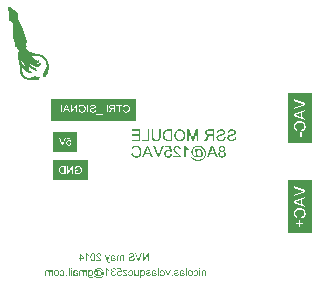
<source format=gbo>
%FSLAX24Y24*%
%MOIN*%
G70*
G01*
G75*
G04 Layer_Color=32896*
%ADD10R,0.0315X0.0354*%
%ADD11C,0.0200*%
%ADD12C,0.0150*%
%ADD13C,0.1000*%
%ADD14C,0.1250*%
%ADD15O,0.0787X0.0394*%
%ADD16O,0.0787X0.0394*%
%ADD17C,0.0700*%
%ADD18R,0.0591X0.0591*%
%ADD19C,0.0591*%
%ADD20C,0.0551*%
%ADD21C,0.0098*%
%ADD22C,0.0079*%
%ADD23C,0.0100*%
%ADD24R,0.0395X0.0434*%
%ADD25C,0.1080*%
%ADD26C,0.1330*%
%ADD27O,0.0867X0.0474*%
%ADD28O,0.0867X0.0474*%
%ADD29C,0.0780*%
%ADD30R,0.0671X0.0671*%
%ADD31C,0.0671*%
%ADD32C,0.0631*%
%ADD33C,0.0010*%
G36*
X54699Y33490D02*
X54707Y33489D01*
X54714Y33488D01*
X54721Y33487D01*
X54726Y33485D01*
X54730Y33484D01*
X54731Y33484D01*
X54732Y33484D01*
X54732Y33483D01*
X54733D01*
X54739Y33481D01*
X54744Y33477D01*
X54749Y33474D01*
X54753Y33472D01*
X54756Y33469D01*
X54758Y33467D01*
X54760Y33465D01*
X54760Y33465D01*
X54764Y33460D01*
X54767Y33454D01*
X54769Y33449D01*
X54771Y33444D01*
X54772Y33440D01*
X54773Y33436D01*
X54774Y33434D01*
X54774Y33433D01*
Y33433D01*
X54743Y33429D01*
X54741Y33435D01*
X54739Y33441D01*
X54736Y33446D01*
X54733Y33450D01*
X54731Y33452D01*
X54729Y33454D01*
X54728Y33456D01*
X54728Y33456D01*
X54723Y33459D01*
X54718Y33461D01*
X54713Y33462D01*
X54707Y33463D01*
X54702Y33463D01*
X54698Y33464D01*
X54695D01*
X54687Y33463D01*
X54679Y33462D01*
X54673Y33460D01*
X54668Y33458D01*
X54664Y33456D01*
X54661Y33454D01*
X54659Y33453D01*
X54659Y33453D01*
X54656Y33449D01*
X54654Y33445D01*
X54652Y33441D01*
X54651Y33437D01*
X54650Y33433D01*
X54650Y33429D01*
Y33427D01*
Y33426D01*
Y33426D01*
Y33425D01*
Y33424D01*
Y33421D01*
X54650Y33419D01*
Y33418D01*
Y33418D01*
X54654Y33417D01*
X54658Y33415D01*
X54667Y33413D01*
X54676Y33412D01*
X54685Y33410D01*
X54694Y33408D01*
X54697Y33408D01*
X54700Y33408D01*
X54703Y33407D01*
X54705D01*
X54706Y33407D01*
X54707D01*
X54713Y33406D01*
X54719Y33405D01*
X54724Y33405D01*
X54728Y33404D01*
X54731Y33403D01*
X54733Y33403D01*
X54734Y33402D01*
X54735D01*
X54739Y33401D01*
X54744Y33399D01*
X54747Y33398D01*
X54751Y33396D01*
X54753Y33394D01*
X54755Y33393D01*
X54757Y33392D01*
X54757Y33392D01*
X54761Y33389D01*
X54764Y33386D01*
X54767Y33383D01*
X54769Y33380D01*
X54771Y33378D01*
X54772Y33376D01*
X54773Y33374D01*
X54774Y33374D01*
X54776Y33369D01*
X54777Y33365D01*
X54778Y33361D01*
X54779Y33357D01*
X54779Y33354D01*
X54780Y33351D01*
Y33350D01*
Y33349D01*
X54779Y33341D01*
X54777Y33333D01*
X54774Y33327D01*
X54771Y33321D01*
X54768Y33316D01*
X54766Y33313D01*
X54764Y33311D01*
X54763Y33311D01*
X54756Y33305D01*
X54749Y33302D01*
X54741Y33299D01*
X54733Y33298D01*
X54727Y33296D01*
X54724Y33296D01*
X54721D01*
X54719Y33296D01*
X54716D01*
X54709Y33296D01*
X54703Y33297D01*
X54697Y33298D01*
X54692Y33299D01*
X54687Y33300D01*
X54684Y33301D01*
X54682Y33302D01*
X54682Y33302D01*
X54675Y33305D01*
X54670Y33308D01*
X54664Y33311D01*
X54659Y33315D01*
X54654Y33318D01*
X54651Y33321D01*
X54648Y33323D01*
X54648Y33323D01*
X54647Y33318D01*
X54646Y33314D01*
X54645Y33310D01*
X54644Y33307D01*
X54643Y33304D01*
X54642Y33302D01*
X54642Y33300D01*
X54641Y33300D01*
X54609D01*
X54612Y33308D01*
X54614Y33312D01*
X54615Y33315D01*
X54616Y33318D01*
X54616Y33320D01*
X54616Y33321D01*
Y33322D01*
X54617Y33325D01*
X54617Y33328D01*
Y33331D01*
X54618Y33335D01*
X54618Y33344D01*
Y33354D01*
X54618Y33363D01*
Y33367D01*
Y33371D01*
Y33373D01*
Y33376D01*
Y33377D01*
Y33378D01*
Y33420D01*
Y33427D01*
X54619Y33433D01*
X54619Y33438D01*
Y33442D01*
X54620Y33445D01*
X54620Y33447D01*
X54620Y33448D01*
Y33449D01*
X54622Y33453D01*
X54623Y33458D01*
X54625Y33461D01*
X54626Y33464D01*
X54628Y33467D01*
X54629Y33468D01*
X54630Y33470D01*
X54630Y33470D01*
X54633Y33473D01*
X54636Y33476D01*
X54640Y33478D01*
X54644Y33480D01*
X54647Y33482D01*
X54650Y33483D01*
X54651Y33484D01*
X54652Y33484D01*
X54658Y33486D01*
X54664Y33488D01*
X54671Y33488D01*
X54677Y33489D01*
X54682Y33490D01*
X54687Y33490D01*
X54691D01*
X54699Y33490D01*
D02*
G37*
G36*
X57529Y37962D02*
Y37951D01*
X57528Y37940D01*
X57527Y37930D01*
X57526Y37921D01*
X57525Y37913D01*
X57524Y37905D01*
X57523Y37898D01*
X57521Y37891D01*
X57520Y37885D01*
X57519Y37880D01*
X57518Y37875D01*
X57516Y37872D01*
X57515Y37869D01*
X57515Y37867D01*
X57514Y37866D01*
Y37866D01*
X57508Y37853D01*
X57500Y37842D01*
X57492Y37833D01*
X57484Y37826D01*
X57477Y37819D01*
X57471Y37815D01*
X57468Y37813D01*
X57467Y37813D01*
X57466Y37812D01*
X57465D01*
X57452Y37806D01*
X57437Y37801D01*
X57422Y37798D01*
X57408Y37796D01*
X57402Y37795D01*
X57396Y37795D01*
X57391Y37794D01*
X57386D01*
X57382Y37794D01*
X57377D01*
X57357Y37795D01*
X57340Y37797D01*
X57332Y37798D01*
X57324Y37800D01*
X57317Y37802D01*
X57312Y37804D01*
X57306Y37806D01*
X57301Y37808D01*
X57297Y37810D01*
X57294Y37811D01*
X57291Y37813D01*
X57289Y37813D01*
X57288Y37815D01*
X57288D01*
X57276Y37823D01*
X57265Y37832D01*
X57257Y37842D01*
X57251Y37850D01*
X57246Y37859D01*
X57243Y37864D01*
X57241Y37867D01*
X57241Y37868D01*
X57240Y37870D01*
Y37870D01*
X57236Y37884D01*
X57233Y37899D01*
X57230Y37914D01*
X57229Y37929D01*
X57228Y37936D01*
X57227Y37942D01*
Y37947D01*
X57227Y37953D01*
Y37957D01*
Y37960D01*
Y37961D01*
Y37962D01*
Y38184D01*
X57278D01*
Y37962D01*
Y37949D01*
X57279Y37937D01*
X57280Y37926D01*
X57281Y37916D01*
X57283Y37907D01*
X57285Y37899D01*
X57288Y37892D01*
X57289Y37886D01*
X57292Y37881D01*
X57294Y37876D01*
X57296Y37873D01*
X57298Y37870D01*
X57299Y37867D01*
X57301Y37866D01*
X57302Y37865D01*
Y37864D01*
X57306Y37860D01*
X57312Y37856D01*
X57324Y37850D01*
X57337Y37846D01*
X57351Y37842D01*
X57363Y37840D01*
X57368Y37840D01*
X57372D01*
X57377Y37839D01*
X57382D01*
X57394Y37840D01*
X57404Y37841D01*
X57413Y37843D01*
X57422Y37846D01*
X57428Y37847D01*
X57433Y37850D01*
X57436Y37851D01*
X57437Y37851D01*
X57445Y37857D01*
X57451Y37863D01*
X57457Y37869D01*
X57461Y37875D01*
X57465Y37880D01*
X57467Y37884D01*
X57468Y37887D01*
X57469Y37888D01*
X57471Y37893D01*
X57472Y37898D01*
X57474Y37910D01*
X57475Y37922D01*
X57477Y37934D01*
X57477Y37945D01*
X57478Y37950D01*
Y37954D01*
Y37957D01*
Y37960D01*
Y37961D01*
Y37962D01*
Y38184D01*
X57529D01*
Y37962D01*
D02*
G37*
G36*
X58244Y33490D02*
X58252Y33489D01*
X58259Y33488D01*
X58266Y33487D01*
X58271Y33485D01*
X58275Y33484D01*
X58276Y33484D01*
X58277Y33484D01*
X58277Y33483D01*
X58278D01*
X58284Y33481D01*
X58289Y33477D01*
X58295Y33474D01*
X58298Y33472D01*
X58302Y33469D01*
X58304Y33467D01*
X58305Y33465D01*
X58305Y33465D01*
X58309Y33460D01*
X58312Y33454D01*
X58314Y33449D01*
X58316Y33444D01*
X58317Y33440D01*
X58318Y33436D01*
X58319Y33434D01*
X58319Y33433D01*
Y33433D01*
X58288Y33429D01*
X58286Y33435D01*
X58284Y33441D01*
X58281Y33446D01*
X58279Y33450D01*
X58276Y33452D01*
X58274Y33454D01*
X58273Y33456D01*
X58273Y33456D01*
X58268Y33459D01*
X58263Y33461D01*
X58258Y33462D01*
X58252Y33463D01*
X58247Y33463D01*
X58243Y33464D01*
X58240D01*
X58232Y33463D01*
X58224Y33462D01*
X58218Y33460D01*
X58213Y33458D01*
X58209Y33456D01*
X58206Y33454D01*
X58204Y33453D01*
X58204Y33453D01*
X58201Y33449D01*
X58199Y33445D01*
X58197Y33441D01*
X58196Y33437D01*
X58196Y33433D01*
X58195Y33429D01*
Y33427D01*
Y33426D01*
Y33426D01*
Y33425D01*
Y33424D01*
Y33421D01*
X58196Y33419D01*
Y33418D01*
Y33418D01*
X58199Y33417D01*
X58203Y33415D01*
X58212Y33413D01*
X58221Y33412D01*
X58230Y33410D01*
X58239Y33408D01*
X58242Y33408D01*
X58245Y33408D01*
X58248Y33407D01*
X58250D01*
X58251Y33407D01*
X58252D01*
X58258Y33406D01*
X58264Y33405D01*
X58269Y33405D01*
X58273Y33404D01*
X58276Y33403D01*
X58278Y33403D01*
X58279Y33402D01*
X58280D01*
X58284Y33401D01*
X58289Y33399D01*
X58292Y33398D01*
X58296Y33396D01*
X58298Y33394D01*
X58300Y33393D01*
X58302Y33392D01*
X58302Y33392D01*
X58306Y33389D01*
X58309Y33386D01*
X58312Y33383D01*
X58314Y33380D01*
X58316Y33378D01*
X58318Y33376D01*
X58318Y33374D01*
X58319Y33374D01*
X58321Y33369D01*
X58322Y33365D01*
X58323Y33361D01*
X58324Y33357D01*
X58324Y33354D01*
X58325Y33351D01*
Y33350D01*
Y33349D01*
X58324Y33341D01*
X58322Y33333D01*
X58320Y33327D01*
X58316Y33321D01*
X58313Y33316D01*
X58311Y33313D01*
X58309Y33311D01*
X58308Y33311D01*
X58302Y33305D01*
X58294Y33302D01*
X58286Y33299D01*
X58279Y33298D01*
X58272Y33296D01*
X58269Y33296D01*
X58266D01*
X58264Y33296D01*
X58261D01*
X58254Y33296D01*
X58248Y33297D01*
X58242Y33298D01*
X58237Y33299D01*
X58233Y33300D01*
X58229Y33301D01*
X58227Y33302D01*
X58227Y33302D01*
X58220Y33305D01*
X58215Y33308D01*
X58209Y33311D01*
X58204Y33315D01*
X58199Y33318D01*
X58196Y33321D01*
X58194Y33323D01*
X58193Y33323D01*
X58192Y33318D01*
X58191Y33314D01*
X58190Y33310D01*
X58189Y33307D01*
X58188Y33304D01*
X58187Y33302D01*
X58187Y33300D01*
X58187Y33300D01*
X58154D01*
X58157Y33308D01*
X58159Y33312D01*
X58160Y33315D01*
X58161Y33318D01*
X58161Y33320D01*
X58162Y33321D01*
Y33322D01*
X58162Y33325D01*
X58162Y33328D01*
Y33331D01*
X58163Y33335D01*
X58163Y33344D01*
Y33354D01*
X58164Y33363D01*
Y33367D01*
Y33371D01*
Y33373D01*
Y33376D01*
Y33377D01*
Y33378D01*
Y33420D01*
Y33427D01*
X58164Y33433D01*
X58164Y33438D01*
Y33442D01*
X58165Y33445D01*
X58165Y33447D01*
X58165Y33448D01*
Y33449D01*
X58167Y33453D01*
X58168Y33458D01*
X58170Y33461D01*
X58171Y33464D01*
X58173Y33467D01*
X58174Y33468D01*
X58175Y33470D01*
X58175Y33470D01*
X58178Y33473D01*
X58181Y33476D01*
X58185Y33478D01*
X58189Y33480D01*
X58192Y33482D01*
X58195Y33483D01*
X58196Y33484D01*
X58197Y33484D01*
X58203Y33486D01*
X58209Y33488D01*
X58216Y33488D01*
X58222Y33489D01*
X58227Y33490D01*
X58232Y33490D01*
X58236D01*
X58244Y33490D01*
D02*
G37*
G36*
X57309D02*
X57318Y33489D01*
X57325Y33488D01*
X57331Y33487D01*
X57336Y33485D01*
X57340Y33484D01*
X57341Y33484D01*
X57342Y33484D01*
X57343Y33483D01*
X57343D01*
X57349Y33481D01*
X57355Y33477D01*
X57360Y33474D01*
X57364Y33472D01*
X57367Y33469D01*
X57369Y33467D01*
X57370Y33465D01*
X57371Y33465D01*
X57374Y33460D01*
X57377Y33454D01*
X57379Y33449D01*
X57381Y33444D01*
X57382Y33440D01*
X57384Y33436D01*
X57384Y33434D01*
X57384Y33433D01*
Y33433D01*
X57354Y33429D01*
X57352Y33435D01*
X57349Y33441D01*
X57346Y33446D01*
X57344Y33450D01*
X57341Y33452D01*
X57339Y33454D01*
X57338Y33456D01*
X57338Y33456D01*
X57334Y33459D01*
X57328Y33461D01*
X57323Y33462D01*
X57318Y33463D01*
X57313Y33463D01*
X57309Y33464D01*
X57305D01*
X57297Y33463D01*
X57290Y33462D01*
X57283Y33460D01*
X57278Y33458D01*
X57274Y33456D01*
X57272Y33454D01*
X57270Y33453D01*
X57269Y33453D01*
X57266Y33449D01*
X57264Y33445D01*
X57263Y33441D01*
X57261Y33437D01*
X57261Y33433D01*
X57260Y33429D01*
Y33427D01*
Y33426D01*
Y33426D01*
Y33425D01*
Y33424D01*
Y33421D01*
X57261Y33419D01*
Y33418D01*
Y33418D01*
X57264Y33417D01*
X57268Y33415D01*
X57277Y33413D01*
X57286Y33412D01*
X57295Y33410D01*
X57304Y33408D01*
X57307Y33408D01*
X57311Y33408D01*
X57313Y33407D01*
X57315D01*
X57316Y33407D01*
X57317D01*
X57323Y33406D01*
X57329Y33405D01*
X57334Y33405D01*
X57338Y33404D01*
X57341Y33403D01*
X57343Y33403D01*
X57345Y33402D01*
X57345D01*
X57350Y33401D01*
X57354Y33399D01*
X57357Y33398D01*
X57361Y33396D01*
X57364Y33394D01*
X57366Y33393D01*
X57367Y33392D01*
X57368Y33392D01*
X57371Y33389D01*
X57374Y33386D01*
X57377Y33383D01*
X57380Y33380D01*
X57382Y33378D01*
X57383Y33376D01*
X57384Y33374D01*
X57384Y33374D01*
X57386Y33369D01*
X57387Y33365D01*
X57388Y33361D01*
X57389Y33357D01*
X57389Y33354D01*
X57390Y33351D01*
Y33350D01*
Y33349D01*
X57389Y33341D01*
X57387Y33333D01*
X57385Y33327D01*
X57382Y33321D01*
X57378Y33316D01*
X57376Y33313D01*
X57374Y33311D01*
X57373Y33311D01*
X57367Y33305D01*
X57359Y33302D01*
X57352Y33299D01*
X57344Y33298D01*
X57337Y33296D01*
X57334Y33296D01*
X57332D01*
X57329Y33296D01*
X57327D01*
X57320Y33296D01*
X57313Y33297D01*
X57307Y33298D01*
X57302Y33299D01*
X57298Y33300D01*
X57295Y33301D01*
X57293Y33302D01*
X57292Y33302D01*
X57286Y33305D01*
X57280Y33308D01*
X57274Y33311D01*
X57269Y33315D01*
X57264Y33318D01*
X57261Y33321D01*
X57259Y33323D01*
X57258Y33323D01*
X57257Y33318D01*
X57256Y33314D01*
X57256Y33310D01*
X57254Y33307D01*
X57253Y33304D01*
X57252Y33302D01*
X57252Y33300D01*
X57252Y33300D01*
X57219D01*
X57222Y33308D01*
X57224Y33312D01*
X57225Y33315D01*
X57226Y33318D01*
X57226Y33320D01*
X57227Y33321D01*
Y33322D01*
X57227Y33325D01*
X57228Y33328D01*
Y33331D01*
X57228Y33335D01*
X57228Y33344D01*
Y33354D01*
X57229Y33363D01*
Y33367D01*
Y33371D01*
Y33373D01*
Y33376D01*
Y33377D01*
Y33378D01*
Y33420D01*
Y33427D01*
X57229Y33433D01*
X57229Y33438D01*
Y33442D01*
X57230Y33445D01*
X57230Y33447D01*
X57231Y33448D01*
Y33449D01*
X57232Y33453D01*
X57233Y33458D01*
X57235Y33461D01*
X57236Y33464D01*
X57238Y33467D01*
X57239Y33468D01*
X57240Y33470D01*
X57240Y33470D01*
X57244Y33473D01*
X57247Y33476D01*
X57251Y33478D01*
X57254Y33480D01*
X57257Y33482D01*
X57260Y33483D01*
X57261Y33484D01*
X57262Y33484D01*
X57268Y33486D01*
X57274Y33488D01*
X57281Y33488D01*
X57287Y33489D01*
X57293Y33490D01*
X57297Y33490D01*
X57301D01*
X57309Y33490D01*
D02*
G37*
G36*
X56803Y33370D02*
Y33363D01*
X56802Y33357D01*
Y33352D01*
X56802Y33348D01*
X56802Y33345D01*
Y33343D01*
X56801Y33341D01*
Y33341D01*
X56800Y33336D01*
X56799Y33332D01*
X56797Y33328D01*
X56795Y33324D01*
X56794Y33321D01*
X56793Y33319D01*
X56792Y33318D01*
X56792Y33318D01*
X56788Y33314D01*
X56785Y33311D01*
X56782Y33309D01*
X56778Y33306D01*
X56775Y33304D01*
X56773Y33303D01*
X56771Y33302D01*
X56770Y33302D01*
X56765Y33300D01*
X56760Y33298D01*
X56754Y33297D01*
X56750Y33296D01*
X56745Y33296D01*
X56742Y33296D01*
X56740D01*
X56733Y33296D01*
X56726Y33297D01*
X56721Y33298D01*
X56715Y33301D01*
X56710Y33303D01*
X56705Y33305D01*
X56700Y33309D01*
X56696Y33311D01*
X56693Y33314D01*
X56690Y33317D01*
X56687Y33319D01*
X56685Y33322D01*
X56683Y33324D01*
X56682Y33326D01*
X56681Y33327D01*
X56681Y33327D01*
Y33300D01*
X56653D01*
Y33486D01*
X56684D01*
Y33386D01*
X56685Y33378D01*
X56685Y33370D01*
X56686Y33364D01*
X56687Y33359D01*
X56688Y33355D01*
X56689Y33352D01*
X56689Y33350D01*
X56690Y33350D01*
X56692Y33345D01*
X56694Y33341D01*
X56698Y33338D01*
X56700Y33335D01*
X56703Y33333D01*
X56705Y33331D01*
X56707Y33330D01*
X56707Y33330D01*
X56712Y33327D01*
X56717Y33326D01*
X56721Y33324D01*
X56725Y33323D01*
X56728Y33323D01*
X56731Y33323D01*
X56733D01*
X56738Y33323D01*
X56743Y33324D01*
X56747Y33325D01*
X56751Y33326D01*
X56753Y33327D01*
X56755Y33328D01*
X56757Y33329D01*
X56757Y33330D01*
X56760Y33332D01*
X56763Y33335D01*
X56765Y33339D01*
X56767Y33342D01*
X56768Y33345D01*
X56769Y33347D01*
X56770Y33349D01*
Y33349D01*
X56770Y33353D01*
X56770Y33358D01*
X56771Y33364D01*
Y33369D01*
X56771Y33374D01*
Y33378D01*
Y33380D01*
Y33381D01*
Y33382D01*
Y33382D01*
Y33486D01*
X56803D01*
Y33370D01*
D02*
G37*
G36*
X58705Y33490D02*
X58713Y33488D01*
X58721Y33486D01*
X58727Y33484D01*
X58733Y33482D01*
X58737Y33481D01*
X58739Y33480D01*
X58740Y33479D01*
X58740Y33479D01*
X58741D01*
X58748Y33474D01*
X58754Y33468D01*
X58759Y33463D01*
X58763Y33458D01*
X58766Y33452D01*
X58769Y33449D01*
X58770Y33447D01*
X58770Y33446D01*
X58771Y33445D01*
Y33445D01*
X58774Y33436D01*
X58776Y33427D01*
X58778Y33418D01*
X58779Y33410D01*
X58780Y33403D01*
Y33400D01*
X58781Y33397D01*
Y33395D01*
Y33393D01*
Y33392D01*
Y33392D01*
X58780Y33383D01*
X58779Y33376D01*
X58779Y33368D01*
X58777Y33361D01*
X58775Y33355D01*
X58773Y33349D01*
X58771Y33343D01*
X58769Y33339D01*
X58767Y33334D01*
X58765Y33331D01*
X58763Y33328D01*
X58761Y33325D01*
X58759Y33323D01*
X58759Y33321D01*
X58758Y33321D01*
X58758Y33320D01*
X58753Y33316D01*
X58748Y33312D01*
X58743Y33309D01*
X58738Y33306D01*
X58733Y33304D01*
X58728Y33302D01*
X58719Y33299D01*
X58714Y33298D01*
X58710Y33297D01*
X58706Y33296D01*
X58703Y33296D01*
X58700Y33296D01*
X58697D01*
X58691Y33296D01*
X58686Y33296D01*
X58676Y33298D01*
X58667Y33302D01*
X58660Y33305D01*
X58654Y33308D01*
X58651Y33309D01*
X58649Y33311D01*
X58648Y33312D01*
X58646Y33313D01*
X58646Y33314D01*
X58646D01*
X58639Y33321D01*
X58633Y33329D01*
X58628Y33337D01*
X58625Y33345D01*
X58622Y33353D01*
X58621Y33356D01*
X58621Y33359D01*
X58620Y33360D01*
X58620Y33362D01*
X58619Y33363D01*
Y33364D01*
X58650Y33368D01*
X58652Y33360D01*
X58654Y33352D01*
X58657Y33346D01*
X58660Y33341D01*
X58662Y33337D01*
X58664Y33335D01*
X58666Y33333D01*
X58666Y33333D01*
X58671Y33329D01*
X58676Y33326D01*
X58681Y33324D01*
X58686Y33323D01*
X58690Y33322D01*
X58694Y33321D01*
X58697D01*
X58701Y33322D01*
X58705Y33322D01*
X58712Y33324D01*
X58719Y33327D01*
X58724Y33330D01*
X58728Y33333D01*
X58731Y33335D01*
X58733Y33337D01*
X58734Y33338D01*
X58736Y33342D01*
X58739Y33346D01*
X58742Y33354D01*
X58745Y33363D01*
X58746Y33372D01*
X58747Y33380D01*
X58748Y33383D01*
Y33387D01*
X58748Y33389D01*
Y33391D01*
Y33392D01*
Y33393D01*
Y33399D01*
X58747Y33406D01*
X58747Y33412D01*
X58746Y33417D01*
X58745Y33422D01*
X58743Y33426D01*
X58742Y33430D01*
X58741Y33434D01*
X58740Y33437D01*
X58738Y33440D01*
X58737Y33442D01*
X58736Y33444D01*
X58735Y33445D01*
X58734Y33446D01*
X58734Y33447D01*
X58731Y33450D01*
X58728Y33453D01*
X58721Y33457D01*
X58715Y33460D01*
X58709Y33462D01*
X58703Y33463D01*
X58699Y33464D01*
X58697Y33464D01*
X58695D01*
X58690Y33464D01*
X58684Y33463D01*
X58680Y33461D01*
X58676Y33460D01*
X58673Y33458D01*
X58671Y33456D01*
X58669Y33455D01*
X58669Y33454D01*
X58665Y33451D01*
X58662Y33446D01*
X58659Y33442D01*
X58656Y33437D01*
X58655Y33433D01*
X58654Y33429D01*
X58653Y33427D01*
X58653Y33427D01*
Y33426D01*
X58623Y33431D01*
X58625Y33441D01*
X58629Y33450D01*
X58633Y33457D01*
X58637Y33463D01*
X58641Y33468D01*
X58644Y33472D01*
X58646Y33474D01*
X58647Y33474D01*
X58647D01*
X58655Y33479D01*
X58663Y33483D01*
X58671Y33486D01*
X58679Y33488D01*
X58686Y33489D01*
X58689Y33490D01*
X58692D01*
X58694Y33490D01*
X58697D01*
X58705Y33490D01*
D02*
G37*
G36*
X57785Y33300D02*
X57756D01*
X57685Y33486D01*
X57718D01*
X57759Y33372D01*
X57762Y33365D01*
X57764Y33358D01*
X57766Y33352D01*
X57768Y33347D01*
X57769Y33343D01*
X57770Y33340D01*
X57770Y33338D01*
X57771Y33337D01*
X57773Y33344D01*
X57775Y33351D01*
X57777Y33357D01*
X57779Y33363D01*
X57781Y33367D01*
X57782Y33371D01*
X57783Y33373D01*
X57783Y33374D01*
X57823Y33486D01*
X57856D01*
X57785Y33300D01*
D02*
G37*
G36*
X58782Y37800D02*
X58733D01*
Y38127D01*
X58623Y37800D01*
X58577D01*
X58465Y38122D01*
Y37800D01*
X58416D01*
Y38184D01*
X58485D01*
X58576Y37917D01*
X58581Y37902D01*
X58586Y37890D01*
X58589Y37880D01*
X58592Y37871D01*
X58594Y37864D01*
X58596Y37860D01*
X58596Y37857D01*
X58597Y37856D01*
X58599Y37863D01*
X58602Y37873D01*
X58605Y37882D01*
X58608Y37891D01*
X58611Y37899D01*
X58613Y37906D01*
X58614Y37909D01*
X58614Y37911D01*
X58615Y37912D01*
Y37912D01*
X58706Y38184D01*
X58782D01*
Y37800D01*
D02*
G37*
G36*
X56229Y33421D02*
X56199Y33417D01*
X56196Y33421D01*
X56193Y33424D01*
X56190Y33427D01*
X56187Y33430D01*
X56185Y33432D01*
X56182Y33433D01*
X56181Y33434D01*
X56180Y33435D01*
X56176Y33437D01*
X56171Y33439D01*
X56166Y33440D01*
X56162Y33441D01*
X56158Y33442D01*
X56155Y33442D01*
X56153D01*
X56144Y33441D01*
X56136Y33440D01*
X56129Y33437D01*
X56124Y33434D01*
X56119Y33431D01*
X56116Y33429D01*
X56114Y33427D01*
X56113Y33426D01*
X56108Y33420D01*
X56104Y33413D01*
X56102Y33406D01*
X56100Y33399D01*
X56099Y33393D01*
X56098Y33390D01*
Y33388D01*
X56098Y33387D01*
Y33385D01*
Y33384D01*
Y33384D01*
X56099Y33374D01*
X56100Y33365D01*
X56103Y33357D01*
X56106Y33350D01*
X56109Y33345D01*
X56111Y33341D01*
X56113Y33339D01*
X56114Y33339D01*
Y33338D01*
X56117Y33335D01*
X56120Y33333D01*
X56126Y33328D01*
X56133Y33326D01*
X56139Y33323D01*
X56144Y33322D01*
X56148Y33322D01*
X56150Y33321D01*
X56152D01*
X56159Y33322D01*
X56165Y33323D01*
X56171Y33325D01*
X56175Y33327D01*
X56179Y33330D01*
X56182Y33331D01*
X56184Y33333D01*
X56184Y33333D01*
X56189Y33338D01*
X56192Y33344D01*
X56196Y33350D01*
X56198Y33356D01*
X56199Y33361D01*
X56200Y33366D01*
X56201Y33367D01*
X56201Y33368D01*
Y33369D01*
Y33369D01*
X56234Y33367D01*
X56233Y33361D01*
X56232Y33355D01*
X56229Y33345D01*
X56225Y33336D01*
X56221Y33329D01*
X56218Y33326D01*
X56216Y33323D01*
X56214Y33321D01*
X56213Y33319D01*
X56211Y33317D01*
X56210Y33316D01*
X56210Y33316D01*
X56209Y33315D01*
X56205Y33312D01*
X56200Y33309D01*
X56196Y33306D01*
X56191Y33304D01*
X56182Y33300D01*
X56173Y33298D01*
X56168Y33297D01*
X56164Y33297D01*
X56161Y33296D01*
X56158Y33296D01*
X56156Y33296D01*
X56152D01*
X56144Y33296D01*
X56137Y33297D01*
X56130Y33298D01*
X56124Y33300D01*
X56118Y33303D01*
X56112Y33305D01*
X56107Y33308D01*
X56103Y33311D01*
X56098Y33314D01*
X56095Y33317D01*
X56092Y33319D01*
X56090Y33322D01*
X56088Y33324D01*
X56086Y33325D01*
X56085Y33326D01*
X56085Y33327D01*
X56081Y33331D01*
X56078Y33336D01*
X56075Y33341D01*
X56073Y33347D01*
X56070Y33357D01*
X56067Y33366D01*
X56066Y33370D01*
X56066Y33374D01*
X56065Y33378D01*
X56065Y33381D01*
X56065Y33383D01*
Y33385D01*
Y33386D01*
Y33387D01*
X56065Y33393D01*
X56066Y33400D01*
X56067Y33406D01*
X56068Y33412D01*
X56070Y33417D01*
X56072Y33422D01*
X56074Y33426D01*
X56076Y33430D01*
X56079Y33434D01*
X56081Y33437D01*
X56082Y33440D01*
X56084Y33442D01*
X56086Y33444D01*
X56087Y33445D01*
X56088Y33446D01*
X56088Y33446D01*
X56092Y33451D01*
X56097Y33454D01*
X56102Y33457D01*
X56107Y33460D01*
X56111Y33462D01*
X56116Y33464D01*
X56125Y33467D01*
X56129Y33468D01*
X56133Y33468D01*
X56136Y33469D01*
X56139Y33469D01*
X56141Y33470D01*
X56144D01*
X56154Y33469D01*
X56163Y33467D01*
X56171Y33465D01*
X56178Y33461D01*
X56184Y33458D01*
X56187Y33457D01*
X56189Y33456D01*
X56191Y33455D01*
X56192Y33454D01*
X56192Y33454D01*
X56193Y33453D01*
X56179Y33522D01*
X56077D01*
Y33552D01*
X56204D01*
X56229Y33421D01*
D02*
G37*
G36*
X55207Y33490D02*
X55215Y33488D01*
X55222Y33486D01*
X55228Y33484D01*
X55233Y33481D01*
X55237Y33479D01*
X55239Y33479D01*
X55240Y33478D01*
X55240Y33477D01*
X55240D01*
X55247Y33472D01*
X55253Y33467D01*
X55257Y33461D01*
X55262Y33456D01*
X55265Y33451D01*
X55267Y33447D01*
X55267Y33445D01*
X55268Y33444D01*
X55269Y33443D01*
Y33443D01*
X55272Y33434D01*
X55274Y33426D01*
X55276Y33417D01*
X55277Y33410D01*
X55278Y33403D01*
Y33401D01*
X55278Y33398D01*
Y33396D01*
Y33395D01*
Y33394D01*
Y33394D01*
X55278Y33387D01*
X55277Y33380D01*
X55275Y33367D01*
X55273Y33361D01*
X55271Y33356D01*
X55269Y33351D01*
X55267Y33346D01*
X55265Y33342D01*
X55263Y33338D01*
X55262Y33335D01*
X55260Y33332D01*
X55259Y33330D01*
X55258Y33328D01*
X55257Y33328D01*
X55257Y33327D01*
X55253Y33323D01*
X55248Y33318D01*
X55244Y33315D01*
X55239Y33312D01*
X55234Y33309D01*
X55229Y33307D01*
X55224Y33305D01*
X55219Y33304D01*
X55215Y33302D01*
X55211Y33302D01*
X55207Y33301D01*
X55204Y33300D01*
X55201Y33300D01*
X55198D01*
X55192Y33300D01*
X55187Y33301D01*
X55182Y33302D01*
X55177Y33304D01*
X55168Y33308D01*
X55161Y33312D01*
X55155Y33316D01*
X55152Y33319D01*
X55150Y33320D01*
X55148Y33322D01*
X55147Y33323D01*
X55147Y33324D01*
X55146Y33324D01*
Y33319D01*
Y33314D01*
Y33309D01*
Y33305D01*
X55147Y33302D01*
Y33298D01*
X55148Y33293D01*
X55148Y33289D01*
X55148Y33286D01*
X55149Y33284D01*
Y33284D01*
X55151Y33279D01*
X55153Y33273D01*
X55155Y33270D01*
X55158Y33266D01*
X55161Y33263D01*
X55163Y33261D01*
X55164Y33260D01*
X55165Y33260D01*
X55170Y33257D01*
X55175Y33255D01*
X55180Y33253D01*
X55186Y33252D01*
X55191Y33251D01*
X55195Y33251D01*
X55198D01*
X55205Y33251D01*
X55212Y33252D01*
X55217Y33254D01*
X55222Y33256D01*
X55226Y33257D01*
X55228Y33258D01*
X55230Y33259D01*
X55230Y33260D01*
X55233Y33263D01*
X55236Y33266D01*
X55238Y33269D01*
X55239Y33273D01*
X55240Y33276D01*
X55241Y33278D01*
X55241Y33280D01*
Y33280D01*
X55272Y33285D01*
Y33279D01*
X55271Y33274D01*
X55269Y33265D01*
X55266Y33257D01*
X55262Y33251D01*
X55258Y33246D01*
X55255Y33243D01*
X55253Y33241D01*
X55253Y33240D01*
X55252D01*
X55244Y33235D01*
X55235Y33231D01*
X55226Y33229D01*
X55217Y33227D01*
X55210Y33226D01*
X55207Y33225D01*
X55204D01*
X55201Y33225D01*
X55198D01*
X55188Y33225D01*
X55179Y33226D01*
X55171Y33228D01*
X55164Y33230D01*
X55159Y33232D01*
X55155Y33234D01*
X55153Y33234D01*
X55152Y33235D01*
X55152Y33235D01*
X55151D01*
X55145Y33240D01*
X55139Y33244D01*
X55134Y33249D01*
X55130Y33254D01*
X55127Y33258D01*
X55125Y33261D01*
X55124Y33263D01*
X55123Y33264D01*
Y33264D01*
X55122Y33268D01*
X55120Y33272D01*
X55118Y33281D01*
X55117Y33291D01*
X55116Y33301D01*
X55115Y33306D01*
X55115Y33311D01*
Y33314D01*
X55115Y33318D01*
Y33321D01*
Y33323D01*
Y33325D01*
Y33325D01*
Y33486D01*
X55143D01*
Y33463D01*
X55147Y33468D01*
X55152Y33472D01*
X55156Y33475D01*
X55161Y33479D01*
X55165Y33481D01*
X55170Y33483D01*
X55174Y33485D01*
X55178Y33486D01*
X55186Y33488D01*
X55189Y33489D01*
X55192Y33490D01*
X55194Y33490D01*
X55198D01*
X55207Y33490D01*
D02*
G37*
G36*
X55742Y33551D02*
X55746Y33545D01*
X55751Y33539D01*
X55756Y33534D01*
X55760Y33529D01*
X55763Y33526D01*
X55766Y33523D01*
X55766Y33523D01*
X55767Y33523D01*
X55774Y33516D01*
X55782Y33511D01*
X55790Y33506D01*
X55797Y33501D01*
X55803Y33498D01*
X55806Y33497D01*
X55808Y33495D01*
X55809Y33494D01*
X55811Y33493D01*
X55812Y33493D01*
X55812D01*
Y33462D01*
X55807Y33465D01*
X55801Y33467D01*
X55795Y33470D01*
X55790Y33472D01*
X55786Y33475D01*
X55783Y33477D01*
X55780Y33478D01*
X55780Y33479D01*
X55779D01*
X55773Y33483D01*
X55767Y33487D01*
X55762Y33490D01*
X55758Y33494D01*
X55754Y33497D01*
X55751Y33499D01*
X55750Y33500D01*
X55749Y33500D01*
Y33300D01*
X55718D01*
Y33557D01*
X55739D01*
X55742Y33551D01*
D02*
G37*
G36*
X54570Y33520D02*
X54538D01*
Y33556D01*
X54570D01*
Y33520D01*
D02*
G37*
G36*
X55966Y33557D02*
X55976Y33555D01*
X55985Y33552D01*
X55992Y33549D01*
X55998Y33545D01*
X56000Y33544D01*
X56002Y33543D01*
X56004Y33541D01*
X56005Y33541D01*
X56006Y33540D01*
X56006Y33540D01*
X56013Y33533D01*
X56019Y33525D01*
X56023Y33517D01*
X56026Y33509D01*
X56029Y33502D01*
X56030Y33499D01*
X56031Y33496D01*
X56031Y33494D01*
X56031Y33493D01*
X56032Y33491D01*
Y33491D01*
X56000Y33486D01*
X55999Y33494D01*
X55996Y33501D01*
X55994Y33507D01*
X55991Y33511D01*
X55989Y33515D01*
X55987Y33518D01*
X55985Y33520D01*
X55985Y33520D01*
X55980Y33524D01*
X55975Y33527D01*
X55970Y33529D01*
X55965Y33530D01*
X55961Y33531D01*
X55957Y33532D01*
X55954D01*
X55948Y33531D01*
X55942Y33530D01*
X55937Y33528D01*
X55932Y33526D01*
X55929Y33524D01*
X55926Y33522D01*
X55925Y33520D01*
X55924Y33520D01*
X55920Y33516D01*
X55918Y33511D01*
X55915Y33506D01*
X55914Y33502D01*
X55913Y33497D01*
X55912Y33494D01*
Y33492D01*
Y33492D01*
Y33491D01*
X55913Y33484D01*
X55915Y33477D01*
X55918Y33472D01*
X55921Y33467D01*
X55924Y33464D01*
X55926Y33461D01*
X55928Y33460D01*
X55929Y33459D01*
X55935Y33456D01*
X55941Y33453D01*
X55947Y33451D01*
X55953Y33450D01*
X55958Y33449D01*
X55961Y33449D01*
X55966D01*
X55968Y33449D01*
X55970D01*
X55973Y33422D01*
X55969Y33423D01*
X55964Y33424D01*
X55960Y33424D01*
X55957Y33424D01*
X55955Y33425D01*
X55951D01*
X55943Y33424D01*
X55937Y33422D01*
X55930Y33421D01*
X55925Y33418D01*
X55921Y33415D01*
X55918Y33413D01*
X55916Y33412D01*
X55916Y33411D01*
X55911Y33405D01*
X55907Y33399D01*
X55905Y33393D01*
X55903Y33388D01*
X55902Y33383D01*
X55902Y33379D01*
X55901Y33377D01*
Y33376D01*
Y33376D01*
Y33375D01*
X55902Y33367D01*
X55903Y33360D01*
X55906Y33353D01*
X55909Y33348D01*
X55912Y33343D01*
X55914Y33340D01*
X55916Y33338D01*
X55916Y33337D01*
X55922Y33332D01*
X55928Y33328D01*
X55935Y33326D01*
X55941Y33324D01*
X55946Y33323D01*
X55950Y33322D01*
X55951Y33322D01*
X55954D01*
X55960Y33322D01*
X55967Y33324D01*
X55972Y33326D01*
X55976Y33328D01*
X55980Y33330D01*
X55983Y33332D01*
X55985Y33333D01*
X55985Y33334D01*
X55990Y33339D01*
X55994Y33344D01*
X55997Y33351D01*
X55999Y33357D01*
X56001Y33363D01*
X56002Y33368D01*
X56003Y33369D01*
Y33371D01*
X56003Y33372D01*
Y33372D01*
X56035Y33368D01*
X56034Y33362D01*
X56033Y33357D01*
X56029Y33346D01*
X56026Y33337D01*
X56021Y33330D01*
X56019Y33327D01*
X56017Y33324D01*
X56015Y33321D01*
X56013Y33319D01*
X56012Y33318D01*
X56010Y33316D01*
X56010Y33316D01*
X56010Y33316D01*
X56005Y33312D01*
X56001Y33309D01*
X55996Y33306D01*
X55992Y33304D01*
X55982Y33300D01*
X55973Y33298D01*
X55969Y33297D01*
X55965Y33297D01*
X55962Y33296D01*
X55959Y33296D01*
X55957Y33296D01*
X55954D01*
X55947Y33296D01*
X55941Y33297D01*
X55934Y33298D01*
X55928Y33299D01*
X55923Y33301D01*
X55918Y33303D01*
X55913Y33305D01*
X55909Y33307D01*
X55905Y33309D01*
X55902Y33311D01*
X55899Y33313D01*
X55896Y33315D01*
X55895Y33317D01*
X55893Y33318D01*
X55893Y33318D01*
X55892Y33319D01*
X55888Y33323D01*
X55884Y33328D01*
X55881Y33333D01*
X55878Y33337D01*
X55875Y33342D01*
X55873Y33347D01*
X55871Y33356D01*
X55870Y33360D01*
X55869Y33364D01*
X55868Y33367D01*
X55868Y33370D01*
X55868Y33373D01*
Y33374D01*
Y33375D01*
Y33376D01*
X55868Y33385D01*
X55870Y33393D01*
X55872Y33400D01*
X55874Y33406D01*
X55877Y33410D01*
X55879Y33414D01*
X55880Y33416D01*
X55880Y33417D01*
X55886Y33423D01*
X55891Y33428D01*
X55897Y33431D01*
X55903Y33434D01*
X55908Y33437D01*
X55912Y33438D01*
X55913Y33438D01*
X55914D01*
X55915Y33439D01*
X55916D01*
X55909Y33442D01*
X55904Y33446D01*
X55900Y33449D01*
X55896Y33453D01*
X55893Y33456D01*
X55891Y33458D01*
X55889Y33460D01*
X55889Y33461D01*
X55886Y33466D01*
X55884Y33471D01*
X55882Y33476D01*
X55881Y33481D01*
X55880Y33485D01*
X55880Y33488D01*
Y33490D01*
Y33491D01*
X55880Y33497D01*
X55882Y33503D01*
X55883Y33509D01*
X55885Y33514D01*
X55886Y33518D01*
X55888Y33521D01*
X55889Y33523D01*
X55889Y33523D01*
X55893Y33529D01*
X55898Y33534D01*
X55902Y33538D01*
X55907Y33542D01*
X55911Y33545D01*
X55914Y33546D01*
X55916Y33548D01*
X55916Y33548D01*
X55917D01*
X55923Y33551D01*
X55930Y33554D01*
X55937Y33555D01*
X55942Y33556D01*
X55948Y33557D01*
X55951Y33557D01*
X55960D01*
X55966Y33557D01*
D02*
G37*
G36*
X54989Y33490D02*
X54996Y33489D01*
X55001Y33487D01*
X55006Y33486D01*
X55010Y33484D01*
X55013Y33483D01*
X55015Y33482D01*
X55016Y33481D01*
X55021Y33478D01*
X55026Y33474D01*
X55029Y33471D01*
X55033Y33467D01*
X55035Y33464D01*
X55037Y33462D01*
X55038Y33460D01*
X55039Y33460D01*
Y33486D01*
X55067D01*
Y33300D01*
X55035D01*
Y33396D01*
X55035Y33405D01*
X55035Y33413D01*
X55034Y33420D01*
X55033Y33425D01*
X55032Y33429D01*
X55031Y33433D01*
X55031Y33434D01*
X55030Y33435D01*
X55028Y33440D01*
X55026Y33444D01*
X55023Y33447D01*
X55020Y33451D01*
X55018Y33452D01*
X55016Y33454D01*
X55014Y33455D01*
X55014Y33456D01*
X55010Y33458D01*
X55005Y33460D01*
X55001Y33461D01*
X54998Y33462D01*
X54994Y33462D01*
X54992Y33463D01*
X54989D01*
X54983Y33462D01*
X54978Y33461D01*
X54974Y33459D01*
X54970Y33458D01*
X54967Y33456D01*
X54966Y33454D01*
X54965Y33452D01*
X54964Y33452D01*
X54962Y33448D01*
X54960Y33443D01*
X54959Y33438D01*
X54957Y33432D01*
X54957Y33428D01*
X54957Y33424D01*
Y33422D01*
Y33421D01*
Y33421D01*
Y33421D01*
Y33300D01*
X54925D01*
Y33408D01*
X54925Y33418D01*
X54923Y33426D01*
X54921Y33433D01*
X54918Y33439D01*
X54916Y33444D01*
X54914Y33447D01*
X54912Y33449D01*
X54912Y33449D01*
X54907Y33454D01*
X54901Y33457D01*
X54896Y33460D01*
X54891Y33461D01*
X54886Y33462D01*
X54882Y33463D01*
X54879D01*
X54875Y33462D01*
X54872Y33462D01*
X54868Y33461D01*
X54866Y33460D01*
X54864Y33459D01*
X54862Y33458D01*
X54861Y33458D01*
X54861Y33458D01*
X54858Y33456D01*
X54856Y33453D01*
X54854Y33451D01*
X54852Y33449D01*
X54851Y33447D01*
X54850Y33445D01*
X54849Y33444D01*
Y33444D01*
X54848Y33440D01*
X54847Y33436D01*
X54847Y33427D01*
X54846Y33423D01*
Y33420D01*
Y33417D01*
Y33417D01*
Y33417D01*
Y33300D01*
X54815D01*
Y33427D01*
Y33433D01*
X54815Y33438D01*
X54817Y33448D01*
X54819Y33456D01*
X54822Y33463D01*
X54825Y33468D01*
X54827Y33472D01*
X54829Y33474D01*
X54830Y33474D01*
X54836Y33479D01*
X54843Y33483D01*
X54850Y33486D01*
X54857Y33488D01*
X54863Y33489D01*
X54865Y33490D01*
X54868D01*
X54870Y33490D01*
X54872D01*
X54879Y33490D01*
X54885Y33488D01*
X54891Y33487D01*
X54896Y33485D01*
X54906Y33479D01*
X54911Y33477D01*
X54914Y33474D01*
X54918Y33470D01*
X54921Y33468D01*
X54924Y33465D01*
X54926Y33462D01*
X54928Y33460D01*
X54929Y33459D01*
X54930Y33458D01*
X54930Y33457D01*
X54932Y33463D01*
X54935Y33468D01*
X54938Y33472D01*
X54941Y33475D01*
X54944Y33478D01*
X54946Y33480D01*
X54948Y33481D01*
X54949Y33481D01*
X54954Y33484D01*
X54959Y33486D01*
X54965Y33488D01*
X54970Y33489D01*
X54975Y33490D01*
X54979Y33490D01*
X54982D01*
X54989Y33490D01*
D02*
G37*
G36*
X53856D02*
X53862Y33489D01*
X53868Y33487D01*
X53873Y33486D01*
X53877Y33484D01*
X53880Y33483D01*
X53882Y33482D01*
X53882Y33481D01*
X53888Y33478D01*
X53892Y33474D01*
X53896Y33471D01*
X53899Y33467D01*
X53902Y33464D01*
X53904Y33462D01*
X53905Y33460D01*
X53906Y33460D01*
Y33486D01*
X53934D01*
Y33300D01*
X53902D01*
Y33396D01*
X53902Y33405D01*
X53901Y33413D01*
X53900Y33420D01*
X53899Y33425D01*
X53898Y33429D01*
X53898Y33433D01*
X53897Y33434D01*
X53897Y33435D01*
X53895Y33440D01*
X53892Y33444D01*
X53890Y33447D01*
X53887Y33451D01*
X53884Y33452D01*
X53882Y33454D01*
X53881Y33455D01*
X53881Y33456D01*
X53876Y33458D01*
X53872Y33460D01*
X53868Y33461D01*
X53864Y33462D01*
X53861Y33462D01*
X53858Y33463D01*
X53856D01*
X53850Y33462D01*
X53845Y33461D01*
X53840Y33459D01*
X53837Y33458D01*
X53834Y33456D01*
X53833Y33454D01*
X53831Y33452D01*
X53831Y33452D01*
X53828Y33448D01*
X53826Y33443D01*
X53825Y33438D01*
X53824Y33432D01*
X53824Y33428D01*
X53823Y33424D01*
Y33422D01*
Y33421D01*
Y33421D01*
Y33421D01*
Y33300D01*
X53792D01*
Y33408D01*
X53791Y33418D01*
X53790Y33426D01*
X53788Y33433D01*
X53785Y33439D01*
X53783Y33444D01*
X53781Y33447D01*
X53779Y33449D01*
X53779Y33449D01*
X53774Y33454D01*
X53768Y33457D01*
X53762Y33460D01*
X53757Y33461D01*
X53753Y33462D01*
X53749Y33463D01*
X53746D01*
X53742Y33462D01*
X53739Y33462D01*
X53735Y33461D01*
X53732Y33460D01*
X53730Y33459D01*
X53729Y33458D01*
X53728Y33458D01*
X53727Y33458D01*
X53725Y33456D01*
X53722Y33453D01*
X53720Y33451D01*
X53719Y33449D01*
X53718Y33447D01*
X53717Y33445D01*
X53716Y33444D01*
Y33444D01*
X53715Y33440D01*
X53714Y33436D01*
X53713Y33427D01*
X53713Y33423D01*
Y33420D01*
Y33417D01*
Y33417D01*
Y33417D01*
Y33300D01*
X53681D01*
Y33427D01*
Y33433D01*
X53682Y33438D01*
X53684Y33448D01*
X53686Y33456D01*
X53689Y33463D01*
X53692Y33468D01*
X53694Y33472D01*
X53696Y33474D01*
X53696Y33474D01*
X53703Y33479D01*
X53709Y33483D01*
X53716Y33486D01*
X53723Y33488D01*
X53729Y33489D01*
X53732Y33490D01*
X53734D01*
X53736Y33490D01*
X53739D01*
X53746Y33490D01*
X53751Y33488D01*
X53757Y33487D01*
X53763Y33485D01*
X53773Y33479D01*
X53777Y33477D01*
X53781Y33474D01*
X53785Y33470D01*
X53788Y33468D01*
X53790Y33465D01*
X53793Y33462D01*
X53794Y33460D01*
X53796Y33459D01*
X53796Y33458D01*
X53797Y33457D01*
X53799Y33463D01*
X53802Y33468D01*
X53805Y33472D01*
X53808Y33475D01*
X53811Y33478D01*
X53813Y33480D01*
X53815Y33481D01*
X53815Y33481D01*
X53820Y33484D01*
X53826Y33486D01*
X53832Y33488D01*
X53837Y33489D01*
X53842Y33490D01*
X53845Y33490D01*
X53849D01*
X53856Y33490D01*
D02*
G37*
G36*
X56942D02*
X56950Y33488D01*
X56956Y33486D01*
X56962Y33484D01*
X56967Y33482D01*
X56971Y33480D01*
X56974Y33479D01*
X56974Y33478D01*
X56974D01*
X56981Y33474D01*
X56987Y33468D01*
X56991Y33463D01*
X56995Y33457D01*
X56999Y33452D01*
X57001Y33448D01*
X57001Y33447D01*
X57002Y33446D01*
X57003Y33445D01*
Y33445D01*
X57006Y33436D01*
X57008Y33428D01*
X57010Y33419D01*
X57011Y33411D01*
X57012Y33405D01*
Y33401D01*
X57012Y33399D01*
Y33397D01*
Y33396D01*
Y33395D01*
Y33394D01*
X57012Y33386D01*
X57011Y33378D01*
X57010Y33371D01*
X57008Y33364D01*
X57007Y33357D01*
X57005Y33351D01*
X57003Y33346D01*
X57000Y33341D01*
X56998Y33337D01*
X56996Y33333D01*
X56994Y33329D01*
X56992Y33327D01*
X56991Y33325D01*
X56990Y33323D01*
X56989Y33322D01*
X56988Y33322D01*
X56984Y33317D01*
X56979Y33313D01*
X56974Y33310D01*
X56969Y33307D01*
X56965Y33304D01*
X56960Y33302D01*
X56951Y33299D01*
X56947Y33298D01*
X56943Y33297D01*
X56940Y33296D01*
X56937Y33296D01*
X56935Y33296D01*
X56932D01*
X56926Y33296D01*
X56921Y33297D01*
X56916Y33298D01*
X56912Y33299D01*
X56909Y33300D01*
X56906Y33301D01*
X56904Y33302D01*
X56904Y33302D01*
X56899Y33305D01*
X56895Y33308D01*
X56891Y33311D01*
X56889Y33313D01*
X56886Y33316D01*
X56884Y33318D01*
X56884Y33319D01*
X56883Y33319D01*
Y33229D01*
X56852D01*
Y33486D01*
X56880D01*
Y33461D01*
X56884Y33466D01*
X56888Y33470D01*
X56892Y33474D01*
X56897Y33477D01*
X56901Y33481D01*
X56906Y33483D01*
X56910Y33485D01*
X56914Y33486D01*
X56922Y33488D01*
X56926Y33489D01*
X56928Y33490D01*
X56931Y33490D01*
X56934D01*
X56942Y33490D01*
D02*
G37*
G36*
X56414Y33460D02*
X56333D01*
X56327Y33461D01*
X56321D01*
X56315Y33461D01*
X56310D01*
X56307Y33461D01*
X56303D01*
X56421Y33325D01*
Y33300D01*
X56257D01*
Y33327D01*
X56343D01*
X56357Y33327D01*
X56364Y33326D01*
X56370D01*
X56375Y33326D01*
X56379Y33325D01*
X56381Y33325D01*
X56383D01*
X56363Y33347D01*
X56263Y33465D01*
Y33486D01*
X56414D01*
Y33460D01*
D02*
G37*
G36*
X62556Y37738D02*
X61759D01*
Y39401D01*
X62556D01*
Y37738D01*
D02*
G37*
G36*
X54402Y33300D02*
X54366D01*
Y33336D01*
X54402D01*
Y33300D01*
D02*
G37*
G36*
X58524Y33490D02*
X58530Y33489D01*
X58541Y33487D01*
X58551Y33483D01*
X58555Y33481D01*
X58559Y33480D01*
X58563Y33478D01*
X58566Y33476D01*
X58569Y33474D01*
X58571Y33472D01*
X58573Y33471D01*
X58575Y33470D01*
X58575Y33470D01*
X58576Y33469D01*
X58581Y33464D01*
X58585Y33459D01*
X58589Y33453D01*
X58592Y33447D01*
X58595Y33440D01*
X58597Y33434D01*
X58599Y33428D01*
X58601Y33422D01*
X58602Y33416D01*
X58603Y33410D01*
X58603Y33406D01*
X58604Y33401D01*
Y33398D01*
X58604Y33395D01*
Y33394D01*
Y33393D01*
X58604Y33384D01*
X58603Y33376D01*
X58602Y33369D01*
X58600Y33362D01*
X58599Y33355D01*
X58597Y33349D01*
X58594Y33344D01*
X58592Y33339D01*
X58590Y33335D01*
X58588Y33331D01*
X58586Y33328D01*
X58584Y33325D01*
X58583Y33323D01*
X58582Y33322D01*
X58581Y33321D01*
X58580Y33321D01*
X58576Y33316D01*
X58571Y33312D01*
X58566Y33309D01*
X58560Y33306D01*
X58555Y33304D01*
X58550Y33302D01*
X58540Y33299D01*
X58535Y33298D01*
X58531Y33297D01*
X58527Y33296D01*
X58524Y33296D01*
X58521Y33296D01*
X58517D01*
X58508Y33296D01*
X58500Y33298D01*
X58493Y33299D01*
X58486Y33302D01*
X58481Y33304D01*
X58476Y33305D01*
X58475Y33306D01*
X58474Y33307D01*
X58473Y33307D01*
X58473D01*
X58465Y33312D01*
X58459Y33317D01*
X58454Y33322D01*
X58449Y33327D01*
X58446Y33332D01*
X58443Y33335D01*
X58442Y33338D01*
X58441Y33338D01*
Y33339D01*
X58438Y33347D01*
X58435Y33356D01*
X58433Y33366D01*
X58431Y33374D01*
X58431Y33379D01*
X58431Y33383D01*
Y33386D01*
X58430Y33389D01*
Y33392D01*
Y33394D01*
Y33395D01*
Y33395D01*
X58431Y33403D01*
X58431Y33411D01*
X58433Y33418D01*
X58434Y33425D01*
X58436Y33431D01*
X58438Y33437D01*
X58440Y33442D01*
X58442Y33447D01*
X58445Y33451D01*
X58447Y33454D01*
X58449Y33458D01*
X58451Y33460D01*
X58453Y33462D01*
X58454Y33463D01*
X58454Y33464D01*
X58455Y33465D01*
X58460Y33469D01*
X58465Y33473D01*
X58470Y33476D01*
X58475Y33479D01*
X58480Y33482D01*
X58485Y33484D01*
X58495Y33487D01*
X58500Y33488D01*
X58504Y33489D01*
X58508Y33489D01*
X58511Y33490D01*
X58514Y33490D01*
X58517D01*
X58524Y33490D01*
D02*
G37*
G36*
X54570Y33300D02*
X54538D01*
Y33486D01*
X54570D01*
Y33300D01*
D02*
G37*
G36*
X54491D02*
X54459D01*
Y33556D01*
X54491D01*
Y33300D01*
D02*
G37*
G36*
X54063Y33490D02*
X54070Y33489D01*
X54081Y33487D01*
X54091Y33483D01*
X54095Y33481D01*
X54099Y33480D01*
X54103Y33478D01*
X54106Y33476D01*
X54109Y33474D01*
X54111Y33472D01*
X54113Y33471D01*
X54115Y33470D01*
X54115Y33470D01*
X54116Y33469D01*
X54121Y33464D01*
X54125Y33459D01*
X54129Y33453D01*
X54132Y33447D01*
X54135Y33440D01*
X54137Y33434D01*
X54139Y33428D01*
X54141Y33422D01*
X54142Y33416D01*
X54143Y33410D01*
X54143Y33406D01*
X54144Y33401D01*
Y33398D01*
X54144Y33395D01*
Y33394D01*
Y33393D01*
X54144Y33384D01*
X54143Y33376D01*
X54142Y33369D01*
X54140Y33362D01*
X54139Y33355D01*
X54137Y33349D01*
X54134Y33344D01*
X54132Y33339D01*
X54130Y33335D01*
X54128Y33331D01*
X54126Y33328D01*
X54124Y33325D01*
X54123Y33323D01*
X54122Y33322D01*
X54121Y33321D01*
X54120Y33321D01*
X54116Y33316D01*
X54111Y33312D01*
X54106Y33309D01*
X54100Y33306D01*
X54095Y33304D01*
X54090Y33302D01*
X54080Y33299D01*
X54075Y33298D01*
X54071Y33297D01*
X54067Y33296D01*
X54064Y33296D01*
X54061Y33296D01*
X54057D01*
X54048Y33296D01*
X54040Y33298D01*
X54033Y33299D01*
X54026Y33302D01*
X54021Y33304D01*
X54016Y33305D01*
X54015Y33306D01*
X54014Y33307D01*
X54013Y33307D01*
X54013D01*
X54005Y33312D01*
X53999Y33317D01*
X53994Y33322D01*
X53989Y33327D01*
X53986Y33332D01*
X53983Y33335D01*
X53982Y33338D01*
X53981Y33338D01*
Y33339D01*
X53978Y33347D01*
X53975Y33356D01*
X53973Y33366D01*
X53971Y33374D01*
X53971Y33379D01*
X53971Y33383D01*
Y33386D01*
X53970Y33389D01*
Y33392D01*
Y33394D01*
Y33395D01*
Y33395D01*
X53971Y33403D01*
X53971Y33411D01*
X53973Y33418D01*
X53974Y33425D01*
X53976Y33431D01*
X53978Y33437D01*
X53980Y33442D01*
X53982Y33447D01*
X53985Y33451D01*
X53987Y33454D01*
X53989Y33458D01*
X53991Y33460D01*
X53992Y33462D01*
X53994Y33463D01*
X53994Y33464D01*
X53995Y33465D01*
X54000Y33469D01*
X54005Y33473D01*
X54010Y33476D01*
X54015Y33479D01*
X54020Y33482D01*
X54025Y33484D01*
X54035Y33487D01*
X54040Y33488D01*
X54044Y33489D01*
X54047Y33489D01*
X54051Y33490D01*
X54054Y33490D01*
X54057D01*
X54063Y33490D01*
D02*
G37*
G36*
X55470Y33560D02*
X55480Y33559D01*
X55489Y33558D01*
X55498Y33557D01*
X55507Y33555D01*
X55515Y33552D01*
X55522Y33550D01*
X55528Y33548D01*
X55535Y33545D01*
X55540Y33543D01*
X55544Y33541D01*
X55548Y33539D01*
X55551Y33538D01*
X55553Y33536D01*
X55555Y33536D01*
X55555Y33535D01*
X55562Y33530D01*
X55569Y33525D01*
X55575Y33519D01*
X55581Y33513D01*
X55586Y33507D01*
X55591Y33501D01*
X55596Y33495D01*
X55600Y33490D01*
X55604Y33484D01*
X55607Y33479D01*
X55609Y33474D01*
X55612Y33470D01*
X55613Y33467D01*
X55614Y33465D01*
X55615Y33463D01*
X55616Y33463D01*
X55619Y33455D01*
X55621Y33448D01*
X55625Y33434D01*
X55629Y33420D01*
X55630Y33413D01*
X55630Y33408D01*
X55631Y33402D01*
X55632Y33397D01*
X55632Y33392D01*
Y33389D01*
X55633Y33386D01*
Y33383D01*
Y33382D01*
Y33382D01*
X55632Y33367D01*
X55630Y33354D01*
X55628Y33342D01*
X55627Y33337D01*
X55625Y33332D01*
X55624Y33327D01*
X55623Y33323D01*
X55622Y33319D01*
X55621Y33316D01*
X55620Y33314D01*
X55619Y33312D01*
X55618Y33311D01*
Y33311D01*
X55614Y33301D01*
X55608Y33293D01*
X55602Y33285D01*
X55597Y33278D01*
X55591Y33273D01*
X55588Y33268D01*
X55586Y33267D01*
X55585Y33266D01*
X55584Y33265D01*
X55584Y33265D01*
X55575Y33258D01*
X55565Y33252D01*
X55556Y33247D01*
X55547Y33242D01*
X55543Y33241D01*
X55540Y33239D01*
X55536Y33238D01*
X55533Y33237D01*
X55531Y33236D01*
X55529Y33235D01*
X55528Y33235D01*
X55528D01*
X55515Y33231D01*
X55503Y33229D01*
X55491Y33227D01*
X55480Y33226D01*
X55475Y33226D01*
X55470Y33225D01*
X55466D01*
X55463Y33225D01*
X55456D01*
X55441Y33225D01*
X55434Y33226D01*
X55427Y33227D01*
X55421Y33227D01*
X55415Y33228D01*
X55409Y33229D01*
X55404Y33231D01*
X55400Y33231D01*
X55396Y33233D01*
X55393Y33233D01*
X55390Y33234D01*
X55388Y33235D01*
X55386Y33236D01*
X55385Y33236D01*
X55384D01*
X55373Y33240D01*
X55364Y33245D01*
X55355Y33250D01*
X55347Y33255D01*
X55341Y33259D01*
X55339Y33261D01*
X55337Y33263D01*
X55335Y33264D01*
X55334Y33265D01*
X55333Y33266D01*
X55333Y33266D01*
X55325Y33273D01*
X55319Y33280D01*
X55313Y33286D01*
X55309Y33292D01*
X55306Y33296D01*
X55304Y33300D01*
X55302Y33302D01*
X55302Y33303D01*
X55334D01*
X55340Y33295D01*
X55347Y33288D01*
X55355Y33282D01*
X55363Y33277D01*
X55370Y33272D01*
X55372Y33270D01*
X55375Y33269D01*
X55377Y33268D01*
X55379Y33267D01*
X55380Y33266D01*
X55380D01*
X55392Y33261D01*
X55405Y33257D01*
X55418Y33254D01*
X55430Y33252D01*
X55435Y33252D01*
X55441Y33251D01*
X55445Y33251D01*
X55449D01*
X55453Y33250D01*
X55457D01*
X55473Y33251D01*
X55487Y33253D01*
X55494Y33254D01*
X55501Y33255D01*
X55506Y33256D01*
X55512Y33258D01*
X55517Y33259D01*
X55522Y33261D01*
X55526Y33262D01*
X55529Y33263D01*
X55531Y33264D01*
X55533Y33265D01*
X55535Y33265D01*
X55535D01*
X55541Y33268D01*
X55547Y33272D01*
X55553Y33275D01*
X55558Y33279D01*
X55563Y33282D01*
X55567Y33286D01*
X55571Y33290D01*
X55575Y33294D01*
X55578Y33297D01*
X55581Y33300D01*
X55583Y33304D01*
X55585Y33306D01*
X55587Y33308D01*
X55588Y33310D01*
X55588Y33311D01*
X55589Y33311D01*
X55592Y33317D01*
X55595Y33323D01*
X55599Y33335D01*
X55602Y33348D01*
X55605Y33359D01*
X55606Y33364D01*
X55606Y33369D01*
X55607Y33373D01*
Y33377D01*
X55607Y33380D01*
Y33382D01*
Y33384D01*
Y33384D01*
X55607Y33392D01*
X55606Y33399D01*
X55604Y33413D01*
X55603Y33420D01*
X55601Y33426D01*
X55600Y33432D01*
X55598Y33438D01*
X55596Y33443D01*
X55595Y33447D01*
X55593Y33451D01*
X55591Y33454D01*
X55590Y33457D01*
X55590Y33459D01*
X55589Y33460D01*
Y33461D01*
X55585Y33467D01*
X55581Y33474D01*
X55577Y33479D01*
X55573Y33484D01*
X55568Y33490D01*
X55564Y33494D01*
X55560Y33498D01*
X55555Y33502D01*
X55551Y33505D01*
X55548Y33508D01*
X55545Y33510D01*
X55542Y33512D01*
X55539Y33514D01*
X55538Y33515D01*
X55536Y33515D01*
X55536Y33516D01*
X55529Y33519D01*
X55523Y33522D01*
X55517Y33525D01*
X55510Y33527D01*
X55497Y33530D01*
X55492Y33532D01*
X55486Y33533D01*
X55481Y33534D01*
X55476Y33534D01*
X55472Y33535D01*
X55468D01*
X55465Y33535D01*
X55461D01*
X55448Y33534D01*
X55436Y33533D01*
X55425Y33530D01*
X55419Y33529D01*
X55415Y33528D01*
X55411Y33526D01*
X55407Y33525D01*
X55403Y33523D01*
X55401Y33522D01*
X55399Y33522D01*
X55397Y33521D01*
X55396Y33520D01*
X55396D01*
X55385Y33514D01*
X55376Y33507D01*
X55368Y33500D01*
X55362Y33494D01*
X55357Y33488D01*
X55354Y33484D01*
X55353Y33482D01*
X55352Y33481D01*
X55351Y33480D01*
Y33479D01*
X55346Y33470D01*
X55342Y33460D01*
X55340Y33451D01*
X55338Y33443D01*
X55337Y33439D01*
X55337Y33435D01*
X55336Y33432D01*
Y33430D01*
X55336Y33428D01*
Y33426D01*
Y33425D01*
Y33425D01*
X55336Y33415D01*
X55338Y33407D01*
X55340Y33399D01*
X55342Y33391D01*
X55344Y33385D01*
X55345Y33383D01*
X55346Y33380D01*
X55347Y33379D01*
X55347Y33378D01*
X55348Y33377D01*
Y33376D01*
X55352Y33368D01*
X55357Y33361D01*
X55363Y33354D01*
X55368Y33349D01*
X55373Y33345D01*
X55376Y33342D01*
X55378Y33341D01*
X55379Y33340D01*
X55379Y33339D01*
X55380D01*
X55385Y33335D01*
X55390Y33333D01*
X55394Y33331D01*
X55397Y33330D01*
X55400Y33329D01*
X55402Y33328D01*
X55404D01*
X55407Y33329D01*
X55410Y33330D01*
X55412Y33331D01*
X55412Y33332D01*
X55414Y33334D01*
X55416Y33337D01*
X55416Y33339D01*
Y33339D01*
Y33340D01*
Y33341D01*
X55416Y33342D01*
X55415Y33345D01*
X55414Y33350D01*
X55413Y33354D01*
X55412Y33359D01*
X55412Y33363D01*
X55411Y33364D01*
Y33366D01*
X55411Y33366D01*
Y33367D01*
X55386Y33484D01*
X55417D01*
X55423Y33457D01*
X55427Y33463D01*
X55431Y33467D01*
X55435Y33472D01*
X55439Y33475D01*
X55442Y33477D01*
X55444Y33479D01*
X55446Y33481D01*
X55447Y33481D01*
X55452Y33484D01*
X55457Y33486D01*
X55462Y33487D01*
X55466Y33488D01*
X55470Y33489D01*
X55473Y33489D01*
X55476D01*
X55483Y33488D01*
X55490Y33487D01*
X55497Y33485D01*
X55504Y33482D01*
X55509Y33479D01*
X55513Y33477D01*
X55515Y33476D01*
X55516Y33476D01*
X55517Y33475D01*
X55517D01*
X55524Y33469D01*
X55531Y33463D01*
X55537Y33456D01*
X55542Y33449D01*
X55547Y33443D01*
X55548Y33440D01*
X55549Y33438D01*
X55551Y33436D01*
X55551Y33434D01*
X55552Y33433D01*
Y33433D01*
X55557Y33423D01*
X55560Y33413D01*
X55563Y33403D01*
X55564Y33395D01*
X55565Y33391D01*
X55565Y33388D01*
X55566Y33385D01*
Y33382D01*
X55566Y33380D01*
Y33379D01*
Y33378D01*
Y33378D01*
X55566Y33369D01*
X55565Y33362D01*
X55563Y33355D01*
X55561Y33349D01*
X55560Y33344D01*
X55559Y33340D01*
X55558Y33338D01*
X55558Y33337D01*
X55557Y33337D01*
Y33336D01*
X55554Y33330D01*
X55550Y33324D01*
X55546Y33319D01*
X55542Y33316D01*
X55538Y33312D01*
X55536Y33310D01*
X55534Y33309D01*
X55533Y33309D01*
X55528Y33305D01*
X55522Y33304D01*
X55517Y33302D01*
X55513Y33301D01*
X55509Y33300D01*
X55506Y33300D01*
X55503D01*
X55498Y33300D01*
X55493Y33301D01*
X55488Y33302D01*
X55484Y33304D01*
X55480Y33305D01*
X55478Y33306D01*
X55476Y33307D01*
X55475Y33307D01*
X55470Y33311D01*
X55465Y33314D01*
X55461Y33318D01*
X55457Y33321D01*
X55454Y33324D01*
X55451Y33326D01*
X55450Y33328D01*
X55450Y33328D01*
X55449Y33325D01*
X55449Y33321D01*
X55448Y33319D01*
X55448Y33317D01*
X55447Y33315D01*
X55447Y33314D01*
X55446Y33314D01*
Y33313D01*
X55443Y33309D01*
X55440Y33305D01*
X55438Y33304D01*
X55437Y33304D01*
X55436Y33303D01*
X55435D01*
X55432Y33302D01*
X55429Y33301D01*
X55423Y33300D01*
X55420D01*
X55418Y33299D01*
X55416D01*
X55409Y33300D01*
X55402Y33301D01*
X55395Y33302D01*
X55389Y33305D01*
X55383Y33307D01*
X55377Y33311D01*
X55372Y33314D01*
X55367Y33317D01*
X55362Y33320D01*
X55358Y33323D01*
X55355Y33326D01*
X55352Y33329D01*
X55349Y33331D01*
X55348Y33333D01*
X55347Y33334D01*
X55346Y33334D01*
X55340Y33342D01*
X55334Y33350D01*
X55329Y33357D01*
X55325Y33365D01*
X55322Y33373D01*
X55319Y33380D01*
X55317Y33387D01*
X55315Y33394D01*
X55313Y33400D01*
X55312Y33406D01*
X55311Y33411D01*
X55311Y33415D01*
Y33419D01*
X55310Y33422D01*
Y33424D01*
Y33424D01*
Y33431D01*
X55311Y33437D01*
X55313Y33449D01*
X55316Y33460D01*
X55317Y33466D01*
X55319Y33470D01*
X55320Y33475D01*
X55322Y33479D01*
X55324Y33482D01*
X55325Y33484D01*
X55326Y33487D01*
X55327Y33489D01*
X55327Y33490D01*
X55327Y33490D01*
X55331Y33496D01*
X55336Y33502D01*
X55340Y33508D01*
X55344Y33513D01*
X55349Y33518D01*
X55354Y33522D01*
X55358Y33526D01*
X55362Y33529D01*
X55366Y33532D01*
X55370Y33535D01*
X55373Y33538D01*
X55376Y33539D01*
X55379Y33541D01*
X55380Y33542D01*
X55382Y33543D01*
X55382D01*
X55389Y33546D01*
X55395Y33548D01*
X55409Y33553D01*
X55422Y33556D01*
X55428Y33557D01*
X55434Y33558D01*
X55439Y33559D01*
X55444Y33560D01*
X55449Y33560D01*
X55452D01*
X55455Y33561D01*
X55460D01*
X55470Y33560D01*
D02*
G37*
G36*
X58065Y33489D02*
X58069Y33489D01*
X58073Y33488D01*
X58077Y33487D01*
X58079Y33487D01*
X58081Y33486D01*
X58082D01*
X58086Y33484D01*
X58090Y33483D01*
X58093Y33481D01*
X58096Y33480D01*
X58098Y33479D01*
X58100Y33477D01*
X58101Y33477D01*
X58102Y33477D01*
X58105Y33474D01*
X58108Y33471D01*
X58111Y33468D01*
X58113Y33465D01*
X58115Y33463D01*
X58116Y33461D01*
X58117Y33460D01*
X58117Y33459D01*
X58119Y33455D01*
X58120Y33451D01*
X58121Y33447D01*
X58122Y33444D01*
X58122Y33441D01*
X58123Y33438D01*
Y33437D01*
Y33436D01*
X58122Y33431D01*
X58121Y33426D01*
X58121Y33422D01*
X58119Y33419D01*
X58118Y33415D01*
X58117Y33413D01*
X58116Y33412D01*
X58116Y33411D01*
X58113Y33407D01*
X58110Y33404D01*
X58107Y33401D01*
X58103Y33398D01*
X58100Y33396D01*
X58098Y33395D01*
X58096Y33394D01*
X58096Y33394D01*
X58093Y33392D01*
X58090Y33391D01*
X58082Y33389D01*
X58074Y33386D01*
X58066Y33384D01*
X58059Y33382D01*
X58056Y33381D01*
X58053Y33380D01*
X58050Y33379D01*
X58049Y33379D01*
X58048Y33378D01*
X58047D01*
X58043Y33377D01*
X58038Y33376D01*
X58035Y33375D01*
X58031Y33374D01*
X58026Y33372D01*
X58022Y33371D01*
X58018Y33369D01*
X58017Y33369D01*
X58015Y33368D01*
X58015Y33368D01*
X58012Y33366D01*
X58009Y33363D01*
X58008Y33360D01*
X58007Y33357D01*
X58006Y33355D01*
X58006Y33353D01*
Y33351D01*
Y33351D01*
X58006Y33347D01*
X58007Y33343D01*
X58009Y33339D01*
X58011Y33336D01*
X58013Y33334D01*
X58015Y33332D01*
X58016Y33330D01*
X58016Y33330D01*
X58020Y33327D01*
X58025Y33325D01*
X58031Y33323D01*
X58036Y33323D01*
X58041Y33322D01*
X58045Y33321D01*
X58048D01*
X58056Y33322D01*
X58063Y33323D01*
X58068Y33325D01*
X58073Y33327D01*
X58077Y33328D01*
X58080Y33330D01*
X58082Y33331D01*
X58082Y33331D01*
X58086Y33335D01*
X58089Y33340D01*
X58092Y33345D01*
X58094Y33350D01*
X58095Y33354D01*
X58096Y33357D01*
X58096Y33360D01*
Y33360D01*
Y33360D01*
X58128Y33355D01*
X58125Y33345D01*
X58122Y33336D01*
X58118Y33328D01*
X58114Y33322D01*
X58110Y33317D01*
X58107Y33313D01*
X58105Y33311D01*
X58104Y33311D01*
X58104D01*
X58100Y33308D01*
X58096Y33305D01*
X58087Y33302D01*
X58078Y33299D01*
X58069Y33298D01*
X58061Y33296D01*
X58057Y33296D01*
X58054D01*
X58052Y33296D01*
X58048D01*
X58041Y33296D01*
X58033Y33297D01*
X58027Y33298D01*
X58021Y33300D01*
X58016Y33301D01*
X58013Y33302D01*
X58010Y33303D01*
X58009Y33303D01*
X58003Y33306D01*
X57998Y33310D01*
X57993Y33313D01*
X57990Y33317D01*
X57986Y33320D01*
X57984Y33322D01*
X57983Y33324D01*
X57983Y33325D01*
X57979Y33330D01*
X57977Y33335D01*
X57976Y33340D01*
X57974Y33345D01*
X57974Y33348D01*
X57973Y33351D01*
Y33353D01*
Y33354D01*
X57974Y33360D01*
X57974Y33365D01*
X57976Y33370D01*
X57977Y33374D01*
X57979Y33377D01*
X57980Y33379D01*
X57981Y33381D01*
X57981Y33381D01*
X57984Y33385D01*
X57987Y33388D01*
X57991Y33391D01*
X57994Y33394D01*
X57997Y33395D01*
X57999Y33396D01*
X58001Y33397D01*
X58002Y33398D01*
X58004Y33399D01*
X58008Y33400D01*
X58015Y33402D01*
X58022Y33405D01*
X58030Y33407D01*
X58037Y33409D01*
X58040Y33410D01*
X58043Y33411D01*
X58045Y33412D01*
X58047Y33412D01*
X58048Y33412D01*
X58048D01*
X58053Y33413D01*
X58056Y33415D01*
X58063Y33416D01*
X58068Y33418D01*
X58071Y33419D01*
X58074Y33420D01*
X58075Y33420D01*
X58076Y33421D01*
X58077D01*
X58079Y33422D01*
X58082Y33423D01*
X58084Y33424D01*
X58086Y33426D01*
X58088Y33428D01*
X58088Y33428D01*
X58089Y33429D01*
X58091Y33433D01*
X58092Y33436D01*
Y33438D01*
X58092Y33439D01*
Y33440D01*
Y33440D01*
X58092Y33444D01*
X58091Y33447D01*
X58089Y33450D01*
X58087Y33452D01*
X58086Y33454D01*
X58085Y33456D01*
X58084Y33456D01*
X58083Y33457D01*
X58079Y33459D01*
X58074Y33461D01*
X58069Y33462D01*
X58064Y33463D01*
X58059Y33464D01*
X58056Y33464D01*
X58052D01*
X58045Y33464D01*
X58040Y33463D01*
X58035Y33461D01*
X58031Y33460D01*
X58028Y33459D01*
X58025Y33457D01*
X58024Y33456D01*
X58024Y33456D01*
X58020Y33453D01*
X58017Y33449D01*
X58015Y33445D01*
X58013Y33442D01*
X58012Y33439D01*
X58011Y33436D01*
X58011Y33435D01*
Y33434D01*
X57980Y33438D01*
X57982Y33444D01*
X57983Y33450D01*
X57985Y33455D01*
X57987Y33459D01*
X57989Y33462D01*
X57990Y33464D01*
X57991Y33466D01*
X57992Y33466D01*
X57995Y33470D01*
X57999Y33474D01*
X58003Y33476D01*
X58007Y33479D01*
X58010Y33481D01*
X58013Y33482D01*
X58015Y33483D01*
X58016Y33483D01*
X58016D01*
X58022Y33486D01*
X58029Y33487D01*
X58035Y33488D01*
X58041Y33489D01*
X58047Y33490D01*
X58051Y33490D01*
X58060D01*
X58065Y33489D01*
D02*
G37*
G36*
X57130D02*
X57134Y33489D01*
X57139Y33488D01*
X57142Y33487D01*
X57144Y33487D01*
X57146Y33486D01*
X57147D01*
X57151Y33484D01*
X57155Y33483D01*
X57158Y33481D01*
X57161Y33480D01*
X57164Y33479D01*
X57165Y33477D01*
X57166Y33477D01*
X57167Y33477D01*
X57170Y33474D01*
X57173Y33471D01*
X57176Y33468D01*
X57178Y33465D01*
X57180Y33463D01*
X57181Y33461D01*
X57182Y33460D01*
X57182Y33459D01*
X57184Y33455D01*
X57185Y33451D01*
X57187Y33447D01*
X57187Y33444D01*
X57187Y33441D01*
X57188Y33438D01*
Y33437D01*
Y33436D01*
X57187Y33431D01*
X57187Y33426D01*
X57186Y33422D01*
X57184Y33419D01*
X57183Y33415D01*
X57182Y33413D01*
X57182Y33412D01*
X57181Y33411D01*
X57178Y33407D01*
X57175Y33404D01*
X57172Y33401D01*
X57168Y33398D01*
X57166Y33396D01*
X57163Y33395D01*
X57161Y33394D01*
X57161Y33394D01*
X57158Y33392D01*
X57155Y33391D01*
X57148Y33389D01*
X57139Y33386D01*
X57132Y33384D01*
X57124Y33382D01*
X57121Y33381D01*
X57118Y33380D01*
X57116Y33379D01*
X57114Y33379D01*
X57113Y33378D01*
X57112D01*
X57108Y33377D01*
X57104Y33376D01*
X57100Y33375D01*
X57096Y33374D01*
X57091Y33372D01*
X57087Y33371D01*
X57084Y33369D01*
X57082Y33369D01*
X57080Y33368D01*
X57080Y33368D01*
X57077Y33366D01*
X57075Y33363D01*
X57073Y33360D01*
X57072Y33357D01*
X57071Y33355D01*
X57071Y33353D01*
Y33351D01*
Y33351D01*
X57071Y33347D01*
X57072Y33343D01*
X57074Y33339D01*
X57076Y33336D01*
X57078Y33334D01*
X57080Y33332D01*
X57081Y33330D01*
X57081Y33330D01*
X57086Y33327D01*
X57091Y33325D01*
X57096Y33323D01*
X57102Y33323D01*
X57106Y33322D01*
X57110Y33321D01*
X57114D01*
X57121Y33322D01*
X57128Y33323D01*
X57134Y33325D01*
X57139Y33327D01*
X57142Y33328D01*
X57145Y33330D01*
X57147Y33331D01*
X57147Y33331D01*
X57151Y33335D01*
X57155Y33340D01*
X57157Y33345D01*
X57159Y33350D01*
X57160Y33354D01*
X57161Y33357D01*
X57162Y33360D01*
Y33360D01*
Y33360D01*
X57193Y33355D01*
X57190Y33345D01*
X57187Y33336D01*
X57183Y33328D01*
X57179Y33322D01*
X57175Y33317D01*
X57172Y33313D01*
X57170Y33311D01*
X57169Y33311D01*
X57169D01*
X57165Y33308D01*
X57161Y33305D01*
X57152Y33302D01*
X57143Y33299D01*
X57134Y33298D01*
X57126Y33296D01*
X57123Y33296D01*
X57119D01*
X57117Y33296D01*
X57114D01*
X57106Y33296D01*
X57098Y33297D01*
X57092Y33298D01*
X57086Y33300D01*
X57081Y33301D01*
X57078Y33302D01*
X57075Y33303D01*
X57075Y33303D01*
X57068Y33306D01*
X57063Y33310D01*
X57058Y33313D01*
X57055Y33317D01*
X57052Y33320D01*
X57049Y33322D01*
X57048Y33324D01*
X57048Y33325D01*
X57045Y33330D01*
X57042Y33335D01*
X57041Y33340D01*
X57040Y33345D01*
X57039Y33348D01*
X57038Y33351D01*
Y33353D01*
Y33354D01*
X57039Y33360D01*
X57040Y33365D01*
X57041Y33370D01*
X57042Y33374D01*
X57044Y33377D01*
X57045Y33379D01*
X57046Y33381D01*
X57046Y33381D01*
X57049Y33385D01*
X57052Y33388D01*
X57056Y33391D01*
X57059Y33394D01*
X57062Y33395D01*
X57065Y33396D01*
X57066Y33397D01*
X57067Y33398D01*
X57070Y33399D01*
X57073Y33400D01*
X57080Y33402D01*
X57088Y33405D01*
X57095Y33407D01*
X57102Y33409D01*
X57105Y33410D01*
X57108Y33411D01*
X57111Y33412D01*
X57112Y33412D01*
X57113Y33412D01*
X57114D01*
X57118Y33413D01*
X57121Y33415D01*
X57128Y33416D01*
X57133Y33418D01*
X57136Y33419D01*
X57139Y33420D01*
X57141Y33420D01*
X57141Y33421D01*
X57142D01*
X57144Y33422D01*
X57147Y33423D01*
X57149Y33424D01*
X57151Y33426D01*
X57153Y33428D01*
X57153Y33428D01*
X57154Y33429D01*
X57156Y33433D01*
X57157Y33436D01*
Y33438D01*
X57157Y33439D01*
Y33440D01*
Y33440D01*
X57157Y33444D01*
X57156Y33447D01*
X57155Y33450D01*
X57153Y33452D01*
X57151Y33454D01*
X57150Y33456D01*
X57149Y33456D01*
X57148Y33457D01*
X57144Y33459D01*
X57139Y33461D01*
X57134Y33462D01*
X57129Y33463D01*
X57125Y33464D01*
X57121Y33464D01*
X57117D01*
X57111Y33464D01*
X57105Y33463D01*
X57100Y33461D01*
X57096Y33460D01*
X57093Y33459D01*
X57091Y33457D01*
X57089Y33456D01*
X57089Y33456D01*
X57085Y33453D01*
X57082Y33449D01*
X57080Y33445D01*
X57079Y33442D01*
X57077Y33439D01*
X57077Y33436D01*
X57076Y33435D01*
Y33434D01*
X57045Y33438D01*
X57047Y33444D01*
X57049Y33450D01*
X57050Y33455D01*
X57052Y33459D01*
X57054Y33462D01*
X57056Y33464D01*
X57056Y33466D01*
X57057Y33466D01*
X57060Y33470D01*
X57064Y33474D01*
X57068Y33476D01*
X57072Y33479D01*
X57075Y33481D01*
X57079Y33482D01*
X57080Y33483D01*
X57081Y33483D01*
X57081D01*
X57088Y33486D01*
X57094Y33487D01*
X57100Y33488D01*
X57107Y33489D01*
X57112Y33490D01*
X57116Y33490D01*
X57125D01*
X57130Y33489D01*
D02*
G37*
G36*
X57459Y33300D02*
X57428D01*
Y33556D01*
X57459D01*
Y33300D01*
D02*
G37*
G36*
X54245Y33490D02*
X54253Y33488D01*
X54261Y33486D01*
X54267Y33484D01*
X54273Y33482D01*
X54277Y33481D01*
X54279Y33480D01*
X54280Y33479D01*
X54280Y33479D01*
X54281D01*
X54288Y33474D01*
X54294Y33468D01*
X54299Y33463D01*
X54303Y33458D01*
X54306Y33452D01*
X54309Y33449D01*
X54310Y33447D01*
X54310Y33446D01*
X54311Y33445D01*
Y33445D01*
X54314Y33436D01*
X54316Y33427D01*
X54318Y33418D01*
X54319Y33410D01*
X54320Y33403D01*
Y33400D01*
X54320Y33397D01*
Y33395D01*
Y33393D01*
Y33392D01*
Y33392D01*
X54320Y33383D01*
X54319Y33376D01*
X54319Y33368D01*
X54317Y33361D01*
X54315Y33355D01*
X54313Y33349D01*
X54311Y33343D01*
X54309Y33339D01*
X54307Y33334D01*
X54305Y33331D01*
X54303Y33328D01*
X54301Y33325D01*
X54299Y33323D01*
X54299Y33321D01*
X54298Y33321D01*
X54297Y33320D01*
X54293Y33316D01*
X54288Y33312D01*
X54283Y33309D01*
X54278Y33306D01*
X54273Y33304D01*
X54268Y33302D01*
X54258Y33299D01*
X54254Y33298D01*
X54250Y33297D01*
X54246Y33296D01*
X54243Y33296D01*
X54240Y33296D01*
X54237D01*
X54231Y33296D01*
X54226Y33296D01*
X54216Y33298D01*
X54207Y33302D01*
X54200Y33305D01*
X54194Y33308D01*
X54191Y33309D01*
X54189Y33311D01*
X54187Y33312D01*
X54186Y33313D01*
X54186Y33314D01*
X54186D01*
X54179Y33321D01*
X54173Y33329D01*
X54168Y33337D01*
X54164Y33345D01*
X54162Y33353D01*
X54161Y33356D01*
X54161Y33359D01*
X54160Y33360D01*
X54160Y33362D01*
X54159Y33363D01*
Y33364D01*
X54190Y33368D01*
X54192Y33360D01*
X54194Y33352D01*
X54197Y33346D01*
X54200Y33341D01*
X54202Y33337D01*
X54204Y33335D01*
X54206Y33333D01*
X54206Y33333D01*
X54211Y33329D01*
X54216Y33326D01*
X54221Y33324D01*
X54226Y33323D01*
X54230Y33322D01*
X54234Y33321D01*
X54237D01*
X54241Y33322D01*
X54245Y33322D01*
X54252Y33324D01*
X54259Y33327D01*
X54264Y33330D01*
X54268Y33333D01*
X54271Y33335D01*
X54273Y33337D01*
X54274Y33338D01*
X54276Y33342D01*
X54279Y33346D01*
X54282Y33354D01*
X54285Y33363D01*
X54286Y33372D01*
X54287Y33380D01*
X54288Y33383D01*
Y33387D01*
X54288Y33389D01*
Y33391D01*
Y33392D01*
Y33393D01*
Y33399D01*
X54287Y33406D01*
X54287Y33412D01*
X54286Y33417D01*
X54285Y33422D01*
X54283Y33426D01*
X54282Y33430D01*
X54281Y33434D01*
X54280Y33437D01*
X54278Y33440D01*
X54277Y33442D01*
X54276Y33444D01*
X54275Y33445D01*
X54274Y33446D01*
X54274Y33447D01*
X54271Y33450D01*
X54268Y33453D01*
X54261Y33457D01*
X54255Y33460D01*
X54249Y33462D01*
X54243Y33463D01*
X54239Y33464D01*
X54237Y33464D01*
X54235D01*
X54230Y33464D01*
X54224Y33463D01*
X54220Y33461D01*
X54216Y33460D01*
X54213Y33458D01*
X54210Y33456D01*
X54209Y33455D01*
X54209Y33454D01*
X54205Y33451D01*
X54202Y33446D01*
X54199Y33442D01*
X54196Y33437D01*
X54195Y33433D01*
X54194Y33429D01*
X54193Y33427D01*
X54193Y33427D01*
Y33426D01*
X54163Y33431D01*
X54165Y33441D01*
X54169Y33450D01*
X54173Y33457D01*
X54177Y33463D01*
X54181Y33468D01*
X54184Y33472D01*
X54186Y33474D01*
X54187Y33474D01*
X54187D01*
X54194Y33479D01*
X54203Y33483D01*
X54211Y33486D01*
X54219Y33488D01*
X54226Y33489D01*
X54229Y33490D01*
X54232D01*
X54233Y33490D01*
X54237D01*
X54245Y33490D01*
D02*
G37*
G36*
X62556Y34716D02*
X61759D01*
Y36501D01*
X62556D01*
Y34716D01*
D02*
G37*
G36*
X57589Y33490D02*
X57595Y33489D01*
X57602Y33488D01*
X57607Y33486D01*
X57613Y33484D01*
X57618Y33482D01*
X57623Y33479D01*
X57627Y33477D01*
X57631Y33474D01*
X57634Y33472D01*
X57637Y33470D01*
X57640Y33468D01*
X57642Y33466D01*
X57643Y33465D01*
X57644Y33464D01*
X57644Y33464D01*
X57648Y33459D01*
X57652Y33453D01*
X57655Y33447D01*
X57658Y33442D01*
X57660Y33435D01*
X57662Y33429D01*
X57665Y33418D01*
X57666Y33412D01*
X57667Y33407D01*
X57667Y33403D01*
X57667Y33399D01*
X57668Y33396D01*
Y33393D01*
Y33391D01*
Y33391D01*
X57667Y33383D01*
X57667Y33375D01*
X57666Y33367D01*
X57664Y33361D01*
X57662Y33355D01*
X57660Y33349D01*
X57658Y33344D01*
X57656Y33339D01*
X57654Y33335D01*
X57651Y33331D01*
X57650Y33328D01*
X57648Y33325D01*
X57646Y33323D01*
X57645Y33322D01*
X57644Y33321D01*
X57644Y33321D01*
X57639Y33316D01*
X57634Y33312D01*
X57629Y33309D01*
X57624Y33306D01*
X57619Y33304D01*
X57613Y33302D01*
X57603Y33299D01*
X57598Y33298D01*
X57594Y33297D01*
X57590Y33296D01*
X57586Y33296D01*
X57584Y33296D01*
X57580D01*
X57568Y33296D01*
X57558Y33298D01*
X57548Y33301D01*
X57541Y33304D01*
X57538Y33305D01*
X57535Y33306D01*
X57533Y33308D01*
X57531Y33309D01*
X57529Y33310D01*
X57527Y33311D01*
X57527Y33311D01*
X57527D01*
X57520Y33318D01*
X57513Y33325D01*
X57509Y33332D01*
X57505Y33339D01*
X57502Y33346D01*
X57501Y33349D01*
X57500Y33351D01*
X57499Y33353D01*
X57499Y33355D01*
X57498Y33355D01*
Y33356D01*
X57531Y33360D01*
X57534Y33353D01*
X57537Y33347D01*
X57540Y33342D01*
X57543Y33338D01*
X57546Y33334D01*
X57548Y33332D01*
X57550Y33331D01*
X57550Y33330D01*
X57555Y33327D01*
X57560Y33325D01*
X57565Y33324D01*
X57570Y33323D01*
X57573Y33322D01*
X57577Y33321D01*
X57580D01*
X57588Y33322D01*
X57595Y33324D01*
X57602Y33327D01*
X57608Y33330D01*
X57612Y33332D01*
X57616Y33335D01*
X57618Y33337D01*
X57618Y33337D01*
X57623Y33344D01*
X57628Y33352D01*
X57630Y33360D01*
X57633Y33367D01*
X57634Y33374D01*
X57635Y33377D01*
X57635Y33380D01*
Y33382D01*
X57635Y33383D01*
Y33384D01*
Y33385D01*
X57497D01*
X57497Y33388D01*
Y33391D01*
Y33392D01*
Y33393D01*
X57497Y33401D01*
X57498Y33409D01*
X57499Y33417D01*
X57501Y33423D01*
X57502Y33430D01*
X57504Y33436D01*
X57507Y33441D01*
X57509Y33446D01*
X57511Y33450D01*
X57513Y33454D01*
X57515Y33457D01*
X57517Y33460D01*
X57518Y33461D01*
X57520Y33463D01*
X57520Y33464D01*
X57521Y33464D01*
X57525Y33469D01*
X57530Y33473D01*
X57535Y33476D01*
X57540Y33479D01*
X57545Y33482D01*
X57550Y33484D01*
X57560Y33487D01*
X57564Y33488D01*
X57568Y33489D01*
X57572Y33489D01*
X57575Y33490D01*
X57578Y33490D01*
X57582D01*
X57589Y33490D01*
D02*
G37*
G36*
X56535D02*
X56541Y33489D01*
X56547Y33488D01*
X56553Y33486D01*
X56559Y33484D01*
X56564Y33482D01*
X56569Y33479D01*
X56573Y33477D01*
X56577Y33474D01*
X56580Y33472D01*
X56583Y33470D01*
X56586Y33468D01*
X56588Y33466D01*
X56589Y33465D01*
X56589Y33464D01*
X56590Y33464D01*
X56594Y33459D01*
X56598Y33453D01*
X56601Y33447D01*
X56604Y33442D01*
X56606Y33435D01*
X56608Y33429D01*
X56611Y33418D01*
X56612Y33412D01*
X56613Y33407D01*
X56613Y33403D01*
X56613Y33399D01*
X56614Y33396D01*
Y33393D01*
Y33391D01*
Y33391D01*
X56613Y33383D01*
X56613Y33375D01*
X56611Y33367D01*
X56610Y33361D01*
X56608Y33355D01*
X56606Y33349D01*
X56604Y33344D01*
X56602Y33339D01*
X56600Y33335D01*
X56597Y33331D01*
X56595Y33328D01*
X56593Y33325D01*
X56592Y33323D01*
X56591Y33322D01*
X56590Y33321D01*
X56590Y33321D01*
X56585Y33316D01*
X56580Y33312D01*
X56575Y33309D01*
X56570Y33306D01*
X56565Y33304D01*
X56559Y33302D01*
X56549Y33299D01*
X56544Y33298D01*
X56540Y33297D01*
X56536Y33296D01*
X56532Y33296D01*
X56529Y33296D01*
X56526D01*
X56514Y33296D01*
X56504Y33298D01*
X56494Y33301D01*
X56487Y33304D01*
X56483Y33305D01*
X56481Y33306D01*
X56478Y33308D01*
X56476Y33309D01*
X56474Y33310D01*
X56473Y33311D01*
X56473Y33311D01*
X56472D01*
X56465Y33318D01*
X56459Y33325D01*
X56455Y33332D01*
X56451Y33339D01*
X56448Y33346D01*
X56446Y33349D01*
X56446Y33351D01*
X56445Y33353D01*
X56444Y33355D01*
X56444Y33355D01*
Y33356D01*
X56476Y33360D01*
X56480Y33353D01*
X56483Y33347D01*
X56486Y33342D01*
X56489Y33338D01*
X56492Y33334D01*
X56494Y33332D01*
X56495Y33331D01*
X56496Y33330D01*
X56501Y33327D01*
X56506Y33325D01*
X56511Y33324D01*
X56515Y33323D01*
X56519Y33322D01*
X56522Y33321D01*
X56526D01*
X56534Y33322D01*
X56541Y33324D01*
X56548Y33327D01*
X56554Y33330D01*
X56558Y33332D01*
X56561Y33335D01*
X56563Y33337D01*
X56564Y33337D01*
X56569Y33344D01*
X56574Y33352D01*
X56576Y33360D01*
X56579Y33367D01*
X56580Y33374D01*
X56581Y33377D01*
X56581Y33380D01*
Y33382D01*
X56581Y33383D01*
Y33384D01*
Y33385D01*
X56443D01*
X56443Y33388D01*
Y33391D01*
Y33392D01*
Y33393D01*
X56443Y33401D01*
X56444Y33409D01*
X56445Y33417D01*
X56446Y33423D01*
X56448Y33430D01*
X56450Y33436D01*
X56453Y33441D01*
X56455Y33446D01*
X56457Y33450D01*
X56459Y33454D01*
X56461Y33457D01*
X56463Y33460D01*
X56464Y33461D01*
X56465Y33463D01*
X56466Y33464D01*
X56467Y33464D01*
X56471Y33469D01*
X56476Y33473D01*
X56481Y33476D01*
X56486Y33479D01*
X56491Y33482D01*
X56496Y33484D01*
X56506Y33487D01*
X56510Y33488D01*
X56514Y33489D01*
X56518Y33489D01*
X56521Y33490D01*
X56524Y33490D01*
X56527D01*
X56535Y33490D01*
D02*
G37*
G36*
X58394Y33300D02*
X58362D01*
Y33556D01*
X58394D01*
Y33300D01*
D02*
G37*
G36*
X57927D02*
X57891D01*
Y33336D01*
X57927D01*
Y33300D01*
D02*
G37*
G36*
X58970Y33490D02*
X58976Y33489D01*
X58983Y33487D01*
X58988Y33485D01*
X58993Y33483D01*
X58998Y33480D01*
X59002Y33477D01*
X59007Y33475D01*
X59010Y33472D01*
X59013Y33469D01*
X59016Y33466D01*
X59018Y33464D01*
X59020Y33462D01*
X59021Y33460D01*
X59021Y33460D01*
X59022Y33459D01*
Y33486D01*
X59050D01*
Y33300D01*
X59018D01*
Y33401D01*
Y33408D01*
X59018Y33413D01*
X59017Y33419D01*
X59016Y33424D01*
X59015Y33428D01*
X59014Y33432D01*
X59013Y33436D01*
X59011Y33439D01*
X59010Y33442D01*
X59009Y33444D01*
X59006Y33447D01*
X59005Y33449D01*
X59004Y33450D01*
X58999Y33454D01*
X58992Y33457D01*
X58987Y33460D01*
X58981Y33461D01*
X58976Y33462D01*
X58973Y33463D01*
X58969D01*
X58965Y33462D01*
X58961Y33462D01*
X58957Y33461D01*
X58954Y33460D01*
X58951Y33459D01*
X58949Y33458D01*
X58948Y33457D01*
X58947Y33457D01*
X58944Y33454D01*
X58942Y33452D01*
X58939Y33449D01*
X58937Y33447D01*
X58936Y33445D01*
X58935Y33443D01*
X58935Y33442D01*
Y33441D01*
X58933Y33437D01*
X58932Y33433D01*
X58931Y33428D01*
X58931Y33424D01*
X58931Y33419D01*
Y33416D01*
Y33413D01*
Y33413D01*
Y33413D01*
Y33300D01*
X58899D01*
Y33414D01*
Y33422D01*
X58899Y33428D01*
X58900Y33433D01*
Y33438D01*
X58900Y33441D01*
X58901Y33443D01*
X58901Y33444D01*
Y33445D01*
X58902Y33449D01*
X58904Y33454D01*
X58905Y33458D01*
X58907Y33461D01*
X58908Y33464D01*
X58910Y33466D01*
X58910Y33467D01*
X58911Y33468D01*
X58913Y33471D01*
X58917Y33474D01*
X58921Y33477D01*
X58924Y33479D01*
X58927Y33481D01*
X58929Y33483D01*
X58931Y33483D01*
X58932Y33484D01*
X58937Y33486D01*
X58942Y33487D01*
X58948Y33488D01*
X58952Y33489D01*
X58956Y33490D01*
X58960Y33490D01*
X58963D01*
X58970Y33490D01*
D02*
G37*
G36*
X58851Y33300D02*
X58819D01*
Y33486D01*
X58851D01*
Y33300D01*
D02*
G37*
G36*
Y33520D02*
X58819D01*
Y33556D01*
X58851D01*
Y33520D01*
D02*
G37*
G36*
X54750Y37446D02*
X53930D01*
Y38106D01*
X54750D01*
Y37446D01*
D02*
G37*
G36*
X59584Y37636D02*
X59592Y37635D01*
X59608Y37631D01*
X59622Y37627D01*
X59633Y37622D01*
X59639Y37619D01*
X59643Y37617D01*
X59646Y37614D01*
X59650Y37612D01*
X59652Y37610D01*
X59654Y37609D01*
X59654Y37608D01*
X59655Y37607D01*
X59660Y37602D01*
X59665Y37596D01*
X59669Y37590D01*
X59672Y37584D01*
X59678Y37572D01*
X59681Y37561D01*
X59683Y37551D01*
X59684Y37547D01*
X59684Y37544D01*
X59685Y37541D01*
Y37538D01*
Y37537D01*
Y37537D01*
X59684Y37527D01*
X59682Y37518D01*
X59680Y37510D01*
X59678Y37503D01*
X59675Y37497D01*
X59673Y37493D01*
X59671Y37490D01*
X59671Y37489D01*
X59665Y37482D01*
X59658Y37476D01*
X59651Y37471D01*
X59643Y37466D01*
X59637Y37464D01*
X59632Y37461D01*
X59628Y37459D01*
X59627Y37459D01*
X59627D01*
X59639Y37455D01*
X59650Y37449D01*
X59660Y37444D01*
X59667Y37438D01*
X59673Y37433D01*
X59678Y37428D01*
X59680Y37425D01*
X59681Y37424D01*
Y37424D01*
X59688Y37414D01*
X59692Y37403D01*
X59695Y37393D01*
X59698Y37383D01*
X59699Y37375D01*
X59699Y37371D01*
Y37368D01*
X59700Y37365D01*
Y37363D01*
Y37362D01*
Y37361D01*
X59699Y37352D01*
X59698Y37343D01*
X59697Y37335D01*
X59695Y37327D01*
X59689Y37313D01*
X59686Y37306D01*
X59682Y37300D01*
X59680Y37295D01*
X59677Y37290D01*
X59674Y37286D01*
X59671Y37283D01*
X59668Y37280D01*
X59667Y37279D01*
X59666Y37277D01*
X59665Y37277D01*
X59658Y37271D01*
X59651Y37266D01*
X59644Y37262D01*
X59636Y37258D01*
X59629Y37255D01*
X59621Y37252D01*
X59606Y37248D01*
X59599Y37246D01*
X59594Y37245D01*
X59588Y37245D01*
X59583Y37244D01*
X59579Y37244D01*
X59574D01*
X59563Y37244D01*
X59553Y37245D01*
X59544Y37246D01*
X59536Y37249D01*
X59527Y37251D01*
X59520Y37254D01*
X59513Y37257D01*
X59506Y37261D01*
X59501Y37263D01*
X59496Y37266D01*
X59492Y37269D01*
X59488Y37272D01*
X59485Y37274D01*
X59484Y37276D01*
X59482Y37276D01*
X59482Y37277D01*
X59475Y37283D01*
X59470Y37290D01*
X59465Y37297D01*
X59461Y37304D01*
X59458Y37311D01*
X59455Y37318D01*
X59451Y37331D01*
X59448Y37342D01*
X59448Y37348D01*
X59447Y37352D01*
X59447Y37355D01*
Y37358D01*
Y37359D01*
Y37360D01*
X59447Y37373D01*
X59450Y37385D01*
X59453Y37395D01*
X59456Y37404D01*
X59460Y37411D01*
X59462Y37417D01*
X59465Y37420D01*
X59465Y37421D01*
X59473Y37430D01*
X59482Y37438D01*
X59491Y37445D01*
X59499Y37450D01*
X59507Y37454D01*
X59513Y37457D01*
X59516Y37458D01*
X59517Y37458D01*
X59519Y37459D01*
X59519D01*
X59509Y37463D01*
X59501Y37468D01*
X59493Y37473D01*
X59487Y37478D01*
X59482Y37482D01*
X59479Y37486D01*
X59477Y37488D01*
X59477Y37489D01*
X59472Y37496D01*
X59468Y37504D01*
X59466Y37512D01*
X59464Y37520D01*
X59463Y37526D01*
X59462Y37531D01*
Y37534D01*
Y37535D01*
X59463Y37543D01*
X59464Y37551D01*
X59467Y37564D01*
X59472Y37576D01*
X59478Y37587D01*
X59484Y37595D01*
X59486Y37599D01*
X59489Y37602D01*
X59491Y37604D01*
X59492Y37606D01*
X59493Y37606D01*
X59493Y37607D01*
X59499Y37612D01*
X59506Y37617D01*
X59512Y37620D01*
X59519Y37624D01*
X59533Y37629D01*
X59546Y37633D01*
X59557Y37634D01*
X59562Y37636D01*
X59567D01*
X59570Y37636D01*
X59575D01*
X59584Y37636D01*
D02*
G37*
G36*
X58180Y38190D02*
X58195Y38188D01*
X58208Y38186D01*
X58221Y38183D01*
X58232Y38178D01*
X58244Y38174D01*
X58253Y38169D01*
X58263Y38164D01*
X58271Y38159D01*
X58278Y38153D01*
X58284Y38149D01*
X58289Y38145D01*
X58293Y38142D01*
X58296Y38139D01*
X58298Y38137D01*
X58299Y38136D01*
X58307Y38126D01*
X58315Y38115D01*
X58322Y38102D01*
X58328Y38090D01*
X58333Y38078D01*
X58337Y38066D01*
X58340Y38053D01*
X58343Y38042D01*
X58345Y38030D01*
X58346Y38020D01*
X58348Y38011D01*
X58349Y38002D01*
Y37996D01*
X58349Y37991D01*
Y37988D01*
Y37987D01*
X58348Y37968D01*
X58346Y37950D01*
X58342Y37934D01*
X58341Y37927D01*
X58338Y37920D01*
X58337Y37913D01*
X58335Y37908D01*
X58333Y37903D01*
X58331Y37899D01*
X58330Y37895D01*
X58329Y37893D01*
X58328Y37891D01*
Y37891D01*
X58318Y37875D01*
X58308Y37860D01*
X58297Y37849D01*
X58287Y37838D01*
X58277Y37830D01*
X58273Y37827D01*
X58270Y37824D01*
X58267Y37822D01*
X58265Y37820D01*
X58263Y37820D01*
X58263Y37819D01*
X58255Y37815D01*
X58246Y37811D01*
X58229Y37805D01*
X58213Y37800D01*
X58198Y37797D01*
X58191Y37796D01*
X58185Y37795D01*
X58180Y37794D01*
X58175D01*
X58171Y37794D01*
X58166D01*
X58148Y37795D01*
X58130Y37797D01*
X58114Y37801D01*
X58101Y37805D01*
X58094Y37808D01*
X58089Y37809D01*
X58084Y37812D01*
X58080Y37813D01*
X58077Y37815D01*
X58074Y37816D01*
X58073Y37817D01*
X58073D01*
X58057Y37827D01*
X58044Y37838D01*
X58032Y37850D01*
X58023Y37861D01*
X58016Y37871D01*
X58013Y37875D01*
X58010Y37879D01*
X58008Y37882D01*
X58007Y37885D01*
X58006Y37886D01*
Y37887D01*
X57998Y37904D01*
X57992Y37922D01*
X57988Y37940D01*
X57985Y37956D01*
X57984Y37964D01*
X57983Y37970D01*
X57983Y37976D01*
Y37981D01*
X57982Y37985D01*
Y37989D01*
Y37991D01*
Y37991D01*
X57983Y38012D01*
X57986Y38032D01*
X57989Y38049D01*
X57991Y38057D01*
X57993Y38064D01*
X57995Y38071D01*
X57998Y38077D01*
X58000Y38082D01*
X58001Y38086D01*
X58003Y38090D01*
X58004Y38092D01*
X58005Y38094D01*
Y38094D01*
X58014Y38111D01*
X58024Y38125D01*
X58035Y38137D01*
X58046Y38147D01*
X58055Y38155D01*
X58059Y38158D01*
X58063Y38160D01*
X58066Y38163D01*
X58068Y38164D01*
X58069Y38165D01*
X58070D01*
X58078Y38170D01*
X58086Y38174D01*
X58103Y38180D01*
X58119Y38184D01*
X58134Y38188D01*
X58141Y38188D01*
X58146Y38190D01*
X58152Y38190D01*
X58157D01*
X58160Y38191D01*
X58166D01*
X58180Y38190D01*
D02*
G37*
G36*
X59557D02*
X59570Y38188D01*
X59582Y38187D01*
X59593Y38184D01*
X59601Y38181D01*
X59604Y38180D01*
X59607Y38180D01*
X59610Y38178D01*
X59612Y38178D01*
X59612Y38177D01*
X59613D01*
X59624Y38172D01*
X59634Y38166D01*
X59642Y38159D01*
X59649Y38153D01*
X59654Y38147D01*
X59658Y38143D01*
X59660Y38140D01*
X59661Y38139D01*
Y38139D01*
X59666Y38129D01*
X59670Y38119D01*
X59673Y38111D01*
X59675Y38102D01*
X59676Y38095D01*
X59677Y38090D01*
Y38087D01*
Y38085D01*
Y38085D01*
Y38084D01*
X59677Y38075D01*
X59675Y38066D01*
X59673Y38057D01*
X59670Y38050D01*
X59668Y38045D01*
X59666Y38040D01*
X59664Y38038D01*
X59664Y38036D01*
X59658Y38029D01*
X59652Y38022D01*
X59645Y38016D01*
X59638Y38011D01*
X59632Y38007D01*
X59628Y38004D01*
X59624Y38001D01*
X59624Y38001D01*
X59623D01*
X59619Y37998D01*
X59614Y37997D01*
X59602Y37992D01*
X59590Y37988D01*
X59578Y37984D01*
X59567Y37981D01*
X59562Y37980D01*
X59558Y37979D01*
X59555Y37978D01*
X59552Y37977D01*
X59550Y37977D01*
X59549D01*
X59540Y37974D01*
X59531Y37972D01*
X59523Y37970D01*
X59516Y37968D01*
X59510Y37967D01*
X59504Y37965D01*
X59500Y37964D01*
X59495Y37963D01*
X59491Y37961D01*
X59488Y37960D01*
X59484Y37959D01*
X59481Y37959D01*
X59481Y37958D01*
X59473Y37954D01*
X59465Y37950D01*
X59459Y37947D01*
X59454Y37943D01*
X59451Y37940D01*
X59448Y37937D01*
X59447Y37936D01*
X59446Y37935D01*
X59443Y37930D01*
X59440Y37925D01*
X59438Y37919D01*
X59437Y37914D01*
X59436Y37910D01*
X59436Y37906D01*
Y37904D01*
Y37904D01*
X59436Y37897D01*
X59438Y37891D01*
X59439Y37885D01*
X59441Y37881D01*
X59443Y37877D01*
X59445Y37874D01*
X59446Y37871D01*
X59447Y37871D01*
X59452Y37866D01*
X59457Y37861D01*
X59462Y37857D01*
X59468Y37853D01*
X59473Y37850D01*
X59477Y37849D01*
X59479Y37847D01*
X59480Y37847D01*
X59489Y37844D01*
X59498Y37842D01*
X59506Y37840D01*
X59514Y37840D01*
X59521Y37839D01*
X59526Y37839D01*
X59531D01*
X59543Y37839D01*
X59554Y37840D01*
X59564Y37842D01*
X59573Y37844D01*
X59580Y37846D01*
X59586Y37848D01*
X59589Y37849D01*
X59590Y37850D01*
X59590D01*
X59599Y37854D01*
X59607Y37859D01*
X59614Y37864D01*
X59619Y37869D01*
X59624Y37873D01*
X59626Y37877D01*
X59628Y37879D01*
X59629Y37880D01*
X59633Y37887D01*
X59636Y37895D01*
X59639Y37903D01*
X59641Y37911D01*
X59642Y37918D01*
X59643Y37923D01*
X59644Y37926D01*
Y37927D01*
Y37928D01*
X59692Y37923D01*
X59691Y37909D01*
X59688Y37897D01*
X59685Y37884D01*
X59681Y37874D01*
X59678Y37866D01*
X59676Y37862D01*
X59674Y37859D01*
X59673Y37857D01*
X59672Y37855D01*
X59672Y37854D01*
Y37854D01*
X59663Y37843D01*
X59654Y37834D01*
X59645Y37826D01*
X59636Y37820D01*
X59628Y37815D01*
X59622Y37811D01*
X59619Y37810D01*
X59618Y37809D01*
X59617Y37808D01*
X59616D01*
X59602Y37804D01*
X59587Y37800D01*
X59573Y37797D01*
X59559Y37795D01*
X59553Y37795D01*
X59547Y37794D01*
X59542D01*
X59538Y37794D01*
X59529D01*
X59514Y37794D01*
X59500Y37796D01*
X59487Y37798D01*
X59477Y37801D01*
X59467Y37804D01*
X59464Y37805D01*
X59461Y37806D01*
X59459Y37807D01*
X59457Y37808D01*
X59456Y37808D01*
X59455D01*
X59443Y37815D01*
X59433Y37821D01*
X59424Y37828D01*
X59417Y37835D01*
X59411Y37841D01*
X59408Y37846D01*
X59405Y37849D01*
X59404Y37850D01*
X59398Y37860D01*
X59394Y37871D01*
X59391Y37881D01*
X59389Y37889D01*
X59388Y37897D01*
X59387Y37903D01*
Y37905D01*
Y37907D01*
Y37908D01*
Y37908D01*
X59387Y37919D01*
X59389Y37930D01*
X59392Y37939D01*
X59395Y37947D01*
X59398Y37954D01*
X59401Y37959D01*
X59402Y37961D01*
X59403Y37963D01*
X59409Y37971D01*
X59417Y37978D01*
X59425Y37985D01*
X59433Y37991D01*
X59441Y37995D01*
X59447Y37999D01*
X59449Y38000D01*
X59450Y38001D01*
X59452Y38002D01*
X59452D01*
X59457Y38004D01*
X59463Y38006D01*
X59469Y38008D01*
X59476Y38010D01*
X59490Y38014D01*
X59504Y38018D01*
X59516Y38021D01*
X59522Y38023D01*
X59528Y38024D01*
X59532Y38025D01*
X59535Y38026D01*
X59537Y38026D01*
X59538D01*
X59549Y38029D01*
X59559Y38032D01*
X59567Y38034D01*
X59576Y38037D01*
X59583Y38039D01*
X59588Y38041D01*
X59594Y38043D01*
X59598Y38046D01*
X59602Y38047D01*
X59606Y38049D01*
X59608Y38050D01*
X59610Y38052D01*
X59613Y38053D01*
X59614Y38054D01*
X59618Y38059D01*
X59622Y38064D01*
X59625Y38070D01*
X59626Y38076D01*
X59628Y38080D01*
X59628Y38084D01*
Y38087D01*
Y38088D01*
X59627Y38097D01*
X59625Y38104D01*
X59622Y38111D01*
X59618Y38117D01*
X59614Y38122D01*
X59611Y38126D01*
X59608Y38128D01*
X59608Y38129D01*
X59604Y38132D01*
X59599Y38135D01*
X59588Y38139D01*
X59577Y38142D01*
X59566Y38143D01*
X59556Y38145D01*
X59552D01*
X59548Y38146D01*
X59540D01*
X59525Y38145D01*
X59511Y38143D01*
X59500Y38140D01*
X59490Y38136D01*
X59483Y38133D01*
X59478Y38130D01*
X59475Y38128D01*
X59474Y38127D01*
X59466Y38119D01*
X59460Y38111D01*
X59455Y38102D01*
X59452Y38093D01*
X59449Y38085D01*
X59448Y38078D01*
X59447Y38076D01*
X59447Y38074D01*
Y38073D01*
Y38073D01*
X59398Y38076D01*
X59399Y38088D01*
X59402Y38100D01*
X59405Y38110D01*
X59409Y38119D01*
X59412Y38126D01*
X59415Y38132D01*
X59417Y38135D01*
X59418Y38136D01*
X59425Y38146D01*
X59433Y38154D01*
X59441Y38161D01*
X59449Y38167D01*
X59457Y38171D01*
X59463Y38174D01*
X59465Y38176D01*
X59467Y38176D01*
X59467Y38177D01*
X59468D01*
X59480Y38181D01*
X59493Y38185D01*
X59506Y38187D01*
X59518Y38189D01*
X59528Y38190D01*
X59532D01*
X59536Y38191D01*
X59543D01*
X59557Y38190D01*
D02*
G37*
G36*
X58791Y37640D02*
X58807Y37639D01*
X58821Y37637D01*
X58834Y37635D01*
X58847Y37632D01*
X58859Y37628D01*
X58869Y37626D01*
X58879Y37622D01*
X58889Y37618D01*
X58896Y37615D01*
X58903Y37612D01*
X58909Y37609D01*
X58914Y37606D01*
X58917Y37605D01*
X58919Y37603D01*
X58920Y37603D01*
X58930Y37595D01*
X58940Y37588D01*
X58949Y37579D01*
X58958Y37570D01*
X58966Y37561D01*
X58974Y37552D01*
X58981Y37543D01*
X58987Y37534D01*
X58992Y37526D01*
X58997Y37519D01*
X59001Y37511D01*
X59004Y37506D01*
X59007Y37501D01*
X59009Y37497D01*
X59010Y37495D01*
X59010Y37494D01*
X59015Y37483D01*
X59018Y37472D01*
X59025Y37451D01*
X59030Y37430D01*
X59031Y37420D01*
X59033Y37411D01*
X59034Y37403D01*
X59035Y37396D01*
X59035Y37389D01*
Y37383D01*
X59036Y37379D01*
Y37375D01*
Y37373D01*
Y37372D01*
X59035Y37351D01*
X59033Y37331D01*
X59029Y37313D01*
X59027Y37305D01*
X59025Y37297D01*
X59023Y37290D01*
X59021Y37285D01*
X59020Y37279D01*
X59018Y37275D01*
X59016Y37270D01*
X59016Y37268D01*
X59014Y37266D01*
Y37266D01*
X59007Y37252D01*
X58999Y37239D01*
X58990Y37227D01*
X58982Y37217D01*
X58974Y37209D01*
X58968Y37203D01*
X58966Y37200D01*
X58964Y37199D01*
X58963Y37198D01*
X58962Y37197D01*
X58949Y37187D01*
X58935Y37177D01*
X58921Y37170D01*
X58907Y37163D01*
X58901Y37161D01*
X58896Y37159D01*
X58891Y37157D01*
X58887Y37155D01*
X58883Y37154D01*
X58881Y37153D01*
X58879Y37152D01*
X58879D01*
X58860Y37147D01*
X58841Y37144D01*
X58823Y37141D01*
X58806Y37139D01*
X58799Y37138D01*
X58792Y37138D01*
X58786D01*
X58781Y37137D01*
X58771D01*
X58748Y37138D01*
X58738Y37139D01*
X58728Y37140D01*
X58718Y37141D01*
X58709Y37142D01*
X58701Y37144D01*
X58693Y37146D01*
X58687Y37147D01*
X58681Y37149D01*
X58676Y37150D01*
X58672Y37152D01*
X58668Y37152D01*
X58665Y37153D01*
X58664Y37154D01*
X58663D01*
X58647Y37160D01*
X58632Y37168D01*
X58619Y37176D01*
X58608Y37183D01*
X58598Y37189D01*
X58595Y37192D01*
X58592Y37194D01*
X58590Y37196D01*
X58587Y37198D01*
X58587Y37199D01*
X58586Y37199D01*
X58574Y37210D01*
X58565Y37220D01*
X58557Y37230D01*
X58550Y37238D01*
X58546Y37245D01*
X58542Y37250D01*
X58541Y37254D01*
X58540Y37255D01*
X58587D01*
X58597Y37243D01*
X58608Y37232D01*
X58619Y37223D01*
X58631Y37215D01*
X58641Y37208D01*
X58645Y37206D01*
X58649Y37203D01*
X58652Y37201D01*
X58655Y37200D01*
X58656Y37199D01*
X58657D01*
X58675Y37192D01*
X58694Y37186D01*
X58714Y37182D01*
X58732Y37179D01*
X58740Y37177D01*
X58748Y37177D01*
X58755Y37176D01*
X58760D01*
X58766Y37176D01*
X58772D01*
X58796Y37177D01*
X58818Y37179D01*
X58828Y37181D01*
X58838Y37183D01*
X58846Y37184D01*
X58855Y37187D01*
X58862Y37189D01*
X58869Y37191D01*
X58875Y37193D01*
X58880Y37194D01*
X58884Y37196D01*
X58887Y37197D01*
X58889Y37198D01*
X58889D01*
X58899Y37203D01*
X58908Y37207D01*
X58916Y37213D01*
X58924Y37218D01*
X58931Y37224D01*
X58938Y37230D01*
X58944Y37235D01*
X58949Y37241D01*
X58954Y37246D01*
X58958Y37251D01*
X58962Y37255D01*
X58965Y37259D01*
X58967Y37262D01*
X58969Y37265D01*
X58969Y37266D01*
X58970Y37266D01*
X58975Y37275D01*
X58979Y37285D01*
X58986Y37303D01*
X58990Y37321D01*
X58994Y37339D01*
X58995Y37347D01*
X58996Y37354D01*
X58997Y37360D01*
Y37366D01*
X58997Y37370D01*
Y37373D01*
Y37376D01*
Y37376D01*
X58997Y37388D01*
X58996Y37399D01*
X58993Y37420D01*
X58991Y37430D01*
X58989Y37440D01*
X58986Y37448D01*
X58983Y37457D01*
X58981Y37464D01*
X58979Y37471D01*
X58976Y37477D01*
X58974Y37482D01*
X58972Y37486D01*
X58971Y37489D01*
X58970Y37490D01*
Y37491D01*
X58965Y37501D01*
X58958Y37510D01*
X58952Y37519D01*
X58946Y37527D01*
X58939Y37534D01*
X58932Y37541D01*
X58926Y37547D01*
X58920Y37552D01*
X58914Y37557D01*
X58909Y37562D01*
X58904Y37565D01*
X58899Y37568D01*
X58896Y37571D01*
X58893Y37572D01*
X58892Y37573D01*
X58891Y37574D01*
X58881Y37579D01*
X58872Y37583D01*
X58862Y37587D01*
X58852Y37590D01*
X58833Y37596D01*
X58824Y37597D01*
X58815Y37599D01*
X58808Y37600D01*
X58801Y37601D01*
X58794Y37602D01*
X58789D01*
X58784Y37603D01*
X58779D01*
X58759Y37602D01*
X58741Y37599D01*
X58724Y37596D01*
X58716Y37593D01*
X58709Y37592D01*
X58703Y37589D01*
X58697Y37587D01*
X58692Y37585D01*
X58688Y37583D01*
X58685Y37582D01*
X58682Y37581D01*
X58681Y37580D01*
X58680D01*
X58665Y37571D01*
X58651Y37561D01*
X58639Y37551D01*
X58630Y37541D01*
X58623Y37533D01*
X58618Y37526D01*
X58616Y37523D01*
X58615Y37521D01*
X58614Y37520D01*
Y37519D01*
X58606Y37504D01*
X58600Y37490D01*
X58596Y37476D01*
X58594Y37464D01*
X58593Y37458D01*
X58592Y37453D01*
X58591Y37448D01*
Y37445D01*
X58591Y37441D01*
Y37439D01*
Y37438D01*
Y37437D01*
X58591Y37423D01*
X58594Y37410D01*
X58596Y37398D01*
X58600Y37387D01*
X58603Y37378D01*
X58604Y37374D01*
X58605Y37371D01*
X58607Y37368D01*
X58608Y37366D01*
X58608Y37365D01*
Y37365D01*
X58615Y37352D01*
X58623Y37341D01*
X58631Y37331D01*
X58639Y37324D01*
X58646Y37317D01*
X58651Y37313D01*
X58653Y37311D01*
X58655Y37310D01*
X58656Y37308D01*
X58656D01*
X58665Y37303D01*
X58672Y37299D01*
X58677Y37297D01*
X58683Y37294D01*
X58687Y37293D01*
X58690Y37293D01*
X58693D01*
X58698Y37293D01*
X58702Y37295D01*
X58704Y37297D01*
X58706Y37297D01*
X58708Y37301D01*
X58710Y37306D01*
X58711Y37308D01*
Y37309D01*
Y37310D01*
Y37311D01*
X58710Y37313D01*
X58710Y37318D01*
X58708Y37324D01*
X58707Y37331D01*
X58706Y37338D01*
X58704Y37344D01*
X58704Y37347D01*
Y37348D01*
X58703Y37349D01*
Y37350D01*
X58665Y37526D01*
X58712D01*
X58721Y37485D01*
X58727Y37494D01*
X58733Y37501D01*
X58739Y37507D01*
X58745Y37513D01*
X58749Y37516D01*
X58753Y37519D01*
X58756Y37521D01*
X58757Y37521D01*
X58765Y37526D01*
X58772Y37528D01*
X58780Y37531D01*
X58786Y37532D01*
X58792Y37533D01*
X58796Y37534D01*
X58800D01*
X58811Y37533D01*
X58822Y37530D01*
X58833Y37527D01*
X58842Y37523D01*
X58851Y37519D01*
X58857Y37516D01*
X58859Y37514D01*
X58861Y37514D01*
X58862Y37513D01*
X58862D01*
X58873Y37504D01*
X58884Y37494D01*
X58893Y37483D01*
X58900Y37473D01*
X58907Y37464D01*
X58909Y37460D01*
X58911Y37457D01*
X58913Y37454D01*
X58914Y37451D01*
X58915Y37450D01*
Y37449D01*
X58922Y37434D01*
X58927Y37419D01*
X58931Y37405D01*
X58933Y37392D01*
X58934Y37387D01*
X58935Y37382D01*
X58935Y37378D01*
Y37373D01*
X58936Y37371D01*
Y37368D01*
Y37367D01*
Y37366D01*
X58935Y37354D01*
X58934Y37342D01*
X58932Y37332D01*
X58929Y37323D01*
X58927Y37316D01*
X58925Y37310D01*
X58924Y37307D01*
X58923Y37306D01*
X58923Y37305D01*
Y37304D01*
X58917Y37294D01*
X58911Y37286D01*
X58906Y37279D01*
X58900Y37273D01*
X58894Y37269D01*
X58890Y37265D01*
X58888Y37263D01*
X58887Y37263D01*
X58879Y37258D01*
X58870Y37255D01*
X58863Y37253D01*
X58856Y37251D01*
X58850Y37250D01*
X58846Y37249D01*
X58842D01*
X58834Y37250D01*
X58826Y37251D01*
X58819Y37253D01*
X58813Y37255D01*
X58807Y37258D01*
X58803Y37259D01*
X58801Y37261D01*
X58800Y37261D01*
X58792Y37266D01*
X58784Y37271D01*
X58778Y37276D01*
X58772Y37282D01*
X58768Y37286D01*
X58764Y37289D01*
X58762Y37292D01*
X58761Y37293D01*
X58760Y37287D01*
X58760Y37282D01*
X58759Y37278D01*
X58758Y37275D01*
X58758Y37273D01*
X58757Y37271D01*
X58756Y37270D01*
Y37270D01*
X58752Y37263D01*
X58746Y37258D01*
X58744Y37256D01*
X58742Y37255D01*
X58741Y37254D01*
X58740D01*
X58735Y37252D01*
X58731Y37251D01*
X58721Y37249D01*
X58717D01*
X58714Y37249D01*
X58711D01*
X58700Y37249D01*
X58690Y37251D01*
X58680Y37254D01*
X58670Y37257D01*
X58661Y37261D01*
X58653Y37266D01*
X58645Y37270D01*
X58637Y37275D01*
X58630Y37280D01*
X58624Y37285D01*
X58619Y37289D01*
X58614Y37293D01*
X58611Y37297D01*
X58608Y37299D01*
X58607Y37301D01*
X58606Y37301D01*
X58597Y37313D01*
X58589Y37324D01*
X58581Y37336D01*
X58575Y37348D01*
X58570Y37359D01*
X58565Y37370D01*
X58562Y37381D01*
X58559Y37391D01*
X58557Y37400D01*
X58555Y37409D01*
X58554Y37417D01*
X58553Y37423D01*
Y37428D01*
X58552Y37433D01*
Y37435D01*
Y37436D01*
Y37446D01*
X58553Y37455D01*
X58556Y37474D01*
X58560Y37490D01*
X58563Y37499D01*
X58565Y37506D01*
X58567Y37512D01*
X58570Y37518D01*
X58572Y37523D01*
X58574Y37527D01*
X58576Y37530D01*
X58577Y37533D01*
X58577Y37534D01*
X58578Y37535D01*
X58584Y37544D01*
X58590Y37554D01*
X58597Y37562D01*
X58603Y37569D01*
X58610Y37576D01*
X58617Y37583D01*
X58624Y37589D01*
X58630Y37594D01*
X58636Y37599D01*
X58642Y37603D01*
X58647Y37606D01*
X58651Y37609D01*
X58655Y37611D01*
X58658Y37613D01*
X58659Y37614D01*
X58660D01*
X58670Y37619D01*
X58680Y37623D01*
X58700Y37630D01*
X58720Y37634D01*
X58728Y37636D01*
X58737Y37637D01*
X58745Y37638D01*
X58753Y37640D01*
X58760Y37640D01*
X58765D01*
X58770Y37641D01*
X58776D01*
X58791Y37640D01*
D02*
G37*
G36*
X56842Y37800D02*
X56556D01*
Y37845D01*
X56792D01*
Y37976D01*
X56579D01*
Y38021D01*
X56792D01*
Y38139D01*
X56565D01*
Y38184D01*
X56842D01*
Y37800D01*
D02*
G37*
G36*
X59915Y38190D02*
X59928Y38188D01*
X59940Y38187D01*
X59951Y38184D01*
X59959Y38181D01*
X59962Y38180D01*
X59965Y38180D01*
X59968Y38178D01*
X59970Y38178D01*
X59970Y38177D01*
X59971D01*
X59982Y38172D01*
X59992Y38166D01*
X60000Y38159D01*
X60007Y38153D01*
X60012Y38147D01*
X60016Y38143D01*
X60018Y38140D01*
X60019Y38139D01*
Y38139D01*
X60024Y38129D01*
X60028Y38119D01*
X60031Y38111D01*
X60033Y38102D01*
X60034Y38095D01*
X60035Y38090D01*
Y38087D01*
Y38085D01*
Y38085D01*
Y38084D01*
X60035Y38075D01*
X60033Y38066D01*
X60031Y38057D01*
X60028Y38050D01*
X60026Y38045D01*
X60024Y38040D01*
X60023Y38038D01*
X60022Y38036D01*
X60016Y38029D01*
X60010Y38022D01*
X60003Y38016D01*
X59996Y38011D01*
X59990Y38007D01*
X59986Y38004D01*
X59982Y38001D01*
X59982Y38001D01*
X59981D01*
X59977Y37998D01*
X59972Y37997D01*
X59960Y37992D01*
X59948Y37988D01*
X59936Y37984D01*
X59925Y37981D01*
X59920Y37980D01*
X59916Y37979D01*
X59913Y37978D01*
X59910Y37977D01*
X59908Y37977D01*
X59907D01*
X59898Y37974D01*
X59889Y37972D01*
X59881Y37970D01*
X59874Y37968D01*
X59868Y37967D01*
X59862Y37965D01*
X59858Y37964D01*
X59853Y37963D01*
X59849Y37961D01*
X59846Y37960D01*
X59842Y37959D01*
X59839Y37959D01*
X59839Y37958D01*
X59831Y37954D01*
X59823Y37950D01*
X59817Y37947D01*
X59812Y37943D01*
X59809Y37940D01*
X59806Y37937D01*
X59805Y37936D01*
X59804Y37935D01*
X59801Y37930D01*
X59798Y37925D01*
X59796Y37919D01*
X59795Y37914D01*
X59794Y37910D01*
X59794Y37906D01*
Y37904D01*
Y37904D01*
X59794Y37897D01*
X59796Y37891D01*
X59797Y37885D01*
X59799Y37881D01*
X59801Y37877D01*
X59803Y37874D01*
X59804Y37871D01*
X59805Y37871D01*
X59810Y37866D01*
X59815Y37861D01*
X59820Y37857D01*
X59826Y37853D01*
X59831Y37850D01*
X59835Y37849D01*
X59837Y37847D01*
X59838Y37847D01*
X59847Y37844D01*
X59856Y37842D01*
X59864Y37840D01*
X59872Y37840D01*
X59879Y37839D01*
X59884Y37839D01*
X59889D01*
X59901Y37839D01*
X59912Y37840D01*
X59922Y37842D01*
X59931Y37844D01*
X59938Y37846D01*
X59944Y37848D01*
X59947Y37849D01*
X59948Y37850D01*
X59948D01*
X59957Y37854D01*
X59965Y37859D01*
X59972Y37864D01*
X59977Y37869D01*
X59982Y37873D01*
X59984Y37877D01*
X59986Y37879D01*
X59987Y37880D01*
X59991Y37887D01*
X59994Y37895D01*
X59997Y37903D01*
X59999Y37911D01*
X60000Y37918D01*
X60001Y37923D01*
X60002Y37926D01*
Y37927D01*
Y37928D01*
X60050Y37923D01*
X60049Y37909D01*
X60046Y37897D01*
X60043Y37884D01*
X60039Y37874D01*
X60036Y37866D01*
X60034Y37862D01*
X60032Y37859D01*
X60031Y37857D01*
X60030Y37855D01*
X60030Y37854D01*
Y37854D01*
X60021Y37843D01*
X60012Y37834D01*
X60003Y37826D01*
X59994Y37820D01*
X59986Y37815D01*
X59980Y37811D01*
X59977Y37810D01*
X59976Y37809D01*
X59975Y37808D01*
X59974D01*
X59960Y37804D01*
X59945Y37800D01*
X59931Y37797D01*
X59917Y37795D01*
X59911Y37795D01*
X59905Y37794D01*
X59900D01*
X59896Y37794D01*
X59887D01*
X59872Y37794D01*
X59858Y37796D01*
X59845Y37798D01*
X59835Y37801D01*
X59825Y37804D01*
X59822Y37805D01*
X59819Y37806D01*
X59817Y37807D01*
X59815Y37808D01*
X59814Y37808D01*
X59813D01*
X59801Y37815D01*
X59791Y37821D01*
X59782Y37828D01*
X59775Y37835D01*
X59769Y37841D01*
X59766Y37846D01*
X59763Y37849D01*
X59762Y37850D01*
X59756Y37860D01*
X59752Y37871D01*
X59749Y37881D01*
X59747Y37889D01*
X59746Y37897D01*
X59745Y37903D01*
Y37905D01*
Y37907D01*
Y37908D01*
Y37908D01*
X59745Y37919D01*
X59747Y37930D01*
X59750Y37939D01*
X59753Y37947D01*
X59756Y37954D01*
X59759Y37959D01*
X59760Y37961D01*
X59761Y37963D01*
X59767Y37971D01*
X59775Y37978D01*
X59783Y37985D01*
X59791Y37991D01*
X59799Y37995D01*
X59805Y37999D01*
X59807Y38000D01*
X59808Y38001D01*
X59810Y38002D01*
X59810D01*
X59815Y38004D01*
X59821Y38006D01*
X59827Y38008D01*
X59834Y38010D01*
X59848Y38014D01*
X59862Y38018D01*
X59875Y38021D01*
X59880Y38023D01*
X59886Y38024D01*
X59890Y38025D01*
X59893Y38026D01*
X59895Y38026D01*
X59896D01*
X59907Y38029D01*
X59917Y38032D01*
X59925Y38034D01*
X59934Y38037D01*
X59941Y38039D01*
X59946Y38041D01*
X59952Y38043D01*
X59956Y38046D01*
X59960Y38047D01*
X59964Y38049D01*
X59966Y38050D01*
X59968Y38052D01*
X59971Y38053D01*
X59972Y38054D01*
X59976Y38059D01*
X59980Y38064D01*
X59983Y38070D01*
X59984Y38076D01*
X59986Y38080D01*
X59986Y38084D01*
Y38087D01*
Y38088D01*
X59985Y38097D01*
X59983Y38104D01*
X59980Y38111D01*
X59976Y38117D01*
X59972Y38122D01*
X59969Y38126D01*
X59966Y38128D01*
X59966Y38129D01*
X59962Y38132D01*
X59957Y38135D01*
X59946Y38139D01*
X59935Y38142D01*
X59924Y38143D01*
X59914Y38145D01*
X59910D01*
X59906Y38146D01*
X59898D01*
X59883Y38145D01*
X59869Y38143D01*
X59858Y38140D01*
X59848Y38136D01*
X59841Y38133D01*
X59836Y38130D01*
X59833Y38128D01*
X59832Y38127D01*
X59824Y38119D01*
X59818Y38111D01*
X59813Y38102D01*
X59810Y38093D01*
X59807Y38085D01*
X59806Y38078D01*
X59805Y38076D01*
X59805Y38074D01*
Y38073D01*
Y38073D01*
X59756Y38076D01*
X59757Y38088D01*
X59760Y38100D01*
X59763Y38110D01*
X59767Y38119D01*
X59770Y38126D01*
X59773Y38132D01*
X59775Y38135D01*
X59776Y38136D01*
X59783Y38146D01*
X59791Y38154D01*
X59799Y38161D01*
X59807Y38167D01*
X59815Y38171D01*
X59821Y38174D01*
X59823Y38176D01*
X59825Y38176D01*
X59825Y38177D01*
X59826D01*
X59838Y38181D01*
X59851Y38185D01*
X59864Y38187D01*
X59876Y38189D01*
X59886Y38190D01*
X59890D01*
X59894Y38191D01*
X59901D01*
X59915Y38190D01*
D02*
G37*
G36*
X58083Y37636D02*
X58092Y37635D01*
X58110Y37631D01*
X58118Y37630D01*
X58125Y37627D01*
X58132Y37624D01*
X58137Y37622D01*
X58143Y37619D01*
X58147Y37617D01*
X58151Y37614D01*
X58155Y37612D01*
X58157Y37610D01*
X58159Y37609D01*
X58160Y37608D01*
X58161Y37607D01*
X58167Y37602D01*
X58171Y37596D01*
X58180Y37582D01*
X58187Y37569D01*
X58191Y37555D01*
X58195Y37544D01*
X58195Y37538D01*
X58197Y37534D01*
X58197Y37530D01*
X58198Y37527D01*
Y37526D01*
Y37525D01*
X58149Y37520D01*
X58148Y37533D01*
X58146Y37544D01*
X58143Y37553D01*
X58139Y37561D01*
X58135Y37568D01*
X58132Y37572D01*
X58129Y37575D01*
X58129Y37576D01*
X58120Y37583D01*
X58112Y37588D01*
X58102Y37592D01*
X58094Y37595D01*
X58086Y37596D01*
X58080Y37596D01*
X58078Y37597D01*
X58074D01*
X58063Y37596D01*
X58052Y37594D01*
X58043Y37591D01*
X58036Y37588D01*
X58030Y37583D01*
X58025Y37581D01*
X58023Y37578D01*
X58022Y37578D01*
X58015Y37570D01*
X58010Y37562D01*
X58006Y37554D01*
X58004Y37547D01*
X58002Y37540D01*
X58002Y37535D01*
X58001Y37531D01*
Y37531D01*
Y37530D01*
X58002Y37520D01*
X58005Y37510D01*
X58008Y37500D01*
X58012Y37492D01*
X58016Y37484D01*
X58020Y37478D01*
X58021Y37476D01*
X58022Y37474D01*
X58023Y37473D01*
Y37473D01*
X58028Y37467D01*
X58033Y37461D01*
X58039Y37454D01*
X58046Y37448D01*
X58060Y37434D01*
X58074Y37421D01*
X58087Y37410D01*
X58093Y37404D01*
X58098Y37400D01*
X58102Y37396D01*
X58105Y37394D01*
X58108Y37392D01*
X58108Y37392D01*
X58122Y37379D01*
X58135Y37368D01*
X58146Y37358D01*
X58154Y37350D01*
X58161Y37343D01*
X58166Y37338D01*
X58169Y37334D01*
X58170Y37334D01*
Y37333D01*
X58178Y37324D01*
X58184Y37315D01*
X58190Y37306D01*
X58194Y37299D01*
X58197Y37292D01*
X58199Y37287D01*
X58201Y37283D01*
X58201Y37283D01*
Y37282D01*
X58203Y37276D01*
X58205Y37270D01*
X58205Y37265D01*
X58206Y37261D01*
X58207Y37256D01*
Y37253D01*
Y37251D01*
Y37250D01*
X57952D01*
Y37295D01*
X58141D01*
X58135Y37304D01*
X58128Y37312D01*
X58125Y37316D01*
X58123Y37318D01*
X58122Y37320D01*
X58121Y37320D01*
X58118Y37323D01*
X58115Y37326D01*
X58108Y37333D01*
X58098Y37341D01*
X58089Y37349D01*
X58081Y37357D01*
X58074Y37363D01*
X58071Y37365D01*
X58068Y37367D01*
X58067Y37368D01*
X58067Y37369D01*
X58057Y37377D01*
X58049Y37384D01*
X58041Y37391D01*
X58034Y37397D01*
X58027Y37404D01*
X58022Y37409D01*
X58016Y37414D01*
X58011Y37419D01*
X58007Y37423D01*
X58004Y37427D01*
X57998Y37432D01*
X57995Y37435D01*
X57994Y37437D01*
X57987Y37446D01*
X57980Y37454D01*
X57974Y37462D01*
X57970Y37469D01*
X57967Y37475D01*
X57964Y37479D01*
X57963Y37482D01*
X57963Y37483D01*
X57959Y37492D01*
X57957Y37500D01*
X57955Y37507D01*
X57954Y37514D01*
X57953Y37520D01*
X57953Y37525D01*
Y37528D01*
Y37529D01*
X57953Y37537D01*
X57954Y37545D01*
X57958Y37560D01*
X57963Y37573D01*
X57969Y37584D01*
X57975Y37593D01*
X57978Y37596D01*
X57980Y37600D01*
X57982Y37602D01*
X57984Y37604D01*
X57985Y37605D01*
X57985Y37605D01*
X57992Y37610D01*
X57998Y37616D01*
X58005Y37620D01*
X58013Y37623D01*
X58027Y37628D01*
X58042Y37632D01*
X58048Y37634D01*
X58054Y37634D01*
X58059Y37635D01*
X58064Y37636D01*
X58068Y37636D01*
X58073D01*
X58083Y37636D01*
D02*
G37*
G36*
X57894Y37431D02*
X57849Y37425D01*
X57845Y37431D01*
X57840Y37436D01*
X57836Y37441D01*
X57832Y37445D01*
X57827Y37448D01*
X57824Y37450D01*
X57822Y37451D01*
X57821Y37452D01*
X57814Y37455D01*
X57807Y37458D01*
X57800Y37460D01*
X57793Y37462D01*
X57788Y37462D01*
X57784Y37463D01*
X57779D01*
X57767Y37462D01*
X57755Y37459D01*
X57744Y37455D01*
X57736Y37451D01*
X57729Y37447D01*
X57724Y37443D01*
X57722Y37441D01*
X57720Y37440D01*
X57713Y37430D01*
X57707Y37420D01*
X57703Y37409D01*
X57700Y37399D01*
X57699Y37390D01*
X57698Y37386D01*
Y37382D01*
X57698Y37380D01*
Y37378D01*
Y37376D01*
Y37376D01*
X57699Y37361D01*
X57701Y37347D01*
X57705Y37335D01*
X57709Y37325D01*
X57713Y37318D01*
X57717Y37312D01*
X57720Y37308D01*
X57721Y37308D01*
Y37307D01*
X57726Y37303D01*
X57730Y37299D01*
X57740Y37293D01*
X57750Y37289D01*
X57758Y37285D01*
X57767Y37283D01*
X57773Y37283D01*
X57775Y37282D01*
X57779D01*
X57789Y37283D01*
X57798Y37285D01*
X57806Y37288D01*
X57813Y37291D01*
X57819Y37294D01*
X57823Y37297D01*
X57826Y37299D01*
X57827Y37300D01*
X57834Y37307D01*
X57839Y37316D01*
X57844Y37325D01*
X57847Y37334D01*
X57849Y37342D01*
X57851Y37348D01*
X57851Y37351D01*
X57852Y37352D01*
Y37354D01*
Y37354D01*
X57902Y37351D01*
X57901Y37342D01*
X57899Y37333D01*
X57894Y37318D01*
X57888Y37304D01*
X57881Y37293D01*
X57878Y37289D01*
X57875Y37285D01*
X57872Y37281D01*
X57870Y37278D01*
X57867Y37276D01*
X57865Y37274D01*
X57865Y37273D01*
X57864Y37273D01*
X57858Y37268D01*
X57851Y37263D01*
X57844Y37259D01*
X57837Y37256D01*
X57823Y37251D01*
X57809Y37247D01*
X57803Y37246D01*
X57797Y37245D01*
X57792Y37245D01*
X57788Y37244D01*
X57784Y37244D01*
X57779D01*
X57767Y37244D01*
X57756Y37245D01*
X57746Y37248D01*
X57736Y37251D01*
X57727Y37254D01*
X57719Y37258D01*
X57711Y37262D01*
X57705Y37267D01*
X57698Y37271D01*
X57693Y37275D01*
X57688Y37279D01*
X57685Y37283D01*
X57682Y37286D01*
X57679Y37288D01*
X57678Y37289D01*
X57678Y37290D01*
X57672Y37297D01*
X57668Y37304D01*
X57664Y37312D01*
X57660Y37320D01*
X57655Y37335D01*
X57651Y37349D01*
X57650Y37355D01*
X57649Y37361D01*
X57648Y37366D01*
X57648Y37371D01*
X57647Y37375D01*
Y37378D01*
Y37379D01*
Y37380D01*
X57648Y37390D01*
X57649Y37400D01*
X57651Y37409D01*
X57653Y37417D01*
X57655Y37425D01*
X57658Y37433D01*
X57661Y37439D01*
X57665Y37445D01*
X57668Y37451D01*
X57671Y37455D01*
X57674Y37459D01*
X57677Y37463D01*
X57679Y37466D01*
X57681Y37468D01*
X57682Y37469D01*
X57682Y37469D01*
X57689Y37476D01*
X57696Y37481D01*
X57703Y37486D01*
X57710Y37490D01*
X57717Y37493D01*
X57724Y37496D01*
X57738Y37500D01*
X57744Y37502D01*
X57750Y37503D01*
X57754Y37503D01*
X57759Y37504D01*
X57762Y37504D01*
X57767D01*
X57781Y37503D01*
X57795Y37500D01*
X57807Y37497D01*
X57817Y37492D01*
X57827Y37488D01*
X57830Y37486D01*
X57834Y37484D01*
X57836Y37482D01*
X57838Y37481D01*
X57839Y37480D01*
X57840Y37480D01*
X57819Y37583D01*
X57665D01*
Y37628D01*
X57856D01*
X57894Y37431D01*
D02*
G37*
G36*
X56721Y37640D02*
X56738Y37637D01*
X56754Y37633D01*
X56761Y37631D01*
X56767Y37629D01*
X56773Y37627D01*
X56779Y37625D01*
X56784Y37623D01*
X56787Y37621D01*
X56791Y37620D01*
X56793Y37619D01*
X56794Y37617D01*
X56795D01*
X56810Y37608D01*
X56823Y37597D01*
X56834Y37586D01*
X56843Y37575D01*
X56850Y37565D01*
X56853Y37561D01*
X56856Y37557D01*
X56857Y37554D01*
X56859Y37551D01*
X56860Y37550D01*
Y37550D01*
X56867Y37533D01*
X56873Y37514D01*
X56877Y37497D01*
X56880Y37480D01*
X56881Y37473D01*
X56881Y37466D01*
X56882Y37460D01*
Y37455D01*
X56883Y37451D01*
Y37448D01*
Y37445D01*
Y37445D01*
X56882Y37424D01*
X56880Y37406D01*
X56876Y37388D01*
X56874Y37380D01*
X56873Y37373D01*
X56871Y37366D01*
X56869Y37360D01*
X56867Y37355D01*
X56866Y37350D01*
X56865Y37347D01*
X56863Y37344D01*
X56863Y37342D01*
Y37342D01*
X56855Y37325D01*
X56845Y37310D01*
X56835Y37297D01*
X56825Y37287D01*
X56817Y37279D01*
X56810Y37273D01*
X56807Y37272D01*
X56805Y37270D01*
X56804Y37269D01*
X56804Y37269D01*
X56796Y37264D01*
X56788Y37261D01*
X56771Y37254D01*
X56755Y37250D01*
X56738Y37246D01*
X56731Y37246D01*
X56724Y37245D01*
X56718Y37244D01*
X56713D01*
X56708Y37244D01*
X56702D01*
X56691Y37244D01*
X56681Y37245D01*
X56662Y37249D01*
X56653Y37251D01*
X56644Y37254D01*
X56636Y37257D01*
X56629Y37260D01*
X56623Y37263D01*
X56618Y37266D01*
X56613Y37269D01*
X56609Y37271D01*
X56605Y37273D01*
X56603Y37275D01*
X56602Y37276D01*
X56601Y37276D01*
X56594Y37283D01*
X56587Y37290D01*
X56575Y37305D01*
X56564Y37321D01*
X56557Y37337D01*
X56553Y37344D01*
X56551Y37350D01*
X56549Y37356D01*
X56546Y37361D01*
X56545Y37366D01*
X56544Y37369D01*
X56543Y37371D01*
Y37372D01*
X56594Y37385D01*
X56599Y37368D01*
X56605Y37352D01*
X56612Y37340D01*
X56618Y37330D01*
X56625Y37322D01*
X56630Y37316D01*
X56633Y37313D01*
X56634Y37312D01*
X56635Y37311D01*
X56646Y37303D01*
X56658Y37297D01*
X56670Y37293D01*
X56681Y37290D01*
X56691Y37288D01*
X56696Y37287D01*
X56700D01*
X56702Y37287D01*
X56707D01*
X56719Y37287D01*
X56732Y37290D01*
X56743Y37293D01*
X56752Y37296D01*
X56760Y37299D01*
X56767Y37301D01*
X56769Y37303D01*
X56771Y37304D01*
X56771Y37304D01*
X56772D01*
X56783Y37312D01*
X56791Y37321D01*
X56799Y37330D01*
X56805Y37339D01*
X56810Y37347D01*
X56813Y37354D01*
X56814Y37356D01*
X56815Y37358D01*
X56816Y37359D01*
Y37359D01*
X56821Y37373D01*
X56824Y37388D01*
X56826Y37403D01*
X56828Y37416D01*
X56829Y37422D01*
X56829Y37427D01*
Y37433D01*
X56830Y37437D01*
Y37440D01*
Y37442D01*
Y37444D01*
Y37445D01*
X56829Y37459D01*
X56828Y37472D01*
X56826Y37485D01*
X56824Y37496D01*
X56822Y37505D01*
X56821Y37509D01*
X56820Y37512D01*
X56819Y37515D01*
X56819Y37517D01*
X56818Y37518D01*
Y37519D01*
X56813Y37531D01*
X56807Y37543D01*
X56800Y37552D01*
X56793Y37561D01*
X56787Y37567D01*
X56781Y37572D01*
X56778Y37575D01*
X56777Y37576D01*
X56777D01*
X56765Y37583D01*
X56753Y37588D01*
X56740Y37592D01*
X56729Y37595D01*
X56718Y37596D01*
X56714Y37597D01*
X56710D01*
X56707Y37597D01*
X56703D01*
X56689Y37597D01*
X56677Y37595D01*
X56666Y37592D01*
X56657Y37588D01*
X56649Y37584D01*
X56644Y37581D01*
X56640Y37579D01*
X56639Y37578D01*
X56630Y37570D01*
X56622Y37561D01*
X56615Y37550D01*
X56610Y37540D01*
X56606Y37531D01*
X56604Y37527D01*
X56602Y37524D01*
X56601Y37521D01*
X56601Y37519D01*
X56600Y37517D01*
Y37517D01*
X56550Y37528D01*
X56557Y37547D01*
X56561Y37556D01*
X56565Y37564D01*
X56570Y37571D01*
X56574Y37578D01*
X56578Y37584D01*
X56583Y37590D01*
X56587Y37595D01*
X56591Y37599D01*
X56595Y37603D01*
X56598Y37606D01*
X56601Y37608D01*
X56603Y37610D01*
X56604Y37610D01*
X56605Y37611D01*
X56612Y37616D01*
X56620Y37621D01*
X56628Y37625D01*
X56636Y37628D01*
X56653Y37634D01*
X56668Y37637D01*
X56675Y37638D01*
X56681Y37639D01*
X56687Y37640D01*
X56692Y37640D01*
X56696Y37641D01*
X56702D01*
X56721Y37640D01*
D02*
G37*
G36*
X57475Y37250D02*
X57423D01*
X57272Y37634D01*
X57324D01*
X57428Y37355D01*
X57432Y37344D01*
X57436Y37332D01*
X57440Y37321D01*
X57442Y37312D01*
X57445Y37304D01*
X57447Y37297D01*
X57447Y37295D01*
X57448Y37293D01*
X57448Y37293D01*
Y37292D01*
X57455Y37314D01*
X57458Y37325D01*
X57462Y37335D01*
X57465Y37343D01*
X57466Y37349D01*
X57468Y37352D01*
X57468Y37354D01*
X57469Y37355D01*
Y37355D01*
X57568Y37634D01*
X57624D01*
X57475Y37250D01*
D02*
G37*
G36*
X58357Y37627D02*
X58363Y37617D01*
X58370Y37609D01*
X58377Y37600D01*
X58384Y37594D01*
X58389Y37589D01*
X58393Y37585D01*
X58393Y37585D01*
X58394Y37584D01*
X58405Y37575D01*
X58417Y37566D01*
X58428Y37558D01*
X58439Y37552D01*
X58448Y37547D01*
X58452Y37545D01*
X58456Y37543D01*
X58458Y37541D01*
X58460Y37540D01*
X58462Y37540D01*
X58462D01*
Y37493D01*
X58454Y37497D01*
X58445Y37501D01*
X58437Y37504D01*
X58429Y37509D01*
X58423Y37512D01*
X58418Y37515D01*
X58414Y37517D01*
X58414Y37518D01*
X58413D01*
X58403Y37524D01*
X58394Y37530D01*
X58387Y37535D01*
X58380Y37541D01*
X58375Y37545D01*
X58371Y37548D01*
X58369Y37550D01*
X58368Y37551D01*
Y37250D01*
X58321D01*
Y37636D01*
X58352D01*
X58357Y37627D01*
D02*
G37*
G36*
X57268Y37250D02*
X57214D01*
X57173Y37366D01*
X57011D01*
X56967Y37250D01*
X56910D01*
X57066Y37634D01*
X57121D01*
X57268Y37250D01*
D02*
G37*
G36*
X59424D02*
X59370D01*
X59329Y37366D01*
X59167D01*
X59123Y37250D01*
X59065D01*
X59221Y37634D01*
X59277D01*
X59424Y37250D01*
D02*
G37*
G36*
X56700Y38479D02*
X53886D01*
Y39211D01*
X56700D01*
Y38479D01*
D02*
G37*
G36*
X57144Y37800D02*
X56904D01*
Y37845D01*
X57093D01*
Y38184D01*
X57144D01*
Y37800D01*
D02*
G37*
G36*
X56818Y33800D02*
X56784D01*
X56684Y34056D01*
X56718D01*
X56787Y33870D01*
X56790Y33862D01*
X56793Y33855D01*
X56795Y33848D01*
X56797Y33841D01*
X56799Y33836D01*
X56800Y33832D01*
X56800Y33830D01*
X56801Y33829D01*
X56801Y33828D01*
Y33828D01*
X56805Y33843D01*
X56808Y33850D01*
X56810Y33857D01*
X56812Y33862D01*
X56813Y33866D01*
X56814Y33868D01*
X56814Y33869D01*
X56815Y33870D01*
Y33870D01*
X56881Y34056D01*
X56918D01*
X56818Y33800D01*
D02*
G37*
G36*
X55769Y33800D02*
X55770Y33796D01*
X55771Y33794D01*
X55772Y33792D01*
X55772Y33792D01*
X55774Y33786D01*
X55776Y33780D01*
X55778Y33776D01*
X55779Y33773D01*
X55780Y33771D01*
X55781Y33770D01*
X55781Y33769D01*
Y33768D01*
X55785Y33764D01*
X55789Y33761D01*
X55790Y33760D01*
X55791Y33759D01*
X55792Y33758D01*
X55792D01*
X55794Y33757D01*
X55797Y33756D01*
X55803Y33755D01*
X55805D01*
X55807Y33755D01*
X55809D01*
X55815Y33755D01*
X55820Y33756D01*
X55823Y33757D01*
X55825Y33757D01*
X55826Y33758D01*
X55827D01*
X55823Y33729D01*
X55815Y33726D01*
X55812Y33726D01*
X55809Y33725D01*
X55806D01*
X55805Y33725D01*
X55803D01*
X55797Y33725D01*
X55793Y33726D01*
X55788Y33727D01*
X55785Y33729D01*
X55781Y33730D01*
X55779Y33731D01*
X55778Y33732D01*
X55777Y33732D01*
X55773Y33735D01*
X55769Y33739D01*
X55766Y33743D01*
X55763Y33746D01*
X55761Y33750D01*
X55759Y33752D01*
X55758Y33754D01*
X55758Y33755D01*
X55757Y33757D01*
X55755Y33760D01*
X55752Y33766D01*
X55750Y33773D01*
X55746Y33780D01*
X55744Y33787D01*
X55743Y33789D01*
X55742Y33792D01*
X55741Y33794D01*
X55741Y33796D01*
X55740Y33796D01*
Y33797D01*
X55670Y33986D01*
X55701D01*
X55741Y33877D01*
X55744Y33869D01*
X55746Y33862D01*
X55748Y33855D01*
X55750Y33849D01*
X55752Y33844D01*
X55753Y33839D01*
X55753Y33838D01*
Y33837D01*
X55754Y33836D01*
Y33836D01*
X55756Y33844D01*
X55758Y33852D01*
X55761Y33859D01*
X55763Y33866D01*
X55765Y33871D01*
X55766Y33875D01*
X55767Y33877D01*
X55767Y33878D01*
X55767Y33878D01*
Y33879D01*
X55806Y33986D01*
X55840D01*
X55769Y33800D01*
D02*
G37*
G36*
X57150Y33800D02*
X57118D01*
Y34001D01*
X56983Y33800D01*
X56948D01*
Y34056D01*
X56981D01*
Y33855D01*
X57116Y34056D01*
X57150D01*
Y33800D01*
D02*
G37*
G36*
X59316Y37800D02*
X59266D01*
Y37971D01*
X59200D01*
X59194Y37970D01*
X59189D01*
X59185Y37970D01*
X59182Y37969D01*
X59180D01*
X59179Y37968D01*
X59178D01*
X59170Y37966D01*
X59163Y37962D01*
X59160Y37960D01*
X59157Y37959D01*
X59156Y37959D01*
X59156Y37958D01*
X59151Y37955D01*
X59147Y37951D01*
X59138Y37943D01*
X59135Y37939D01*
X59132Y37935D01*
X59130Y37933D01*
X59130Y37932D01*
X59124Y37925D01*
X59118Y37916D01*
X59112Y37908D01*
X59106Y37899D01*
X59101Y37891D01*
X59096Y37885D01*
X59095Y37883D01*
X59094Y37881D01*
X59093Y37880D01*
Y37880D01*
X59042Y37800D01*
X58978D01*
X59045Y37904D01*
X59053Y37915D01*
X59060Y37925D01*
X59067Y37934D01*
X59074Y37942D01*
X59079Y37947D01*
X59083Y37952D01*
X59086Y37954D01*
X59087Y37956D01*
X59091Y37959D01*
X59096Y37963D01*
X59106Y37969D01*
X59110Y37971D01*
X59114Y37973D01*
X59116Y37974D01*
X59118Y37975D01*
X59108Y37977D01*
X59098Y37978D01*
X59089Y37981D01*
X59082Y37984D01*
X59074Y37987D01*
X59068Y37990D01*
X59061Y37992D01*
X59056Y37995D01*
X59051Y37998D01*
X59047Y38001D01*
X59044Y38004D01*
X59041Y38005D01*
X59039Y38008D01*
X59037Y38009D01*
X59036Y38010D01*
X59032Y38015D01*
X59027Y38021D01*
X59020Y38033D01*
X59016Y38044D01*
X59013Y38055D01*
X59010Y38064D01*
X59010Y38069D01*
Y38072D01*
X59009Y38075D01*
Y38077D01*
Y38078D01*
Y38079D01*
X59010Y38091D01*
X59012Y38101D01*
X59015Y38111D01*
X59017Y38120D01*
X59020Y38127D01*
X59023Y38132D01*
X59025Y38136D01*
X59026Y38137D01*
X59032Y38146D01*
X59039Y38154D01*
X59046Y38160D01*
X59053Y38165D01*
X59059Y38169D01*
X59064Y38172D01*
X59067Y38173D01*
X59068Y38174D01*
X59068D01*
X59074Y38176D01*
X59079Y38177D01*
X59092Y38180D01*
X59105Y38182D01*
X59117Y38183D01*
X59129Y38184D01*
X59133D01*
X59138Y38184D01*
X59316D01*
Y37800D01*
D02*
G37*
G36*
X55280Y34057D02*
X55289Y34055D01*
X55297Y34053D01*
X55304Y34050D01*
X55309Y34047D01*
X55313Y34045D01*
X55315Y34044D01*
X55316Y34043D01*
X55316Y34042D01*
X55317D01*
X55323Y34036D01*
X55329Y34029D01*
X55333Y34022D01*
X55337Y34015D01*
X55340Y34009D01*
X55342Y34006D01*
X55342Y34004D01*
X55343Y34002D01*
X55344Y34000D01*
X55344Y34000D01*
Y33999D01*
X55346Y33994D01*
X55347Y33988D01*
X55349Y33976D01*
X55351Y33964D01*
X55352Y33952D01*
X55352Y33947D01*
X55353Y33942D01*
Y33938D01*
X55353Y33934D01*
Y33931D01*
Y33928D01*
Y33927D01*
Y33926D01*
X55353Y33913D01*
X55352Y33901D01*
X55351Y33890D01*
X55349Y33880D01*
X55347Y33870D01*
X55345Y33862D01*
X55343Y33854D01*
X55341Y33847D01*
X55338Y33841D01*
X55336Y33836D01*
X55334Y33832D01*
X55332Y33828D01*
X55331Y33825D01*
X55329Y33823D01*
X55329Y33822D01*
X55328Y33822D01*
X55324Y33817D01*
X55320Y33813D01*
X55315Y33810D01*
X55310Y33807D01*
X55305Y33804D01*
X55300Y33802D01*
X55291Y33799D01*
X55287Y33798D01*
X55283Y33797D01*
X55279Y33796D01*
X55276Y33796D01*
X55273Y33796D01*
X55270D01*
X55260Y33796D01*
X55251Y33798D01*
X55243Y33800D01*
X55236Y33803D01*
X55231Y33806D01*
X55227Y33808D01*
X55225Y33809D01*
X55224Y33810D01*
X55224Y33811D01*
X55223D01*
X55217Y33817D01*
X55211Y33824D01*
X55207Y33831D01*
X55203Y33838D01*
X55200Y33844D01*
X55198Y33846D01*
X55197Y33849D01*
X55196Y33851D01*
X55196Y33852D01*
X55196Y33853D01*
Y33853D01*
X55194Y33859D01*
X55193Y33864D01*
X55190Y33876D01*
X55189Y33889D01*
X55188Y33900D01*
X55187Y33906D01*
X55187Y33911D01*
Y33915D01*
X55186Y33919D01*
Y33922D01*
Y33924D01*
Y33926D01*
Y33926D01*
X55187Y33940D01*
Y33946D01*
X55187Y33952D01*
X55188Y33957D01*
X55188Y33962D01*
X55189Y33967D01*
X55189Y33971D01*
X55190Y33974D01*
X55190Y33978D01*
X55191Y33981D01*
X55191Y33983D01*
X55192Y33984D01*
Y33986D01*
X55192Y33986D01*
Y33987D01*
X55195Y33995D01*
X55197Y34002D01*
X55200Y34009D01*
X55202Y34014D01*
X55205Y34019D01*
X55207Y34022D01*
X55208Y34024D01*
X55208Y34025D01*
X55212Y34030D01*
X55216Y34035D01*
X55221Y34039D01*
X55225Y34043D01*
X55228Y34045D01*
X55231Y34047D01*
X55233Y34048D01*
X55234Y34049D01*
X55240Y34052D01*
X55246Y34054D01*
X55252Y34055D01*
X55258Y34056D01*
X55262Y34057D01*
X55266Y34057D01*
X55270D01*
X55280Y34057D01*
D02*
G37*
G36*
X56574Y34060D02*
X56583Y34059D01*
X56591Y34058D01*
X56598Y34056D01*
X56603Y34054D01*
X56606Y34053D01*
X56608Y34053D01*
X56609Y34052D01*
X56611Y34052D01*
X56611Y34052D01*
X56611D01*
X56619Y34048D01*
X56625Y34044D01*
X56631Y34039D01*
X56635Y34036D01*
X56639Y34032D01*
X56641Y34029D01*
X56643Y34027D01*
X56643Y34026D01*
Y34026D01*
X56647Y34020D01*
X56650Y34013D01*
X56652Y34007D01*
X56653Y34001D01*
X56654Y33997D01*
X56654Y33993D01*
Y33991D01*
Y33990D01*
Y33990D01*
Y33990D01*
X56654Y33983D01*
X56653Y33977D01*
X56652Y33972D01*
X56650Y33967D01*
X56648Y33963D01*
X56647Y33960D01*
X56646Y33958D01*
X56645Y33958D01*
X56641Y33952D01*
X56637Y33948D01*
X56633Y33944D01*
X56628Y33940D01*
X56624Y33938D01*
X56621Y33936D01*
X56619Y33934D01*
X56618Y33934D01*
X56618D01*
X56615Y33932D01*
X56612Y33931D01*
X56604Y33928D01*
X56596Y33926D01*
X56588Y33923D01*
X56581Y33921D01*
X56577Y33920D01*
X56575Y33919D01*
X56572Y33919D01*
X56570Y33918D01*
X56569Y33918D01*
X56569D01*
X56563Y33916D01*
X56557Y33915D01*
X56551Y33913D01*
X56547Y33912D01*
X56543Y33911D01*
X56539Y33910D01*
X56536Y33909D01*
X56533Y33908D01*
X56530Y33908D01*
X56528Y33907D01*
X56525Y33906D01*
X56524Y33906D01*
X56523Y33905D01*
X56518Y33903D01*
X56513Y33900D01*
X56509Y33898D01*
X56506Y33896D01*
X56503Y33893D01*
X56501Y33892D01*
X56501Y33890D01*
X56500Y33890D01*
X56498Y33887D01*
X56496Y33883D01*
X56495Y33880D01*
X56494Y33876D01*
X56494Y33873D01*
X56493Y33871D01*
Y33869D01*
Y33869D01*
X56494Y33865D01*
X56494Y33861D01*
X56496Y33857D01*
X56497Y33854D01*
X56498Y33851D01*
X56499Y33849D01*
X56500Y33848D01*
X56501Y33847D01*
X56504Y33844D01*
X56507Y33841D01*
X56511Y33838D01*
X56515Y33835D01*
X56518Y33834D01*
X56521Y33832D01*
X56522Y33832D01*
X56523Y33831D01*
X56529Y33829D01*
X56535Y33828D01*
X56540Y33827D01*
X56546Y33827D01*
X56550Y33826D01*
X56554Y33826D01*
X56557D01*
X56565Y33826D01*
X56572Y33827D01*
X56579Y33828D01*
X56585Y33830D01*
X56590Y33831D01*
X56593Y33832D01*
X56595Y33833D01*
X56596Y33833D01*
X56596D01*
X56602Y33836D01*
X56608Y33839D01*
X56612Y33843D01*
X56615Y33846D01*
X56618Y33849D01*
X56620Y33851D01*
X56622Y33853D01*
X56622Y33853D01*
X56625Y33858D01*
X56627Y33863D01*
X56629Y33869D01*
X56630Y33874D01*
X56631Y33878D01*
X56632Y33882D01*
X56632Y33884D01*
Y33885D01*
Y33885D01*
X56664Y33882D01*
X56663Y33873D01*
X56662Y33864D01*
X56659Y33856D01*
X56657Y33850D01*
X56655Y33844D01*
X56654Y33841D01*
X56652Y33839D01*
X56652Y33838D01*
X56651Y33837D01*
X56650Y33836D01*
Y33836D01*
X56645Y33829D01*
X56639Y33823D01*
X56633Y33818D01*
X56627Y33813D01*
X56622Y33810D01*
X56617Y33807D01*
X56616Y33807D01*
X56615Y33806D01*
X56614Y33805D01*
X56613D01*
X56604Y33802D01*
X56594Y33800D01*
X56585Y33798D01*
X56576Y33797D01*
X56571Y33796D01*
X56567Y33796D01*
X56564D01*
X56561Y33796D01*
X56555D01*
X56545Y33796D01*
X56536Y33797D01*
X56528Y33799D01*
X56521Y33801D01*
X56514Y33802D01*
X56512Y33803D01*
X56510Y33804D01*
X56508Y33805D01*
X56507Y33805D01*
X56507Y33805D01*
X56506D01*
X56498Y33810D01*
X56491Y33814D01*
X56485Y33819D01*
X56481Y33823D01*
X56477Y33827D01*
X56475Y33830D01*
X56473Y33833D01*
X56472Y33834D01*
X56468Y33840D01*
X56466Y33847D01*
X56463Y33854D01*
X56462Y33860D01*
X56461Y33865D01*
X56460Y33869D01*
Y33870D01*
Y33871D01*
Y33872D01*
Y33872D01*
X56461Y33880D01*
X56462Y33887D01*
X56464Y33893D01*
X56466Y33898D01*
X56468Y33903D01*
X56470Y33906D01*
X56471Y33908D01*
X56471Y33908D01*
X56476Y33914D01*
X56481Y33919D01*
X56486Y33924D01*
X56492Y33928D01*
X56497Y33930D01*
X56501Y33933D01*
X56502Y33933D01*
X56503Y33934D01*
X56504Y33935D01*
X56504D01*
X56507Y33936D01*
X56511Y33937D01*
X56515Y33939D01*
X56520Y33940D01*
X56529Y33943D01*
X56538Y33945D01*
X56547Y33947D01*
X56551Y33949D01*
X56554Y33949D01*
X56557Y33950D01*
X56559Y33951D01*
X56561Y33951D01*
X56561D01*
X56569Y33953D01*
X56575Y33954D01*
X56581Y33956D01*
X56586Y33958D01*
X56591Y33960D01*
X56595Y33961D01*
X56599Y33962D01*
X56602Y33964D01*
X56604Y33965D01*
X56607Y33966D01*
X56608Y33967D01*
X56609Y33968D01*
X56611Y33969D01*
X56612Y33969D01*
X56615Y33973D01*
X56617Y33976D01*
X56619Y33980D01*
X56620Y33984D01*
X56621Y33987D01*
X56622Y33990D01*
Y33991D01*
Y33992D01*
X56621Y33998D01*
X56619Y34003D01*
X56617Y34007D01*
X56615Y34011D01*
X56612Y34015D01*
X56610Y34017D01*
X56608Y34019D01*
X56608Y34019D01*
X56605Y34021D01*
X56602Y34023D01*
X56595Y34026D01*
X56588Y34028D01*
X56580Y34029D01*
X56574Y34030D01*
X56570D01*
X56568Y34030D01*
X56563D01*
X56553Y34030D01*
X56544Y34029D01*
X56536Y34027D01*
X56530Y34024D01*
X56525Y34022D01*
X56521Y34020D01*
X56519Y34018D01*
X56519Y34018D01*
X56514Y34013D01*
X56509Y34007D01*
X56506Y34001D01*
X56504Y33995D01*
X56502Y33990D01*
X56501Y33986D01*
X56501Y33984D01*
X56501Y33983D01*
Y33982D01*
Y33982D01*
X56468Y33984D01*
X56469Y33992D01*
X56471Y34000D01*
X56473Y34007D01*
X56475Y34013D01*
X56477Y34017D01*
X56479Y34021D01*
X56481Y34023D01*
X56481Y34024D01*
X56486Y34030D01*
X56491Y34036D01*
X56497Y34041D01*
X56502Y34045D01*
X56507Y34047D01*
X56511Y34050D01*
X56513Y34050D01*
X56514Y34051D01*
X56514Y34051D01*
X56515D01*
X56523Y34054D01*
X56531Y34057D01*
X56540Y34058D01*
X56548Y34059D01*
X56554Y34060D01*
X56557D01*
X56560Y34061D01*
X56565D01*
X56574Y34060D01*
D02*
G37*
G36*
X54966Y33890D02*
Y33861D01*
X54855D01*
Y33800D01*
X54823D01*
Y33861D01*
X54789D01*
Y33890D01*
X54823D01*
Y34056D01*
X54849D01*
X54966Y33890D01*
D02*
G37*
G36*
X55060Y34051D02*
X55064Y34045D01*
X55069Y34039D01*
X55074Y34034D01*
X55078Y34029D01*
X55081Y34026D01*
X55084Y34023D01*
X55084Y34023D01*
X55085Y34023D01*
X55092Y34016D01*
X55100Y34011D01*
X55108Y34006D01*
X55115Y34001D01*
X55121Y33998D01*
X55124Y33997D01*
X55126Y33995D01*
X55127Y33994D01*
X55129Y33993D01*
X55130Y33993D01*
X55130D01*
Y33962D01*
X55125Y33965D01*
X55119Y33967D01*
X55113Y33970D01*
X55108Y33972D01*
X55104Y33975D01*
X55101Y33977D01*
X55098Y33978D01*
X55098Y33979D01*
X55097D01*
X55091Y33983D01*
X55085Y33987D01*
X55080Y33990D01*
X55076Y33994D01*
X55072Y33997D01*
X55069Y33999D01*
X55068Y34000D01*
X55067Y34000D01*
Y33800D01*
X55036D01*
Y34057D01*
X55056D01*
X55060Y34051D01*
D02*
G37*
G36*
X55474Y34057D02*
X55480Y34057D01*
X55492Y34054D01*
X55497Y34053D01*
X55502Y34052D01*
X55507Y34050D01*
X55510Y34048D01*
X55514Y34046D01*
X55517Y34045D01*
X55520Y34043D01*
X55522Y34041D01*
X55524Y34040D01*
X55525Y34039D01*
X55526Y34039D01*
X55526Y34038D01*
X55530Y34034D01*
X55533Y34030D01*
X55539Y34022D01*
X55543Y34013D01*
X55546Y34004D01*
X55549Y33996D01*
X55549Y33992D01*
X55550Y33989D01*
X55550Y33987D01*
X55551Y33985D01*
Y33984D01*
Y33983D01*
X55518Y33980D01*
X55517Y33988D01*
X55516Y33996D01*
X55514Y34002D01*
X55511Y34007D01*
X55509Y34012D01*
X55507Y34015D01*
X55505Y34016D01*
X55505Y34017D01*
X55499Y34022D01*
X55493Y34025D01*
X55487Y34028D01*
X55481Y34030D01*
X55476Y34030D01*
X55472Y34031D01*
X55471Y34031D01*
X55468D01*
X55461Y34031D01*
X55454Y34029D01*
X55448Y34027D01*
X55443Y34025D01*
X55439Y34022D01*
X55436Y34020D01*
X55434Y34019D01*
X55433Y34018D01*
X55429Y34013D01*
X55425Y34008D01*
X55423Y34003D01*
X55421Y33998D01*
X55420Y33993D01*
X55420Y33990D01*
X55420Y33988D01*
Y33987D01*
Y33987D01*
X55420Y33980D01*
X55422Y33973D01*
X55424Y33967D01*
X55427Y33961D01*
X55430Y33956D01*
X55432Y33952D01*
X55433Y33951D01*
X55434Y33949D01*
X55434Y33949D01*
Y33949D01*
X55438Y33945D01*
X55441Y33940D01*
X55445Y33936D01*
X55450Y33932D01*
X55459Y33923D01*
X55468Y33914D01*
X55477Y33906D01*
X55481Y33903D01*
X55484Y33900D01*
X55487Y33898D01*
X55489Y33896D01*
X55491Y33895D01*
X55491Y33894D01*
X55500Y33886D01*
X55509Y33879D01*
X55516Y33872D01*
X55522Y33867D01*
X55526Y33862D01*
X55530Y33858D01*
X55532Y33856D01*
X55532Y33856D01*
Y33855D01*
X55537Y33849D01*
X55541Y33843D01*
X55545Y33837D01*
X55548Y33832D01*
X55550Y33828D01*
X55552Y33825D01*
X55553Y33822D01*
X55553Y33822D01*
Y33821D01*
X55554Y33818D01*
X55555Y33814D01*
X55556Y33810D01*
X55556Y33807D01*
X55556Y33804D01*
Y33802D01*
Y33800D01*
Y33800D01*
X55387D01*
Y33830D01*
X55513D01*
X55508Y33836D01*
X55504Y33841D01*
X55502Y33844D01*
X55501Y33845D01*
X55500Y33846D01*
X55500Y33847D01*
X55498Y33849D01*
X55496Y33851D01*
X55491Y33855D01*
X55484Y33861D01*
X55478Y33866D01*
X55473Y33871D01*
X55468Y33875D01*
X55466Y33877D01*
X55464Y33878D01*
X55464Y33879D01*
X55463Y33879D01*
X55457Y33885D01*
X55452Y33889D01*
X55446Y33894D01*
X55441Y33898D01*
X55437Y33903D01*
X55433Y33906D01*
X55429Y33910D01*
X55426Y33913D01*
X55423Y33915D01*
X55421Y33918D01*
X55418Y33921D01*
X55416Y33924D01*
X55415Y33924D01*
X55410Y33931D01*
X55405Y33936D01*
X55402Y33942D01*
X55399Y33946D01*
X55397Y33950D01*
X55395Y33953D01*
X55394Y33955D01*
X55394Y33956D01*
X55391Y33961D01*
X55390Y33967D01*
X55389Y33972D01*
X55388Y33976D01*
X55388Y33980D01*
X55387Y33983D01*
Y33985D01*
Y33986D01*
X55388Y33991D01*
X55388Y33997D01*
X55391Y34007D01*
X55394Y34015D01*
X55398Y34023D01*
X55402Y34029D01*
X55404Y34031D01*
X55406Y34033D01*
X55407Y34035D01*
X55408Y34036D01*
X55409Y34036D01*
X55409Y34037D01*
X55413Y34040D01*
X55418Y34044D01*
X55422Y34046D01*
X55427Y34049D01*
X55437Y34052D01*
X55446Y34055D01*
X55451Y34056D01*
X55455Y34056D01*
X55458Y34057D01*
X55461Y34057D01*
X55464Y34057D01*
X55468D01*
X55474Y34057D01*
D02*
G37*
G36*
X55100Y36496D02*
X53944D01*
Y37161D01*
X55100D01*
Y36496D01*
D02*
G37*
G36*
X55951Y33990D02*
X55959Y33989D01*
X55966Y33988D01*
X55973Y33987D01*
X55978Y33985D01*
X55982Y33984D01*
X55983Y33984D01*
X55984Y33984D01*
X55984Y33983D01*
X55985D01*
X55991Y33981D01*
X55996Y33977D01*
X56001Y33974D01*
X56005Y33972D01*
X56008Y33969D01*
X56010Y33967D01*
X56012Y33965D01*
X56012Y33965D01*
X56016Y33960D01*
X56019Y33954D01*
X56021Y33949D01*
X56023Y33944D01*
X56024Y33940D01*
X56025Y33936D01*
X56026Y33934D01*
X56026Y33933D01*
Y33933D01*
X55995Y33929D01*
X55993Y33935D01*
X55991Y33941D01*
X55988Y33946D01*
X55985Y33950D01*
X55983Y33952D01*
X55981Y33954D01*
X55980Y33956D01*
X55980Y33956D01*
X55975Y33959D01*
X55970Y33961D01*
X55965Y33962D01*
X55959Y33963D01*
X55954Y33963D01*
X55950Y33964D01*
X55947D01*
X55939Y33963D01*
X55931Y33962D01*
X55925Y33960D01*
X55920Y33958D01*
X55916Y33956D01*
X55913Y33954D01*
X55911Y33953D01*
X55911Y33953D01*
X55908Y33949D01*
X55906Y33945D01*
X55904Y33941D01*
X55903Y33937D01*
X55902Y33933D01*
X55902Y33929D01*
Y33927D01*
Y33926D01*
Y33926D01*
Y33925D01*
Y33924D01*
Y33921D01*
X55902Y33919D01*
Y33918D01*
Y33918D01*
X55906Y33917D01*
X55910Y33915D01*
X55919Y33913D01*
X55928Y33912D01*
X55937Y33910D01*
X55946Y33908D01*
X55949Y33908D01*
X55952Y33908D01*
X55955Y33907D01*
X55957D01*
X55958Y33907D01*
X55959D01*
X55965Y33906D01*
X55971Y33905D01*
X55976Y33905D01*
X55980Y33904D01*
X55983Y33903D01*
X55985Y33903D01*
X55986Y33902D01*
X55987D01*
X55991Y33901D01*
X55996Y33899D01*
X55999Y33898D01*
X56003Y33896D01*
X56005Y33894D01*
X56007Y33893D01*
X56009Y33892D01*
X56009Y33892D01*
X56013Y33889D01*
X56016Y33886D01*
X56019Y33883D01*
X56021Y33880D01*
X56023Y33878D01*
X56024Y33876D01*
X56025Y33874D01*
X56026Y33874D01*
X56028Y33869D01*
X56029Y33865D01*
X56030Y33861D01*
X56031Y33857D01*
X56031Y33854D01*
X56031Y33851D01*
Y33850D01*
Y33849D01*
X56031Y33841D01*
X56029Y33833D01*
X56026Y33827D01*
X56023Y33821D01*
X56020Y33816D01*
X56018Y33813D01*
X56016Y33811D01*
X56015Y33811D01*
X56008Y33805D01*
X56001Y33802D01*
X55993Y33799D01*
X55985Y33798D01*
X55979Y33796D01*
X55976Y33796D01*
X55973D01*
X55971Y33796D01*
X55968D01*
X55961Y33796D01*
X55955Y33797D01*
X55949Y33798D01*
X55944Y33799D01*
X55939Y33800D01*
X55936Y33801D01*
X55934Y33802D01*
X55934Y33802D01*
X55927Y33805D01*
X55922Y33808D01*
X55916Y33811D01*
X55911Y33815D01*
X55906Y33818D01*
X55903Y33821D01*
X55900Y33823D01*
X55900Y33823D01*
X55899Y33818D01*
X55898Y33814D01*
X55897Y33810D01*
X55896Y33807D01*
X55895Y33804D01*
X55894Y33802D01*
X55894Y33800D01*
X55893Y33800D01*
X55861D01*
X55864Y33808D01*
X55866Y33812D01*
X55867Y33815D01*
X55868Y33818D01*
X55868Y33820D01*
X55868Y33821D01*
Y33822D01*
X55869Y33825D01*
X55869Y33828D01*
Y33831D01*
X55870Y33835D01*
X55870Y33844D01*
Y33854D01*
X55870Y33863D01*
Y33867D01*
Y33871D01*
Y33873D01*
Y33876D01*
Y33877D01*
Y33878D01*
Y33920D01*
Y33927D01*
X55871Y33933D01*
X55871Y33938D01*
Y33942D01*
X55872Y33945D01*
X55872Y33947D01*
X55872Y33948D01*
Y33949D01*
X55874Y33953D01*
X55875Y33958D01*
X55877Y33961D01*
X55878Y33964D01*
X55880Y33967D01*
X55881Y33968D01*
X55882Y33970D01*
X55882Y33970D01*
X55885Y33973D01*
X55888Y33976D01*
X55892Y33978D01*
X55896Y33980D01*
X55899Y33982D01*
X55902Y33983D01*
X55903Y33984D01*
X55904Y33984D01*
X55910Y33986D01*
X55916Y33988D01*
X55923Y33988D01*
X55929Y33989D01*
X55934Y33990D01*
X55939Y33990D01*
X55943D01*
X55951Y33990D01*
D02*
G37*
G36*
X57916Y37800D02*
X57778D01*
X57766Y37801D01*
X57754Y37801D01*
X57743Y37802D01*
X57735Y37804D01*
X57727Y37805D01*
X57722Y37805D01*
X57718Y37806D01*
X57717D01*
X57707Y37809D01*
X57698Y37812D01*
X57691Y37815D01*
X57684Y37818D01*
X57679Y37821D01*
X57675Y37823D01*
X57672Y37825D01*
X57671Y37825D01*
X57664Y37830D01*
X57658Y37836D01*
X57652Y37842D01*
X57647Y37847D01*
X57642Y37853D01*
X57639Y37857D01*
X57637Y37859D01*
X57636Y37860D01*
X57630Y37869D01*
X57625Y37878D01*
X57621Y37888D01*
X57617Y37897D01*
X57614Y37905D01*
X57612Y37911D01*
X57611Y37913D01*
X57611Y37915D01*
X57610Y37916D01*
Y37916D01*
X57606Y37929D01*
X57604Y37943D01*
X57602Y37956D01*
X57601Y37968D01*
X57600Y37978D01*
Y37983D01*
X57599Y37987D01*
Y37990D01*
Y37992D01*
Y37994D01*
Y37994D01*
X57600Y38013D01*
X57602Y38030D01*
X57604Y38045D01*
X57606Y38052D01*
X57607Y38059D01*
X57608Y38064D01*
X57610Y38070D01*
X57611Y38074D01*
X57612Y38078D01*
X57613Y38081D01*
X57614Y38083D01*
X57615Y38084D01*
Y38085D01*
X57621Y38100D01*
X57628Y38112D01*
X57636Y38124D01*
X57643Y38133D01*
X57650Y38140D01*
X57655Y38146D01*
X57659Y38150D01*
X57660Y38151D01*
X57660D01*
X57670Y38158D01*
X57679Y38164D01*
X57688Y38169D01*
X57697Y38172D01*
X57705Y38175D01*
X57711Y38177D01*
X57714Y38178D01*
X57715D01*
X57716Y38178D01*
X57716D01*
X57726Y38180D01*
X57737Y38182D01*
X57749Y38183D01*
X57759Y38184D01*
X57769Y38184D01*
X57916D01*
Y37800D01*
D02*
G37*
G36*
X56241Y33990D02*
X56248Y33989D01*
X56253Y33987D01*
X56258Y33986D01*
X56262Y33984D01*
X56265Y33983D01*
X56267Y33982D01*
X56268Y33981D01*
X56273Y33978D01*
X56278Y33974D01*
X56281Y33971D01*
X56285Y33967D01*
X56287Y33964D01*
X56289Y33962D01*
X56290Y33960D01*
X56291Y33960D01*
Y33986D01*
X56319D01*
Y33800D01*
X56287D01*
Y33896D01*
X56287Y33905D01*
X56287Y33913D01*
X56286Y33920D01*
X56285Y33925D01*
X56284Y33929D01*
X56283Y33933D01*
X56283Y33934D01*
X56282Y33935D01*
X56280Y33940D01*
X56278Y33944D01*
X56275Y33947D01*
X56272Y33951D01*
X56270Y33952D01*
X56268Y33954D01*
X56266Y33955D01*
X56266Y33956D01*
X56262Y33958D01*
X56257Y33960D01*
X56253Y33961D01*
X56249Y33962D01*
X56246Y33962D01*
X56244Y33963D01*
X56241D01*
X56235Y33962D01*
X56230Y33961D01*
X56226Y33959D01*
X56222Y33958D01*
X56219Y33956D01*
X56218Y33954D01*
X56217Y33952D01*
X56216Y33952D01*
X56214Y33948D01*
X56212Y33943D01*
X56210Y33938D01*
X56209Y33932D01*
X56209Y33928D01*
X56209Y33924D01*
Y33922D01*
Y33921D01*
Y33921D01*
Y33921D01*
Y33800D01*
X56177D01*
Y33908D01*
X56177Y33918D01*
X56175Y33926D01*
X56173Y33933D01*
X56170Y33939D01*
X56168Y33944D01*
X56166Y33947D01*
X56164Y33949D01*
X56164Y33949D01*
X56159Y33954D01*
X56153Y33957D01*
X56148Y33960D01*
X56143Y33961D01*
X56138Y33962D01*
X56134Y33963D01*
X56131D01*
X56127Y33962D01*
X56124Y33962D01*
X56120Y33961D01*
X56118Y33960D01*
X56116Y33959D01*
X56114Y33958D01*
X56113Y33958D01*
X56113Y33958D01*
X56110Y33956D01*
X56108Y33953D01*
X56106Y33951D01*
X56104Y33949D01*
X56103Y33947D01*
X56102Y33945D01*
X56101Y33944D01*
Y33944D01*
X56100Y33940D01*
X56099Y33936D01*
X56099Y33927D01*
X56098Y33923D01*
Y33920D01*
Y33917D01*
Y33917D01*
Y33917D01*
Y33800D01*
X56067D01*
Y33927D01*
Y33933D01*
X56067Y33938D01*
X56069Y33948D01*
X56071Y33956D01*
X56074Y33963D01*
X56077Y33968D01*
X56079Y33972D01*
X56081Y33974D01*
X56082Y33974D01*
X56088Y33979D01*
X56095Y33983D01*
X56102Y33986D01*
X56109Y33988D01*
X56115Y33989D01*
X56117Y33990D01*
X56120D01*
X56122Y33990D01*
X56124D01*
X56131Y33990D01*
X56137Y33988D01*
X56143Y33987D01*
X56148Y33985D01*
X56158Y33979D01*
X56163Y33977D01*
X56166Y33974D01*
X56170Y33970D01*
X56173Y33968D01*
X56176Y33965D01*
X56178Y33962D01*
X56180Y33960D01*
X56181Y33959D01*
X56182Y33958D01*
X56182Y33957D01*
X56184Y33963D01*
X56187Y33968D01*
X56190Y33972D01*
X56193Y33975D01*
X56196Y33978D01*
X56198Y33980D01*
X56200Y33981D01*
X56201Y33981D01*
X56206Y33984D01*
X56211Y33986D01*
X56217Y33988D01*
X56222Y33989D01*
X56227Y33990D01*
X56231Y33990D01*
X56234D01*
X56241Y33990D01*
D02*
G37*
%LPC*%
G36*
X58800Y37495D02*
X58797D01*
X58787Y37494D01*
X58779Y37492D01*
X58772Y37488D01*
X58766Y37485D01*
X58761Y37481D01*
X58757Y37478D01*
X58755Y37475D01*
X58754Y37475D01*
X58748Y37466D01*
X58744Y37458D01*
X58741Y37448D01*
X58738Y37440D01*
X58737Y37432D01*
X58736Y37425D01*
Y37423D01*
Y37421D01*
Y37420D01*
Y37420D01*
X58737Y37410D01*
X58738Y37400D01*
X58739Y37391D01*
X58741Y37383D01*
X58743Y37376D01*
X58744Y37371D01*
X58745Y37367D01*
X58746Y37366D01*
Y37366D01*
X58749Y37356D01*
X58753Y37348D01*
X58758Y37341D01*
X58761Y37334D01*
X58765Y37329D01*
X58768Y37325D01*
X58769Y37323D01*
X58770Y37322D01*
X58775Y37316D01*
X58781Y37311D01*
X58786Y37306D01*
X58791Y37303D01*
X58795Y37300D01*
X58798Y37298D01*
X58800Y37297D01*
X58801Y37296D01*
X58807Y37293D01*
X58813Y37292D01*
X58818Y37290D01*
X58822Y37289D01*
X58827Y37289D01*
X58830Y37288D01*
X58832D01*
X58839Y37289D01*
X58847Y37291D01*
X58854Y37294D01*
X58859Y37298D01*
X58864Y37301D01*
X58868Y37304D01*
X58870Y37307D01*
X58870Y37307D01*
X58876Y37316D01*
X58880Y37324D01*
X58883Y37334D01*
X58885Y37343D01*
X58886Y37351D01*
X58887Y37358D01*
Y37360D01*
Y37362D01*
Y37363D01*
Y37363D01*
X58887Y37372D01*
X58886Y37380D01*
X58885Y37389D01*
X58883Y37396D01*
X58882Y37403D01*
X58880Y37408D01*
X58880Y37411D01*
X58879Y37413D01*
X58876Y37423D01*
X58872Y37431D01*
X58869Y37439D01*
X58865Y37445D01*
X58862Y37451D01*
X58859Y37455D01*
X58858Y37458D01*
X58857Y37458D01*
X58852Y37465D01*
X58846Y37471D01*
X58842Y37475D01*
X58837Y37479D01*
X58834Y37482D01*
X58831Y37484D01*
X58829Y37485D01*
X58828Y37486D01*
X58822Y37489D01*
X58817Y37491D01*
X58812Y37492D01*
X58807Y37493D01*
X58803Y37494D01*
X58800Y37495D01*
D02*
G37*
G36*
X59578Y37438D02*
X59575D01*
X59563Y37437D01*
X59551Y37435D01*
X59541Y37431D01*
X59533Y37427D01*
X59527Y37423D01*
X59522Y37419D01*
X59519Y37417D01*
X59518Y37416D01*
X59510Y37407D01*
X59505Y37397D01*
X59501Y37388D01*
X59498Y37379D01*
X59496Y37371D01*
X59496Y37365D01*
X59495Y37363D01*
Y37361D01*
Y37360D01*
Y37359D01*
X59496Y37347D01*
X59499Y37337D01*
X59502Y37327D01*
X59506Y37319D01*
X59510Y37313D01*
X59514Y37308D01*
X59516Y37305D01*
X59517Y37304D01*
X59526Y37297D01*
X59535Y37292D01*
X59544Y37287D01*
X59553Y37285D01*
X59561Y37283D01*
X59567Y37283D01*
X59570Y37282D01*
X59573D01*
X59581Y37283D01*
X59589Y37284D01*
X59595Y37285D01*
X59602Y37287D01*
X59607Y37289D01*
X59611Y37290D01*
X59613Y37292D01*
X59614Y37292D01*
X59620Y37296D01*
X59626Y37301D01*
X59631Y37306D01*
X59635Y37311D01*
X59638Y37315D01*
X59640Y37318D01*
X59641Y37321D01*
X59642Y37321D01*
X59645Y37328D01*
X59647Y37335D01*
X59649Y37342D01*
X59650Y37348D01*
X59651Y37354D01*
X59651Y37357D01*
Y37360D01*
Y37361D01*
X59650Y37372D01*
X59648Y37383D01*
X59644Y37393D01*
X59640Y37401D01*
X59637Y37407D01*
X59633Y37412D01*
X59631Y37415D01*
X59630Y37416D01*
X59621Y37424D01*
X59612Y37429D01*
X59603Y37433D01*
X59594Y37435D01*
X59587Y37437D01*
X59580Y37438D01*
X59578Y37438D01*
D02*
G37*
G36*
X62155Y35559D02*
X62149D01*
X62145Y35559D01*
X62140D01*
X62134Y35558D01*
X62127Y35558D01*
X62120Y35556D01*
X62103Y35554D01*
X62086Y35550D01*
X62067Y35544D01*
X62050Y35537D01*
X62050D01*
X62049Y35535D01*
X62046Y35534D01*
X62043Y35532D01*
X62039Y35530D01*
X62035Y35527D01*
X62025Y35520D01*
X62014Y35511D01*
X62003Y35500D01*
X61992Y35486D01*
X61983Y35472D01*
Y35471D01*
X61981Y35470D01*
X61980Y35468D01*
X61979Y35464D01*
X61977Y35461D01*
X61975Y35456D01*
X61973Y35450D01*
X61971Y35444D01*
X61969Y35438D01*
X61967Y35431D01*
X61963Y35415D01*
X61960Y35397D01*
X61959Y35379D01*
Y35378D01*
Y35376D01*
Y35373D01*
X61960Y35369D01*
X61960Y35364D01*
X61961Y35358D01*
X61962Y35352D01*
X61963Y35345D01*
X61966Y35329D01*
X61972Y35313D01*
X61975Y35305D01*
X61979Y35297D01*
X61984Y35289D01*
X61989Y35282D01*
X61990Y35281D01*
X61990Y35280D01*
X61992Y35278D01*
X61994Y35275D01*
X61997Y35272D01*
X62001Y35268D01*
X62005Y35264D01*
X62010Y35260D01*
X62016Y35255D01*
X62022Y35251D01*
X62029Y35246D01*
X62036Y35242D01*
X62044Y35238D01*
X62053Y35234D01*
X62072Y35227D01*
X62083Y35277D01*
X62083D01*
X62081Y35277D01*
X62079Y35278D01*
X62076Y35279D01*
X62073Y35281D01*
X62069Y35283D01*
X62060Y35287D01*
X62050Y35292D01*
X62039Y35299D01*
X62030Y35307D01*
X62022Y35316D01*
X62021Y35317D01*
X62019Y35321D01*
X62016Y35326D01*
X62012Y35334D01*
X62008Y35342D01*
X62005Y35353D01*
X62003Y35366D01*
X62003Y35380D01*
Y35380D01*
Y35382D01*
Y35384D01*
X62003Y35387D01*
Y35391D01*
X62004Y35395D01*
X62005Y35406D01*
X62008Y35417D01*
X62012Y35430D01*
X62017Y35442D01*
X62024Y35454D01*
Y35454D01*
X62025Y35455D01*
X62028Y35458D01*
X62033Y35463D01*
X62039Y35470D01*
X62048Y35476D01*
X62057Y35483D01*
X62069Y35490D01*
X62081Y35495D01*
X62082D01*
X62083Y35496D01*
X62085Y35496D01*
X62088Y35497D01*
X62091Y35498D01*
X62095Y35499D01*
X62104Y35501D01*
X62115Y35503D01*
X62128Y35505D01*
X62141Y35506D01*
X62155Y35507D01*
X62163D01*
X62167Y35506D01*
X62173D01*
X62178Y35506D01*
X62184Y35505D01*
X62197Y35503D01*
X62212Y35501D01*
X62227Y35497D01*
X62241Y35493D01*
X62241D01*
X62242Y35492D01*
X62244Y35491D01*
X62246Y35490D01*
X62253Y35487D01*
X62261Y35482D01*
X62270Y35476D01*
X62279Y35468D01*
X62288Y35459D01*
X62296Y35449D01*
Y35448D01*
X62296Y35448D01*
X62297Y35446D01*
X62299Y35444D01*
X62301Y35437D01*
X62304Y35429D01*
X62307Y35420D01*
X62310Y35408D01*
X62313Y35396D01*
X62313Y35383D01*
Y35383D01*
Y35382D01*
Y35379D01*
X62313Y35376D01*
Y35373D01*
X62312Y35368D01*
X62310Y35358D01*
X62307Y35347D01*
X62303Y35335D01*
X62297Y35323D01*
X62289Y35311D01*
X62288Y35311D01*
X62287Y35310D01*
X62284Y35307D01*
X62278Y35301D01*
X62270Y35295D01*
X62260Y35289D01*
X62248Y35282D01*
X62232Y35276D01*
X62215Y35271D01*
X62228Y35220D01*
X62229D01*
X62231Y35221D01*
X62234Y35222D01*
X62239Y35223D01*
X62244Y35225D01*
X62250Y35228D01*
X62256Y35230D01*
X62263Y35234D01*
X62279Y35241D01*
X62295Y35252D01*
X62310Y35263D01*
X62317Y35270D01*
X62324Y35278D01*
X62324Y35279D01*
X62325Y35280D01*
X62327Y35282D01*
X62329Y35286D01*
X62331Y35290D01*
X62334Y35294D01*
X62337Y35300D01*
X62340Y35306D01*
X62343Y35313D01*
X62346Y35321D01*
X62349Y35329D01*
X62351Y35338D01*
X62355Y35358D01*
X62356Y35368D01*
X62356Y35379D01*
Y35380D01*
Y35382D01*
Y35385D01*
X62356Y35390D01*
Y35395D01*
X62355Y35401D01*
X62354Y35408D01*
X62354Y35415D01*
X62350Y35431D01*
X62346Y35448D01*
X62339Y35465D01*
X62336Y35473D01*
X62331Y35480D01*
X62331Y35481D01*
X62330Y35482D01*
X62328Y35484D01*
X62327Y35487D01*
X62321Y35494D01*
X62313Y35502D01*
X62303Y35512D01*
X62290Y35521D01*
X62275Y35531D01*
X62258Y35540D01*
X62258D01*
X62256Y35540D01*
X62253Y35541D01*
X62250Y35542D01*
X62245Y35544D01*
X62240Y35546D01*
X62234Y35548D01*
X62227Y35549D01*
X62220Y35551D01*
X62212Y35553D01*
X62194Y35556D01*
X62176Y35559D01*
X62155Y35559D01*
D02*
G37*
G36*
X62183Y35170D02*
X62139D01*
Y35065D01*
X62034D01*
Y35021D01*
X62139D01*
Y34916D01*
X62183D01*
Y35021D01*
X62288D01*
Y35065D01*
X62183D01*
Y35170D01*
D02*
G37*
G36*
X62235Y38082D02*
X62187D01*
Y37938D01*
X62235D01*
Y38082D01*
D02*
G37*
G36*
X62155Y38459D02*
X62149D01*
X62145Y38459D01*
X62140D01*
X62134Y38458D01*
X62127Y38458D01*
X62120Y38456D01*
X62103Y38454D01*
X62086Y38450D01*
X62067Y38444D01*
X62050Y38437D01*
X62050D01*
X62049Y38435D01*
X62046Y38434D01*
X62043Y38432D01*
X62039Y38430D01*
X62035Y38427D01*
X62025Y38420D01*
X62014Y38411D01*
X62003Y38400D01*
X61992Y38386D01*
X61983Y38372D01*
Y38371D01*
X61981Y38370D01*
X61980Y38368D01*
X61979Y38364D01*
X61977Y38361D01*
X61975Y38356D01*
X61973Y38350D01*
X61971Y38344D01*
X61969Y38338D01*
X61967Y38331D01*
X61963Y38315D01*
X61960Y38297D01*
X61959Y38279D01*
Y38278D01*
Y38276D01*
Y38273D01*
X61960Y38269D01*
X61960Y38264D01*
X61961Y38258D01*
X61962Y38252D01*
X61963Y38245D01*
X61966Y38229D01*
X61972Y38213D01*
X61975Y38205D01*
X61979Y38197D01*
X61984Y38189D01*
X61989Y38182D01*
X61990Y38181D01*
X61990Y38180D01*
X61992Y38178D01*
X61994Y38175D01*
X61997Y38172D01*
X62001Y38168D01*
X62005Y38164D01*
X62010Y38160D01*
X62016Y38155D01*
X62022Y38151D01*
X62029Y38146D01*
X62036Y38142D01*
X62044Y38138D01*
X62053Y38134D01*
X62072Y38127D01*
X62083Y38177D01*
X62083D01*
X62081Y38177D01*
X62079Y38178D01*
X62076Y38179D01*
X62073Y38181D01*
X62069Y38183D01*
X62060Y38187D01*
X62050Y38192D01*
X62039Y38199D01*
X62030Y38207D01*
X62022Y38216D01*
X62021Y38217D01*
X62019Y38221D01*
X62016Y38226D01*
X62012Y38234D01*
X62008Y38242D01*
X62005Y38253D01*
X62003Y38266D01*
X62003Y38280D01*
Y38280D01*
Y38282D01*
Y38284D01*
X62003Y38287D01*
Y38291D01*
X62004Y38295D01*
X62005Y38306D01*
X62008Y38317D01*
X62012Y38330D01*
X62017Y38342D01*
X62024Y38354D01*
Y38354D01*
X62025Y38355D01*
X62028Y38358D01*
X62033Y38363D01*
X62039Y38370D01*
X62048Y38376D01*
X62057Y38383D01*
X62069Y38390D01*
X62081Y38395D01*
X62082D01*
X62083Y38396D01*
X62085Y38396D01*
X62088Y38397D01*
X62091Y38398D01*
X62095Y38399D01*
X62104Y38401D01*
X62115Y38403D01*
X62128Y38405D01*
X62141Y38406D01*
X62155Y38407D01*
X62163D01*
X62167Y38406D01*
X62173D01*
X62178Y38406D01*
X62184Y38405D01*
X62197Y38403D01*
X62212Y38401D01*
X62227Y38397D01*
X62241Y38393D01*
X62241D01*
X62242Y38392D01*
X62244Y38391D01*
X62246Y38390D01*
X62253Y38387D01*
X62261Y38382D01*
X62270Y38376D01*
X62279Y38368D01*
X62288Y38359D01*
X62296Y38349D01*
Y38348D01*
X62296Y38348D01*
X62297Y38346D01*
X62299Y38344D01*
X62301Y38337D01*
X62304Y38329D01*
X62307Y38320D01*
X62310Y38308D01*
X62313Y38296D01*
X62313Y38283D01*
Y38283D01*
Y38282D01*
Y38279D01*
X62313Y38276D01*
Y38273D01*
X62312Y38268D01*
X62310Y38258D01*
X62307Y38247D01*
X62303Y38235D01*
X62297Y38223D01*
X62289Y38211D01*
X62288Y38211D01*
X62287Y38210D01*
X62284Y38207D01*
X62278Y38201D01*
X62270Y38195D01*
X62260Y38189D01*
X62248Y38182D01*
X62232Y38176D01*
X62215Y38171D01*
X62228Y38120D01*
X62229D01*
X62231Y38121D01*
X62234Y38122D01*
X62239Y38123D01*
X62244Y38125D01*
X62250Y38128D01*
X62256Y38130D01*
X62263Y38134D01*
X62279Y38141D01*
X62295Y38152D01*
X62310Y38163D01*
X62317Y38170D01*
X62324Y38178D01*
X62324Y38179D01*
X62325Y38180D01*
X62327Y38182D01*
X62329Y38186D01*
X62331Y38190D01*
X62334Y38194D01*
X62337Y38200D01*
X62340Y38206D01*
X62343Y38213D01*
X62346Y38221D01*
X62349Y38229D01*
X62351Y38238D01*
X62355Y38258D01*
X62356Y38268D01*
X62356Y38279D01*
Y38280D01*
Y38282D01*
Y38285D01*
X62356Y38290D01*
Y38295D01*
X62355Y38301D01*
X62354Y38308D01*
X62354Y38315D01*
X62350Y38331D01*
X62346Y38348D01*
X62339Y38365D01*
X62336Y38373D01*
X62331Y38380D01*
X62331Y38381D01*
X62330Y38382D01*
X62328Y38384D01*
X62327Y38387D01*
X62321Y38394D01*
X62313Y38402D01*
X62303Y38412D01*
X62290Y38421D01*
X62275Y38431D01*
X62258Y38440D01*
X62258D01*
X62256Y38440D01*
X62253Y38441D01*
X62250Y38442D01*
X62245Y38444D01*
X62240Y38446D01*
X62234Y38448D01*
X62227Y38449D01*
X62220Y38451D01*
X62212Y38453D01*
X62194Y38456D01*
X62176Y38459D01*
X62155Y38459D01*
D02*
G37*
G36*
X59266Y38142D02*
X59144D01*
X59129Y38141D01*
X59116Y38139D01*
X59106Y38136D01*
X59097Y38133D01*
X59091Y38130D01*
X59085Y38127D01*
X59083Y38125D01*
X59082Y38124D01*
X59075Y38117D01*
X59070Y38109D01*
X59067Y38102D01*
X59064Y38095D01*
X59063Y38088D01*
X59062Y38084D01*
Y38080D01*
Y38080D01*
Y38079D01*
X59063Y38072D01*
X59064Y38066D01*
X59065Y38060D01*
X59067Y38055D01*
X59069Y38050D01*
X59071Y38047D01*
X59072Y38045D01*
X59072Y38045D01*
X59077Y38039D01*
X59081Y38035D01*
X59086Y38030D01*
X59091Y38027D01*
X59095Y38025D01*
X59099Y38023D01*
X59101Y38022D01*
X59102Y38022D01*
X59110Y38019D01*
X59119Y38018D01*
X59128Y38016D01*
X59137Y38016D01*
X59144Y38015D01*
X59151Y38015D01*
X59266D01*
Y38142D01*
D02*
G37*
G36*
X58171Y38147D02*
X58166D01*
X58152Y38146D01*
X58139Y38144D01*
X58127Y38141D01*
X58117Y38138D01*
X58109Y38133D01*
X58103Y38131D01*
X58100Y38129D01*
X58098Y38128D01*
X58098Y38128D01*
X58097D01*
X58087Y38120D01*
X58077Y38111D01*
X58069Y38102D01*
X58063Y38093D01*
X58057Y38085D01*
X58054Y38079D01*
X58053Y38077D01*
X58052Y38075D01*
X58051Y38074D01*
Y38073D01*
X58046Y38060D01*
X58042Y38046D01*
X58039Y38032D01*
X58036Y38019D01*
X58035Y38008D01*
Y38003D01*
X58035Y37999D01*
Y37996D01*
Y37994D01*
Y37992D01*
Y37991D01*
X58035Y37978D01*
X58036Y37965D01*
X58038Y37953D01*
X58041Y37942D01*
X58043Y37932D01*
X58046Y37922D01*
X58050Y37914D01*
X58053Y37906D01*
X58057Y37899D01*
X58060Y37894D01*
X58063Y37888D01*
X58066Y37884D01*
X58069Y37881D01*
X58070Y37878D01*
X58072Y37877D01*
X58072Y37877D01*
X58079Y37870D01*
X58087Y37864D01*
X58094Y37859D01*
X58103Y37854D01*
X58110Y37850D01*
X58118Y37847D01*
X58133Y37842D01*
X58140Y37840D01*
X58146Y37839D01*
X58152Y37838D01*
X58157Y37837D01*
X58161Y37837D01*
X58166D01*
X58177Y37837D01*
X58186Y37839D01*
X58196Y37840D01*
X58204Y37843D01*
X58213Y37846D01*
X58221Y37850D01*
X58228Y37853D01*
X58234Y37857D01*
X58240Y37860D01*
X58245Y37864D01*
X58249Y37867D01*
X58253Y37870D01*
X58256Y37873D01*
X58258Y37875D01*
X58259Y37876D01*
X58260Y37877D01*
X58266Y37884D01*
X58272Y37893D01*
X58277Y37902D01*
X58281Y37911D01*
X58284Y37920D01*
X58288Y37929D01*
X58292Y37946D01*
X58294Y37954D01*
X58295Y37962D01*
X58296Y37968D01*
X58296Y37974D01*
X58297Y37980D01*
Y37983D01*
Y37985D01*
Y37986D01*
X58296Y38002D01*
X58295Y38016D01*
X58293Y38029D01*
X58291Y38042D01*
X58288Y38053D01*
X58284Y38063D01*
X58281Y38072D01*
X58277Y38080D01*
X58274Y38087D01*
X58270Y38093D01*
X58267Y38098D01*
X58264Y38102D01*
X58262Y38105D01*
X58260Y38108D01*
X58259Y38109D01*
X58258Y38109D01*
X58251Y38116D01*
X58243Y38122D01*
X58235Y38127D01*
X58227Y38131D01*
X58220Y38135D01*
X58212Y38138D01*
X58197Y38142D01*
X58191Y38144D01*
X58185Y38145D01*
X58179Y38146D01*
X58174Y38146D01*
X58171Y38147D01*
D02*
G37*
G36*
X57866Y38139D02*
X57785D01*
X57770Y38139D01*
X57756Y38138D01*
X57745Y38137D01*
X57736Y38135D01*
X57729Y38133D01*
X57724Y38132D01*
X57721Y38132D01*
X57720Y38131D01*
X57710Y38126D01*
X57701Y38119D01*
X57692Y38112D01*
X57685Y38105D01*
X57680Y38098D01*
X57675Y38093D01*
X57674Y38090D01*
X57673Y38088D01*
X57672Y38088D01*
Y38087D01*
X57668Y38081D01*
X57666Y38074D01*
X57660Y38059D01*
X57657Y38044D01*
X57654Y38029D01*
X57654Y38022D01*
X57653Y38016D01*
X57653Y38010D01*
X57652Y38005D01*
Y38001D01*
Y37998D01*
Y37995D01*
Y37995D01*
X57653Y37979D01*
X57654Y37965D01*
X57656Y37952D01*
X57657Y37941D01*
X57659Y37932D01*
X57660Y37929D01*
X57661Y37926D01*
X57661Y37923D01*
X57662Y37922D01*
X57663Y37921D01*
Y37921D01*
X57667Y37910D01*
X57671Y37900D01*
X57676Y37892D01*
X57680Y37885D01*
X57684Y37880D01*
X57688Y37875D01*
X57690Y37873D01*
X57691Y37872D01*
X57696Y37867D01*
X57701Y37863D01*
X57707Y37860D01*
X57713Y37857D01*
X57718Y37855D01*
X57722Y37853D01*
X57724Y37853D01*
X57725Y37852D01*
X57734Y37850D01*
X57743Y37848D01*
X57753Y37847D01*
X57763Y37846D01*
X57771Y37846D01*
X57778Y37845D01*
X57866D01*
Y38139D01*
D02*
G37*
G36*
X59251Y37595D02*
X59247Y37582D01*
X59243Y37568D01*
X59238Y37555D01*
X59233Y37542D01*
X59230Y37531D01*
X59228Y37526D01*
X59226Y37522D01*
X59225Y37519D01*
X59224Y37516D01*
X59223Y37514D01*
Y37514D01*
X59183Y37408D01*
X59314D01*
X59272Y37520D01*
X59267Y37534D01*
X59263Y37547D01*
X59259Y37559D01*
X59257Y37571D01*
X59254Y37581D01*
X59253Y37585D01*
X59252Y37588D01*
X59251Y37591D01*
Y37593D01*
X59251Y37594D01*
Y37595D01*
D02*
G37*
G36*
X57095D02*
X57091Y37582D01*
X57087Y37568D01*
X57082Y37555D01*
X57077Y37542D01*
X57074Y37531D01*
X57072Y37526D01*
X57070Y37522D01*
X57069Y37519D01*
X57068Y37516D01*
X57067Y37514D01*
Y37514D01*
X57028Y37408D01*
X57158D01*
X57116Y37520D01*
X57111Y37534D01*
X57107Y37547D01*
X57104Y37559D01*
X57101Y37571D01*
X57098Y37581D01*
X57097Y37585D01*
X57096Y37588D01*
X57096Y37591D01*
Y37593D01*
X57095Y37594D01*
Y37595D01*
D02*
G37*
G36*
X59578Y37597D02*
X59574D01*
X59564Y37597D01*
X59556Y37595D01*
X59548Y37592D01*
X59541Y37589D01*
X59536Y37585D01*
X59532Y37582D01*
X59530Y37580D01*
X59529Y37579D01*
X59523Y37572D01*
X59519Y37565D01*
X59516Y37558D01*
X59513Y37551D01*
X59512Y37545D01*
X59511Y37540D01*
Y37537D01*
Y37537D01*
Y37536D01*
X59512Y37527D01*
X59514Y37519D01*
X59516Y37511D01*
X59520Y37506D01*
X59523Y37500D01*
X59526Y37497D01*
X59528Y37495D01*
X59529Y37494D01*
X59536Y37488D01*
X59543Y37484D01*
X59551Y37481D01*
X59558Y37479D01*
X59564Y37478D01*
X59569Y37477D01*
X59574D01*
X59584Y37478D01*
X59592Y37480D01*
X59601Y37482D01*
X59607Y37486D01*
X59612Y37489D01*
X59616Y37492D01*
X59619Y37493D01*
X59619Y37494D01*
X59625Y37501D01*
X59629Y37509D01*
X59632Y37516D01*
X59634Y37523D01*
X59635Y37529D01*
X59636Y37534D01*
Y37537D01*
Y37538D01*
X59636Y37547D01*
X59633Y37555D01*
X59630Y37562D01*
X59627Y37568D01*
X59624Y37573D01*
X59622Y37577D01*
X59619Y37579D01*
X59619Y37580D01*
X59612Y37586D01*
X59604Y37590D01*
X59596Y37593D01*
X59589Y37595D01*
X59583Y37596D01*
X59578Y37597D01*
D02*
G37*
G36*
X62350Y38845D02*
X61966Y38698D01*
Y38642D01*
X62350Y38486D01*
Y38544D01*
X62234Y38588D01*
Y38750D01*
X62350Y38791D01*
Y38845D01*
D02*
G37*
G36*
X61966Y39201D02*
Y39145D01*
X62245Y39046D01*
X62245D01*
X62246Y39045D01*
X62248Y39044D01*
X62251Y39043D01*
X62257Y39041D01*
X62265Y39039D01*
X62275Y39035D01*
X62286Y39032D01*
X62308Y39025D01*
X62307D01*
X62307Y39025D01*
X62305Y39024D01*
X62303Y39023D01*
X62296Y39022D01*
X62288Y39019D01*
X62279Y39016D01*
X62268Y39013D01*
X62256Y39009D01*
X62245Y39005D01*
X61966Y38900D01*
Y38849D01*
X62350Y38999D01*
Y39051D01*
X61966Y39201D01*
D02*
G37*
G36*
X62350Y35945D02*
X61966Y35798D01*
Y35742D01*
X62350Y35586D01*
Y35644D01*
X62234Y35688D01*
Y35850D01*
X62350Y35891D01*
Y35945D01*
D02*
G37*
G36*
X55590Y38702D02*
X55381D01*
Y38679D01*
X55590D01*
Y38702D01*
D02*
G37*
G36*
X54520Y37902D02*
X54392D01*
Y37872D01*
X54495D01*
X54509Y37803D01*
X54508Y37804D01*
X54507Y37804D01*
X54506Y37805D01*
X54505Y37806D01*
X54502Y37807D01*
X54500Y37808D01*
X54494Y37811D01*
X54487Y37815D01*
X54479Y37817D01*
X54470Y37819D01*
X54460Y37820D01*
X54457D01*
X54455Y37819D01*
X54452Y37819D01*
X54449Y37818D01*
X54445Y37818D01*
X54441Y37817D01*
X54432Y37814D01*
X54427Y37812D01*
X54422Y37810D01*
X54417Y37807D01*
X54413Y37804D01*
X54408Y37801D01*
X54404Y37796D01*
X54403Y37796D01*
X54403Y37795D01*
X54401Y37794D01*
X54400Y37792D01*
X54398Y37790D01*
X54396Y37787D01*
X54394Y37784D01*
X54392Y37780D01*
X54390Y37776D01*
X54388Y37772D01*
X54386Y37767D01*
X54384Y37762D01*
X54383Y37756D01*
X54382Y37750D01*
X54381Y37743D01*
X54380Y37737D01*
Y37736D01*
Y37735D01*
Y37733D01*
X54381Y37731D01*
X54381Y37728D01*
X54382Y37724D01*
X54382Y37720D01*
X54383Y37716D01*
X54385Y37707D01*
X54389Y37697D01*
X54391Y37691D01*
X54394Y37686D01*
X54397Y37681D01*
X54401Y37677D01*
X54401Y37676D01*
X54402Y37675D01*
X54403Y37674D01*
X54405Y37672D01*
X54408Y37669D01*
X54411Y37667D01*
X54414Y37664D01*
X54419Y37661D01*
X54423Y37658D01*
X54428Y37655D01*
X54434Y37653D01*
X54440Y37650D01*
X54446Y37648D01*
X54453Y37647D01*
X54460Y37646D01*
X54468Y37646D01*
X54472D01*
X54474Y37646D01*
X54477Y37646D01*
X54480Y37647D01*
X54484Y37647D01*
X54488Y37648D01*
X54497Y37650D01*
X54507Y37654D01*
X54511Y37656D01*
X54516Y37659D01*
X54521Y37662D01*
X54525Y37665D01*
X54525Y37666D01*
X54526Y37666D01*
X54527Y37667D01*
X54529Y37669D01*
X54530Y37671D01*
X54532Y37673D01*
X54534Y37676D01*
X54536Y37679D01*
X54541Y37686D01*
X54545Y37695D01*
X54548Y37705D01*
X54549Y37711D01*
X54550Y37717D01*
X54517Y37719D01*
Y37719D01*
Y37718D01*
X54516Y37717D01*
X54516Y37716D01*
X54515Y37711D01*
X54513Y37706D01*
X54511Y37700D01*
X54508Y37694D01*
X54505Y37688D01*
X54500Y37683D01*
X54499Y37683D01*
X54498Y37681D01*
X54495Y37680D01*
X54491Y37677D01*
X54486Y37675D01*
X54481Y37673D01*
X54475Y37672D01*
X54468Y37671D01*
X54466D01*
X54464Y37672D01*
X54460Y37672D01*
X54454Y37673D01*
X54449Y37676D01*
X54442Y37678D01*
X54436Y37683D01*
X54433Y37685D01*
X54429Y37688D01*
Y37689D01*
X54429Y37689D01*
X54427Y37691D01*
X54424Y37695D01*
X54422Y37700D01*
X54419Y37707D01*
X54416Y37715D01*
X54415Y37724D01*
X54414Y37734D01*
Y37734D01*
Y37735D01*
Y37737D01*
X54414Y37738D01*
Y37740D01*
X54415Y37743D01*
X54416Y37749D01*
X54417Y37756D01*
X54420Y37763D01*
X54424Y37770D01*
X54429Y37776D01*
X54430Y37777D01*
X54432Y37779D01*
X54435Y37781D01*
X54440Y37784D01*
X54445Y37787D01*
X54452Y37790D01*
X54460Y37791D01*
X54468Y37792D01*
X54471D01*
X54474Y37792D01*
X54478Y37791D01*
X54482Y37790D01*
X54487Y37789D01*
X54492Y37787D01*
X54496Y37785D01*
X54497Y37784D01*
X54498Y37783D01*
X54500Y37782D01*
X54503Y37780D01*
X54506Y37777D01*
X54509Y37774D01*
X54512Y37771D01*
X54515Y37767D01*
X54545Y37771D01*
X54520Y37902D01*
D02*
G37*
G36*
X54246Y39006D02*
X54212D01*
Y38780D01*
X54086D01*
Y38750D01*
X54246D01*
Y39006D01*
D02*
G37*
G36*
X55270Y39011D02*
X55265D01*
X55262Y39010D01*
X55259D01*
X55253Y39009D01*
X55245Y39008D01*
X55236Y39007D01*
X55228Y39004D01*
X55220Y39001D01*
X55219D01*
X55219Y39001D01*
X55218Y39000D01*
X55216Y39000D01*
X55212Y38997D01*
X55207Y38995D01*
X55202Y38991D01*
X55196Y38986D01*
X55191Y38980D01*
X55186Y38974D01*
X55186Y38973D01*
X55184Y38971D01*
X55182Y38967D01*
X55180Y38963D01*
X55178Y38957D01*
X55176Y38950D01*
X55174Y38942D01*
X55173Y38934D01*
X55206Y38932D01*
Y38932D01*
Y38933D01*
X55206Y38934D01*
X55206Y38936D01*
X55207Y38940D01*
X55209Y38945D01*
X55211Y38951D01*
X55214Y38957D01*
X55218Y38963D01*
X55224Y38968D01*
X55224Y38968D01*
X55226Y38970D01*
X55230Y38972D01*
X55234Y38974D01*
X55241Y38977D01*
X55248Y38979D01*
X55257Y38980D01*
X55268Y38980D01*
X55273D01*
X55275Y38980D01*
X55279D01*
X55285Y38979D01*
X55293Y38978D01*
X55300Y38976D01*
X55307Y38973D01*
X55310Y38971D01*
X55313Y38969D01*
X55313Y38969D01*
X55315Y38967D01*
X55317Y38965D01*
X55319Y38961D01*
X55322Y38957D01*
X55324Y38953D01*
X55326Y38948D01*
X55326Y38942D01*
Y38941D01*
Y38940D01*
X55326Y38937D01*
X55325Y38934D01*
X55324Y38930D01*
X55322Y38926D01*
X55320Y38923D01*
X55317Y38919D01*
X55316Y38919D01*
X55314Y38918D01*
X55313Y38917D01*
X55312Y38916D01*
X55309Y38915D01*
X55307Y38914D01*
X55303Y38912D01*
X55300Y38911D01*
X55296Y38910D01*
X55291Y38908D01*
X55286Y38906D01*
X55280Y38904D01*
X55273Y38903D01*
X55266Y38901D01*
X55266D01*
X55264Y38901D01*
X55262Y38900D01*
X55259Y38899D01*
X55256Y38899D01*
X55252Y38897D01*
X55243Y38895D01*
X55234Y38893D01*
X55225Y38890D01*
X55220Y38889D01*
X55216Y38887D01*
X55212Y38886D01*
X55209Y38885D01*
X55209D01*
X55208Y38884D01*
X55207Y38883D01*
X55206Y38883D01*
X55202Y38880D01*
X55197Y38878D01*
X55191Y38874D01*
X55186Y38869D01*
X55181Y38864D01*
X55176Y38858D01*
X55176Y38858D01*
X55175Y38856D01*
X55173Y38853D01*
X55171Y38848D01*
X55169Y38843D01*
X55167Y38837D01*
X55166Y38830D01*
X55165Y38822D01*
Y38822D01*
Y38821D01*
Y38820D01*
Y38819D01*
X55166Y38815D01*
X55167Y38810D01*
X55168Y38804D01*
X55170Y38797D01*
X55173Y38790D01*
X55177Y38784D01*
X55178Y38783D01*
X55179Y38780D01*
X55182Y38777D01*
X55186Y38773D01*
X55190Y38769D01*
X55196Y38764D01*
X55203Y38760D01*
X55211Y38755D01*
X55211D01*
X55212Y38755D01*
X55213Y38755D01*
X55215Y38754D01*
X55217Y38753D01*
X55219Y38752D01*
X55225Y38751D01*
X55233Y38749D01*
X55241Y38747D01*
X55250Y38746D01*
X55260Y38746D01*
X55266D01*
X55269Y38746D01*
X55272D01*
X55276Y38746D01*
X55280Y38747D01*
X55289Y38748D01*
X55299Y38750D01*
X55309Y38752D01*
X55318Y38755D01*
X55319D01*
X55319Y38756D01*
X55321Y38757D01*
X55322Y38757D01*
X55326Y38760D01*
X55332Y38763D01*
X55338Y38768D01*
X55344Y38773D01*
X55350Y38779D01*
X55355Y38786D01*
Y38786D01*
X55356Y38787D01*
X55357Y38788D01*
X55357Y38789D01*
X55358Y38791D01*
X55360Y38794D01*
X55362Y38800D01*
X55364Y38806D01*
X55367Y38814D01*
X55368Y38823D01*
X55369Y38832D01*
X55337Y38835D01*
Y38835D01*
Y38834D01*
X55337Y38832D01*
X55336Y38828D01*
X55335Y38824D01*
X55334Y38819D01*
X55332Y38813D01*
X55330Y38808D01*
X55327Y38803D01*
X55326Y38803D01*
X55325Y38801D01*
X55323Y38799D01*
X55320Y38796D01*
X55317Y38793D01*
X55312Y38789D01*
X55307Y38786D01*
X55301Y38783D01*
X55301D01*
X55300Y38783D01*
X55298Y38782D01*
X55295Y38781D01*
X55289Y38780D01*
X55284Y38778D01*
X55277Y38777D01*
X55270Y38776D01*
X55262Y38776D01*
X55259D01*
X55255Y38776D01*
X55250Y38777D01*
X55245Y38777D01*
X55240Y38778D01*
X55234Y38779D01*
X55228Y38781D01*
X55227Y38782D01*
X55225Y38782D01*
X55223Y38784D01*
X55220Y38785D01*
X55216Y38788D01*
X55212Y38791D01*
X55209Y38794D01*
X55206Y38797D01*
X55205Y38798D01*
X55204Y38799D01*
X55203Y38801D01*
X55202Y38804D01*
X55201Y38807D01*
X55199Y38811D01*
X55199Y38815D01*
X55198Y38819D01*
Y38819D01*
Y38821D01*
X55199Y38823D01*
X55199Y38826D01*
X55200Y38830D01*
X55201Y38833D01*
X55203Y38837D01*
X55205Y38840D01*
X55206Y38840D01*
X55206Y38842D01*
X55208Y38843D01*
X55211Y38846D01*
X55214Y38848D01*
X55218Y38850D01*
X55223Y38853D01*
X55228Y38855D01*
X55229Y38856D01*
X55230Y38856D01*
X55233Y38857D01*
X55235Y38858D01*
X55238Y38858D01*
X55241Y38859D01*
X55244Y38860D01*
X55248Y38861D01*
X55252Y38862D01*
X55256Y38863D01*
X55262Y38865D01*
X55268Y38866D01*
X55274Y38868D01*
X55274D01*
X55275Y38868D01*
X55277Y38869D01*
X55280Y38869D01*
X55282Y38870D01*
X55286Y38871D01*
X55293Y38873D01*
X55301Y38876D01*
X55309Y38878D01*
X55317Y38881D01*
X55320Y38882D01*
X55323Y38884D01*
X55323D01*
X55324Y38884D01*
X55326Y38886D01*
X55329Y38888D01*
X55333Y38890D01*
X55338Y38894D01*
X55342Y38898D01*
X55346Y38902D01*
X55350Y38908D01*
X55351Y38908D01*
X55352Y38910D01*
X55353Y38913D01*
X55355Y38917D01*
X55357Y38922D01*
X55358Y38927D01*
X55359Y38933D01*
X55359Y38940D01*
Y38940D01*
Y38940D01*
Y38941D01*
Y38943D01*
X55358Y38947D01*
X55358Y38951D01*
X55357Y38957D01*
X55355Y38963D01*
X55352Y38970D01*
X55348Y38976D01*
Y38976D01*
X55348Y38977D01*
X55346Y38979D01*
X55344Y38982D01*
X55340Y38986D01*
X55336Y38989D01*
X55330Y38994D01*
X55324Y38998D01*
X55316Y39002D01*
X55316D01*
X55316Y39002D01*
X55314Y39002D01*
X55312Y39003D01*
X55311Y39004D01*
X55308Y39004D01*
X55303Y39006D01*
X55296Y39008D01*
X55288Y39009D01*
X55279Y39010D01*
X55270Y39011D01*
D02*
G37*
G36*
X54772Y36961D02*
X54767D01*
X54765Y36960D01*
X54762D01*
X54755Y36959D01*
X54748Y36958D01*
X54739Y36957D01*
X54731Y36954D01*
X54722Y36951D01*
X54722D01*
X54721Y36951D01*
X54720Y36950D01*
X54718Y36950D01*
X54714Y36948D01*
X54709Y36945D01*
X54703Y36941D01*
X54698Y36937D01*
X54692Y36932D01*
X54687Y36926D01*
X54686Y36925D01*
X54685Y36923D01*
X54682Y36920D01*
X54679Y36915D01*
X54676Y36909D01*
X54673Y36902D01*
X54670Y36894D01*
X54667Y36884D01*
X54698Y36876D01*
Y36876D01*
X54698Y36877D01*
X54699Y36879D01*
X54700Y36883D01*
X54702Y36887D01*
X54704Y36892D01*
X54706Y36897D01*
X54709Y36902D01*
X54712Y36907D01*
X54712Y36907D01*
X54714Y36909D01*
X54716Y36911D01*
X54718Y36913D01*
X54722Y36916D01*
X54726Y36919D01*
X54731Y36922D01*
X54737Y36925D01*
X54737Y36925D01*
X54739Y36926D01*
X54743Y36927D01*
X54747Y36928D01*
X54752Y36929D01*
X54758Y36930D01*
X54765Y36931D01*
X54772Y36932D01*
X54776D01*
X54780Y36931D01*
X54785Y36931D01*
X54792Y36930D01*
X54799Y36929D01*
X54805Y36927D01*
X54812Y36924D01*
X54813Y36924D01*
X54815Y36923D01*
X54818Y36922D01*
X54822Y36919D01*
X54826Y36916D01*
X54831Y36913D01*
X54835Y36910D01*
X54839Y36906D01*
X54840Y36905D01*
X54841Y36904D01*
X54843Y36901D01*
X54845Y36898D01*
X54848Y36894D01*
X54850Y36890D01*
X54853Y36885D01*
X54855Y36880D01*
Y36880D01*
X54856Y36879D01*
X54856Y36878D01*
X54857Y36876D01*
X54857Y36874D01*
X54858Y36871D01*
X54860Y36865D01*
X54862Y36857D01*
X54863Y36849D01*
X54865Y36839D01*
X54865Y36829D01*
Y36828D01*
Y36827D01*
Y36826D01*
X54865Y36823D01*
Y36820D01*
X54864Y36817D01*
X54864Y36813D01*
X54863Y36809D01*
X54862Y36799D01*
X54860Y36790D01*
X54857Y36780D01*
X54853Y36771D01*
Y36771D01*
X54853Y36770D01*
X54852Y36769D01*
X54851Y36767D01*
X54848Y36763D01*
X54845Y36758D01*
X54840Y36753D01*
X54834Y36747D01*
X54827Y36741D01*
X54819Y36737D01*
X54819D01*
X54818Y36736D01*
X54817Y36735D01*
X54815Y36735D01*
X54813Y36734D01*
X54811Y36733D01*
X54805Y36731D01*
X54797Y36729D01*
X54790Y36727D01*
X54781Y36726D01*
X54771Y36726D01*
X54767D01*
X54763Y36726D01*
X54758Y36727D01*
X54751Y36728D01*
X54744Y36729D01*
X54736Y36731D01*
X54728Y36734D01*
X54728D01*
X54728Y36734D01*
X54726Y36735D01*
X54725Y36735D01*
X54721Y36737D01*
X54716Y36739D01*
X54711Y36742D01*
X54706Y36745D01*
X54701Y36749D01*
X54696Y36752D01*
Y36801D01*
X54772D01*
Y36831D01*
X54663D01*
Y36735D01*
X54664Y36735D01*
X54664Y36735D01*
X54666Y36734D01*
X54668Y36732D01*
X54670Y36730D01*
X54673Y36729D01*
X54679Y36724D01*
X54687Y36720D01*
X54696Y36714D01*
X54705Y36710D01*
X54715Y36705D01*
X54716D01*
X54716Y36705D01*
X54718Y36705D01*
X54720Y36704D01*
X54722Y36703D01*
X54725Y36702D01*
X54728Y36702D01*
X54732Y36701D01*
X54740Y36699D01*
X54749Y36697D01*
X54759Y36696D01*
X54769Y36696D01*
X54773D01*
X54776Y36696D01*
X54779D01*
X54783Y36696D01*
X54787Y36697D01*
X54792Y36698D01*
X54803Y36700D01*
X54814Y36702D01*
X54826Y36706D01*
X54838Y36712D01*
X54838Y36712D01*
X54839Y36712D01*
X54841Y36713D01*
X54843Y36715D01*
X54846Y36716D01*
X54849Y36718D01*
X54855Y36723D01*
X54863Y36730D01*
X54870Y36738D01*
X54878Y36748D01*
X54884Y36758D01*
Y36758D01*
X54885Y36760D01*
X54886Y36761D01*
X54887Y36764D01*
X54888Y36766D01*
X54889Y36770D01*
X54891Y36774D01*
X54892Y36778D01*
X54894Y36783D01*
X54895Y36789D01*
X54898Y36800D01*
X54899Y36813D01*
X54900Y36827D01*
Y36827D01*
Y36828D01*
Y36830D01*
X54900Y36833D01*
Y36837D01*
X54899Y36840D01*
X54899Y36845D01*
X54898Y36849D01*
X54896Y36860D01*
X54893Y36872D01*
X54889Y36884D01*
X54884Y36897D01*
Y36897D01*
X54884Y36898D01*
X54883Y36900D01*
X54882Y36902D01*
X54880Y36905D01*
X54878Y36907D01*
X54873Y36915D01*
X54866Y36923D01*
X54859Y36930D01*
X54850Y36938D01*
X54845Y36941D01*
X54840Y36945D01*
X54839D01*
X54838Y36945D01*
X54836Y36946D01*
X54834Y36947D01*
X54832Y36948D01*
X54828Y36950D01*
X54824Y36951D01*
X54820Y36953D01*
X54815Y36954D01*
X54810Y36955D01*
X54799Y36958D01*
X54786Y36960D01*
X54772Y36961D01*
D02*
G37*
G36*
X54355Y36956D02*
X54257D01*
X54250Y36956D01*
X54243Y36955D01*
X54235Y36955D01*
X54228Y36953D01*
X54222Y36952D01*
X54221D01*
X54221Y36952D01*
X54220D01*
X54218Y36951D01*
X54214Y36950D01*
X54209Y36948D01*
X54203Y36946D01*
X54197Y36943D01*
X54191Y36939D01*
X54184Y36934D01*
X54184D01*
X54184Y36933D01*
X54181Y36931D01*
X54177Y36927D01*
X54173Y36922D01*
X54168Y36916D01*
X54163Y36908D01*
X54158Y36900D01*
X54154Y36890D01*
Y36890D01*
X54154Y36889D01*
X54153Y36887D01*
X54152Y36885D01*
X54152Y36883D01*
X54151Y36880D01*
X54150Y36876D01*
X54149Y36872D01*
X54148Y36868D01*
X54147Y36863D01*
X54145Y36853D01*
X54144Y36842D01*
X54144Y36829D01*
Y36829D01*
Y36828D01*
Y36827D01*
Y36824D01*
X54144Y36822D01*
Y36819D01*
X54145Y36812D01*
X54145Y36804D01*
X54147Y36795D01*
X54148Y36786D01*
X54151Y36778D01*
Y36777D01*
X54151Y36776D01*
X54152Y36775D01*
X54152Y36774D01*
X54154Y36770D01*
X54155Y36764D01*
X54158Y36758D01*
X54161Y36752D01*
X54164Y36746D01*
X54168Y36740D01*
X54169Y36739D01*
X54170Y36738D01*
X54172Y36735D01*
X54175Y36732D01*
X54179Y36728D01*
X54183Y36724D01*
X54187Y36720D01*
X54192Y36717D01*
X54192Y36716D01*
X54194Y36716D01*
X54197Y36714D01*
X54200Y36712D01*
X54205Y36710D01*
X54210Y36708D01*
X54216Y36706D01*
X54222Y36704D01*
X54223D01*
X54225Y36704D01*
X54229Y36703D01*
X54234Y36702D01*
X54240Y36702D01*
X54247Y36701D01*
X54255Y36700D01*
X54263Y36700D01*
X54355D01*
Y36956D01*
D02*
G37*
G36*
X54365Y37906D02*
X54328D01*
X54261Y37720D01*
Y37720D01*
X54261Y37719D01*
X54261Y37718D01*
X54260Y37716D01*
X54259Y37712D01*
X54257Y37707D01*
X54254Y37700D01*
X54252Y37693D01*
X54248Y37678D01*
Y37678D01*
X54247Y37679D01*
X54247Y37680D01*
X54247Y37682D01*
X54245Y37686D01*
X54244Y37691D01*
X54242Y37698D01*
X54240Y37705D01*
X54237Y37712D01*
X54234Y37720D01*
X54165Y37906D01*
X54130D01*
X54231Y37650D01*
X54265D01*
X54365Y37906D01*
D02*
G37*
G36*
X54614Y36956D02*
X54579D01*
X54444Y36755D01*
Y36956D01*
X54412D01*
Y36700D01*
X54447D01*
X54581Y36901D01*
Y36700D01*
X54614D01*
Y36956D01*
D02*
G37*
G36*
X56379Y39011D02*
X56376D01*
X56373Y39010D01*
X56370Y39010D01*
X56366Y39009D01*
X56362Y39009D01*
X56357Y39008D01*
X56347Y39006D01*
X56336Y39002D01*
X56330Y39000D01*
X56325Y38997D01*
X56320Y38994D01*
X56315Y38991D01*
X56314Y38990D01*
X56314Y38990D01*
X56312Y38989D01*
X56310Y38987D01*
X56309Y38985D01*
X56306Y38982D01*
X56303Y38980D01*
X56300Y38977D01*
X56297Y38973D01*
X56294Y38969D01*
X56291Y38964D01*
X56288Y38959D01*
X56286Y38954D01*
X56283Y38948D01*
X56278Y38936D01*
X56312Y38928D01*
Y38928D01*
X56312Y38929D01*
X56312Y38931D01*
X56313Y38933D01*
X56314Y38935D01*
X56316Y38938D01*
X56318Y38943D01*
X56322Y38950D01*
X56326Y38957D01*
X56332Y38963D01*
X56338Y38969D01*
X56339Y38969D01*
X56341Y38971D01*
X56344Y38973D01*
X56349Y38975D01*
X56355Y38978D01*
X56363Y38980D01*
X56371Y38981D01*
X56380Y38982D01*
X56383D01*
X56385Y38981D01*
X56388D01*
X56390Y38981D01*
X56397Y38980D01*
X56405Y38978D01*
X56413Y38975D01*
X56422Y38972D01*
X56429Y38967D01*
X56430D01*
X56430Y38966D01*
X56433Y38965D01*
X56436Y38961D01*
X56440Y38957D01*
X56445Y38952D01*
X56449Y38945D01*
X56454Y38938D01*
X56457Y38929D01*
Y38929D01*
X56457Y38928D01*
X56458Y38927D01*
X56458Y38925D01*
X56459Y38923D01*
X56459Y38920D01*
X56461Y38914D01*
X56463Y38906D01*
X56464Y38898D01*
X56465Y38889D01*
X56465Y38880D01*
Y38879D01*
Y38878D01*
Y38877D01*
Y38874D01*
X56465Y38872D01*
Y38868D01*
X56464Y38865D01*
X56464Y38861D01*
X56463Y38852D01*
X56461Y38842D01*
X56459Y38832D01*
X56456Y38823D01*
Y38823D01*
X56455Y38822D01*
X56454Y38821D01*
X56454Y38819D01*
X56452Y38814D01*
X56449Y38809D01*
X56444Y38803D01*
X56439Y38797D01*
X56433Y38791D01*
X56426Y38786D01*
X56426D01*
X56426Y38786D01*
X56424Y38785D01*
X56423Y38784D01*
X56418Y38783D01*
X56413Y38780D01*
X56407Y38778D01*
X56399Y38777D01*
X56391Y38775D01*
X56383Y38775D01*
X56380D01*
X56378Y38775D01*
X56376D01*
X56372Y38775D01*
X56366Y38777D01*
X56358Y38778D01*
X56350Y38782D01*
X56342Y38785D01*
X56335Y38791D01*
X56334Y38791D01*
X56334Y38792D01*
X56332Y38794D01*
X56328Y38798D01*
X56324Y38803D01*
X56319Y38810D01*
X56315Y38818D01*
X56311Y38828D01*
X56308Y38840D01*
X56274Y38831D01*
Y38831D01*
X56274Y38829D01*
X56275Y38827D01*
X56276Y38824D01*
X56277Y38821D01*
X56279Y38817D01*
X56280Y38812D01*
X56283Y38808D01*
X56288Y38797D01*
X56295Y38787D01*
X56303Y38777D01*
X56307Y38772D01*
X56312Y38768D01*
X56313Y38767D01*
X56314Y38767D01*
X56315Y38766D01*
X56317Y38764D01*
X56320Y38762D01*
X56323Y38761D01*
X56327Y38759D01*
X56331Y38757D01*
X56336Y38755D01*
X56341Y38753D01*
X56347Y38751D01*
X56353Y38749D01*
X56365Y38746D01*
X56372Y38746D01*
X56380Y38746D01*
X56384D01*
X56387Y38746D01*
X56390D01*
X56394Y38746D01*
X56399Y38747D01*
X56404Y38748D01*
X56415Y38750D01*
X56426Y38753D01*
X56437Y38757D01*
X56442Y38759D01*
X56447Y38762D01*
X56448Y38763D01*
X56449Y38763D01*
X56450Y38764D01*
X56452Y38766D01*
X56456Y38770D01*
X56462Y38775D01*
X56468Y38782D01*
X56475Y38790D01*
X56481Y38800D01*
X56487Y38811D01*
Y38812D01*
X56487Y38813D01*
X56488Y38814D01*
X56489Y38817D01*
X56490Y38820D01*
X56491Y38823D01*
X56492Y38827D01*
X56493Y38832D01*
X56495Y38837D01*
X56496Y38842D01*
X56498Y38854D01*
X56500Y38866D01*
X56500Y38880D01*
Y38880D01*
Y38882D01*
Y38884D01*
X56500Y38886D01*
Y38890D01*
X56499Y38894D01*
X56499Y38899D01*
X56498Y38904D01*
X56496Y38915D01*
X56494Y38926D01*
X56490Y38938D01*
X56485Y38950D01*
Y38950D01*
X56484Y38951D01*
X56483Y38952D01*
X56482Y38955D01*
X56480Y38957D01*
X56479Y38960D01*
X56473Y38966D01*
X56468Y38974D01*
X56460Y38981D01*
X56451Y38989D01*
X56441Y38995D01*
X56441D01*
X56440Y38996D01*
X56439Y38996D01*
X56436Y38997D01*
X56434Y38998D01*
X56431Y39000D01*
X56427Y39001D01*
X56423Y39003D01*
X56419Y39004D01*
X56414Y39005D01*
X56404Y39008D01*
X56392Y39010D01*
X56379Y39011D01*
D02*
G37*
G36*
X56251Y39006D02*
X56049D01*
Y38976D01*
X56133D01*
Y38750D01*
X56167D01*
Y38976D01*
X56251D01*
Y39006D01*
D02*
G37*
G36*
X54742D02*
X54708D01*
X54573Y38805D01*
Y39006D01*
X54540D01*
Y38750D01*
X54575D01*
X54710Y38951D01*
Y38750D01*
X54742D01*
Y39006D01*
D02*
G37*
G36*
X54900Y39011D02*
X54896D01*
X54893Y39010D01*
X54890D01*
X54883Y39009D01*
X54876Y39008D01*
X54867Y39007D01*
X54859Y39004D01*
X54850Y39001D01*
X54850D01*
X54849Y39001D01*
X54848Y39000D01*
X54846Y39000D01*
X54843Y38998D01*
X54837Y38995D01*
X54832Y38991D01*
X54826Y38987D01*
X54820Y38982D01*
X54815Y38976D01*
X54814Y38975D01*
X54813Y38973D01*
X54811Y38970D01*
X54807Y38965D01*
X54804Y38959D01*
X54801Y38952D01*
X54798Y38944D01*
X54795Y38934D01*
X54826Y38926D01*
Y38926D01*
X54827Y38927D01*
X54827Y38929D01*
X54828Y38933D01*
X54830Y38937D01*
X54832Y38942D01*
X54834Y38947D01*
X54837Y38952D01*
X54840Y38957D01*
X54841Y38957D01*
X54842Y38959D01*
X54844Y38961D01*
X54846Y38963D01*
X54850Y38966D01*
X54854Y38969D01*
X54859Y38972D01*
X54865Y38975D01*
X54866Y38975D01*
X54867Y38976D01*
X54871Y38977D01*
X54875Y38978D01*
X54880Y38979D01*
X54886Y38980D01*
X54893Y38981D01*
X54900Y38982D01*
X54904D01*
X54908Y38981D01*
X54913Y38981D01*
X54920Y38980D01*
X54927Y38979D01*
X54933Y38977D01*
X54940Y38974D01*
X54941Y38974D01*
X54943Y38973D01*
X54946Y38972D01*
X54950Y38969D01*
X54954Y38966D01*
X54959Y38963D01*
X54963Y38960D01*
X54967Y38956D01*
X54968Y38955D01*
X54969Y38954D01*
X54971Y38951D01*
X54973Y38948D01*
X54976Y38944D01*
X54979Y38940D01*
X54981Y38935D01*
X54983Y38930D01*
Y38930D01*
X54984Y38929D01*
X54984Y38928D01*
X54985Y38926D01*
X54986Y38924D01*
X54986Y38921D01*
X54988Y38915D01*
X54990Y38907D01*
X54991Y38899D01*
X54993Y38889D01*
X54993Y38879D01*
Y38878D01*
Y38877D01*
Y38876D01*
X54993Y38873D01*
Y38870D01*
X54992Y38867D01*
X54992Y38863D01*
X54991Y38859D01*
X54990Y38849D01*
X54988Y38840D01*
X54985Y38830D01*
X54981Y38821D01*
Y38821D01*
X54981Y38820D01*
X54980Y38819D01*
X54979Y38817D01*
X54976Y38813D01*
X54973Y38808D01*
X54968Y38803D01*
X54962Y38797D01*
X54955Y38791D01*
X54947Y38787D01*
X54947D01*
X54946Y38786D01*
X54945Y38785D01*
X54944Y38785D01*
X54942Y38784D01*
X54939Y38783D01*
X54933Y38781D01*
X54926Y38779D01*
X54918Y38777D01*
X54909Y38776D01*
X54899Y38776D01*
X54896D01*
X54891Y38776D01*
X54886Y38777D01*
X54880Y38778D01*
X54872Y38779D01*
X54864Y38781D01*
X54857Y38784D01*
X54856D01*
X54856Y38784D01*
X54855Y38785D01*
X54853Y38785D01*
X54849Y38787D01*
X54844Y38789D01*
X54839Y38792D01*
X54834Y38795D01*
X54829Y38799D01*
X54825Y38802D01*
Y38851D01*
X54900D01*
Y38881D01*
X54791D01*
Y38785D01*
X54792Y38785D01*
X54793Y38785D01*
X54794Y38784D01*
X54796Y38782D01*
X54798Y38780D01*
X54801Y38779D01*
X54807Y38774D01*
X54815Y38770D01*
X54824Y38764D01*
X54834Y38760D01*
X54843Y38755D01*
X54844D01*
X54844Y38755D01*
X54846Y38755D01*
X54848Y38754D01*
X54850Y38753D01*
X54853Y38752D01*
X54857Y38752D01*
X54860Y38751D01*
X54868Y38749D01*
X54877Y38747D01*
X54887Y38746D01*
X54897Y38746D01*
X54901D01*
X54904Y38746D01*
X54907D01*
X54911Y38746D01*
X54915Y38747D01*
X54920Y38748D01*
X54931Y38750D01*
X54942Y38752D01*
X54954Y38756D01*
X54966Y38762D01*
X54967Y38762D01*
X54967Y38762D01*
X54969Y38763D01*
X54971Y38765D01*
X54974Y38766D01*
X54977Y38768D01*
X54983Y38773D01*
X54991Y38780D01*
X54998Y38788D01*
X55006Y38798D01*
X55013Y38808D01*
Y38809D01*
X55013Y38810D01*
X55014Y38811D01*
X55015Y38814D01*
X55016Y38816D01*
X55018Y38820D01*
X55019Y38824D01*
X55020Y38828D01*
X55022Y38833D01*
X55023Y38839D01*
X55026Y38850D01*
X55027Y38863D01*
X55028Y38877D01*
Y38877D01*
Y38878D01*
Y38880D01*
X55028Y38883D01*
Y38886D01*
X55027Y38890D01*
X55027Y38895D01*
X55026Y38899D01*
X55024Y38910D01*
X55022Y38922D01*
X55018Y38934D01*
X55013Y38947D01*
Y38947D01*
X55012Y38948D01*
X55011Y38950D01*
X55010Y38952D01*
X55008Y38955D01*
X55006Y38957D01*
X55001Y38965D01*
X54995Y38973D01*
X54987Y38980D01*
X54978Y38988D01*
X54973Y38991D01*
X54968Y38995D01*
X54967D01*
X54967Y38995D01*
X54965Y38996D01*
X54963Y38997D01*
X54960Y38998D01*
X54956Y39000D01*
X54952Y39001D01*
X54948Y39003D01*
X54944Y39004D01*
X54938Y39005D01*
X54927Y39008D01*
X54914Y39010D01*
X54900Y39011D01*
D02*
G37*
G36*
X55113Y39006D02*
X55079D01*
Y38750D01*
X55113D01*
Y39006D01*
D02*
G37*
G36*
X54413D02*
X54376D01*
X54272Y38750D01*
X54311D01*
X54340Y38828D01*
X54448D01*
X54476Y38750D01*
X54511D01*
X54413Y39006D01*
D02*
G37*
G36*
X56013D02*
X55894D01*
X55891Y39006D01*
X55888D01*
X55880Y39005D01*
X55872Y39005D01*
X55864Y39003D01*
X55855Y39002D01*
X55851Y39000D01*
X55848Y38999D01*
X55848D01*
X55847Y38999D01*
X55845Y38998D01*
X55842Y38996D01*
X55838Y38993D01*
X55833Y38990D01*
X55828Y38986D01*
X55824Y38981D01*
X55819Y38975D01*
X55819Y38974D01*
X55818Y38972D01*
X55816Y38968D01*
X55814Y38963D01*
X55812Y38957D01*
X55810Y38951D01*
X55809Y38944D01*
X55809Y38936D01*
Y38936D01*
Y38935D01*
Y38933D01*
X55809Y38931D01*
Y38929D01*
X55809Y38926D01*
X55811Y38920D01*
X55813Y38913D01*
X55816Y38905D01*
X55821Y38897D01*
X55823Y38894D01*
X55826Y38890D01*
X55827Y38889D01*
X55828Y38888D01*
X55830Y38887D01*
X55832Y38886D01*
X55834Y38884D01*
X55837Y38882D01*
X55840Y38880D01*
X55843Y38878D01*
X55848Y38876D01*
X55852Y38874D01*
X55857Y38872D01*
X55862Y38871D01*
X55868Y38869D01*
X55874Y38868D01*
X55881Y38867D01*
X55880Y38866D01*
X55878Y38865D01*
X55876Y38864D01*
X55873Y38863D01*
X55867Y38858D01*
X55863Y38856D01*
X55860Y38854D01*
X55860Y38853D01*
X55858Y38851D01*
X55855Y38848D01*
X55851Y38844D01*
X55847Y38839D01*
X55842Y38833D01*
X55837Y38827D01*
X55832Y38819D01*
X55788Y38750D01*
X55830D01*
X55864Y38803D01*
Y38803D01*
X55865Y38804D01*
X55866Y38805D01*
X55867Y38807D01*
X55869Y38811D01*
X55873Y38816D01*
X55877Y38822D01*
X55881Y38828D01*
X55885Y38833D01*
X55889Y38838D01*
X55889Y38839D01*
X55890Y38840D01*
X55892Y38842D01*
X55894Y38845D01*
X55900Y38851D01*
X55903Y38853D01*
X55906Y38855D01*
X55906Y38856D01*
X55907Y38856D01*
X55909Y38857D01*
X55911Y38858D01*
X55915Y38860D01*
X55921Y38862D01*
X55922D01*
X55922Y38863D01*
X55924D01*
X55926Y38863D01*
X55929Y38863D01*
X55932D01*
X55936Y38864D01*
X55979D01*
Y38750D01*
X56013D01*
Y39006D01*
D02*
G37*
G36*
X55757D02*
X55723D01*
Y38780D01*
X55597D01*
Y38750D01*
X55757D01*
Y39006D01*
D02*
G37*
G36*
X54060Y33464D02*
X54053D01*
X54049Y33463D01*
X54042Y33461D01*
X54035Y33458D01*
X54029Y33455D01*
X54025Y33452D01*
X54021Y33449D01*
X54019Y33447D01*
X54019Y33446D01*
Y33446D01*
X54013Y33438D01*
X54009Y33430D01*
X54007Y33421D01*
X54005Y33413D01*
X54003Y33405D01*
X54003Y33402D01*
Y33399D01*
X54003Y33397D01*
Y33395D01*
Y33394D01*
Y33394D01*
Y33387D01*
X54003Y33381D01*
X54004Y33375D01*
X54005Y33370D01*
X54006Y33365D01*
X54008Y33360D01*
X54009Y33356D01*
X54010Y33353D01*
X54012Y33350D01*
X54013Y33347D01*
X54015Y33344D01*
X54016Y33343D01*
X54017Y33341D01*
X54017Y33340D01*
X54018Y33339D01*
Y33339D01*
X54021Y33336D01*
X54024Y33333D01*
X54031Y33329D01*
X54037Y33326D01*
X54044Y33324D01*
X54049Y33322D01*
X54053Y33322D01*
X54055Y33321D01*
X54057D01*
X54062Y33322D01*
X54066Y33322D01*
X54073Y33324D01*
X54080Y33327D01*
X54086Y33330D01*
X54090Y33334D01*
X54094Y33336D01*
X54096Y33338D01*
X54097Y33339D01*
X54099Y33343D01*
X54102Y33346D01*
X54106Y33355D01*
X54108Y33364D01*
X54110Y33373D01*
X54111Y33380D01*
X54111Y33384D01*
Y33387D01*
X54112Y33389D01*
Y33391D01*
Y33392D01*
Y33392D01*
Y33399D01*
X54111Y33405D01*
X54110Y33411D01*
X54109Y33416D01*
X54108Y33421D01*
X54107Y33425D01*
X54106Y33429D01*
X54104Y33433D01*
X54103Y33436D01*
X54101Y33438D01*
X54100Y33441D01*
X54099Y33443D01*
X54098Y33444D01*
X54097Y33445D01*
X54097Y33446D01*
X54093Y33449D01*
X54090Y33452D01*
X54084Y33456D01*
X54077Y33460D01*
X54071Y33461D01*
X54065Y33463D01*
X54061Y33463D01*
X54060Y33464D01*
D02*
G37*
G36*
X56933Y33465D02*
X56931D01*
X56927Y33465D01*
X56924Y33464D01*
X56917Y33462D01*
X56911Y33459D01*
X56905Y33456D01*
X56901Y33452D01*
X56898Y33449D01*
X56896Y33447D01*
X56895Y33446D01*
Y33446D01*
X56893Y33442D01*
X56890Y33438D01*
X56886Y33429D01*
X56884Y33420D01*
X56882Y33411D01*
X56881Y33403D01*
X56880Y33399D01*
Y33396D01*
X56880Y33394D01*
Y33392D01*
Y33390D01*
Y33390D01*
Y33384D01*
X56881Y33378D01*
X56881Y33373D01*
X56882Y33367D01*
X56884Y33363D01*
X56885Y33359D01*
X56886Y33355D01*
X56887Y33351D01*
X56889Y33348D01*
X56890Y33346D01*
X56891Y33343D01*
X56892Y33341D01*
X56893Y33340D01*
X56894Y33339D01*
X56894Y33339D01*
Y33338D01*
X56897Y33335D01*
X56900Y33333D01*
X56906Y33328D01*
X56912Y33326D01*
X56917Y33323D01*
X56922Y33322D01*
X56925Y33322D01*
X56927Y33321D01*
X56929D01*
X56933Y33322D01*
X56936Y33322D01*
X56943Y33324D01*
X56949Y33327D01*
X56955Y33330D01*
X56959Y33334D01*
X56962Y33337D01*
X56964Y33339D01*
X56965Y33339D01*
X56968Y33343D01*
X56970Y33347D01*
X56974Y33355D01*
X56976Y33364D01*
X56978Y33373D01*
X56979Y33381D01*
X56979Y33384D01*
Y33387D01*
X56980Y33390D01*
Y33392D01*
Y33393D01*
Y33393D01*
Y33400D01*
X56979Y33406D01*
X56979Y33412D01*
X56978Y33417D01*
X56977Y33422D01*
X56976Y33426D01*
X56974Y33431D01*
X56973Y33434D01*
X56972Y33437D01*
X56970Y33440D01*
X56969Y33442D01*
X56968Y33444D01*
X56967Y33445D01*
X56967Y33447D01*
X56966Y33447D01*
X56963Y33451D01*
X56960Y33453D01*
X56954Y33458D01*
X56949Y33461D01*
X56943Y33463D01*
X56938Y33464D01*
X56935Y33465D01*
X56933Y33465D01*
D02*
G37*
G36*
X58520Y33464D02*
X58513D01*
X58509Y33463D01*
X58502Y33461D01*
X58495Y33458D01*
X58489Y33455D01*
X58485Y33452D01*
X58481Y33449D01*
X58479Y33447D01*
X58479Y33446D01*
Y33446D01*
X58473Y33438D01*
X58469Y33430D01*
X58467Y33421D01*
X58465Y33413D01*
X58463Y33405D01*
X58463Y33402D01*
Y33399D01*
X58463Y33397D01*
Y33395D01*
Y33394D01*
Y33394D01*
Y33387D01*
X58463Y33381D01*
X58464Y33375D01*
X58465Y33370D01*
X58466Y33365D01*
X58468Y33360D01*
X58469Y33356D01*
X58470Y33353D01*
X58472Y33350D01*
X58473Y33347D01*
X58475Y33344D01*
X58476Y33343D01*
X58477Y33341D01*
X58477Y33340D01*
X58478Y33339D01*
Y33339D01*
X58481Y33336D01*
X58485Y33333D01*
X58491Y33329D01*
X58497Y33326D01*
X58504Y33324D01*
X58509Y33322D01*
X58513Y33322D01*
X58515Y33321D01*
X58517D01*
X58522Y33322D01*
X58526Y33322D01*
X58533Y33324D01*
X58540Y33327D01*
X58546Y33330D01*
X58550Y33334D01*
X58554Y33336D01*
X58556Y33338D01*
X58557Y33339D01*
X58559Y33343D01*
X58562Y33346D01*
X58566Y33355D01*
X58568Y33364D01*
X58570Y33373D01*
X58571Y33380D01*
X58571Y33384D01*
Y33387D01*
X58572Y33389D01*
Y33391D01*
Y33392D01*
Y33392D01*
Y33399D01*
X58571Y33405D01*
X58570Y33411D01*
X58570Y33416D01*
X58568Y33421D01*
X58567Y33425D01*
X58566Y33429D01*
X58564Y33433D01*
X58563Y33436D01*
X58561Y33438D01*
X58560Y33441D01*
X58559Y33443D01*
X58558Y33444D01*
X58557Y33445D01*
X58557Y33446D01*
X58554Y33449D01*
X58550Y33452D01*
X58544Y33456D01*
X58537Y33460D01*
X58531Y33461D01*
X58525Y33463D01*
X58521Y33463D01*
X58520Y33464D01*
D02*
G37*
G36*
X58196Y33393D02*
Y33382D01*
X58196Y33374D01*
X58196Y33368D01*
X58197Y33362D01*
X58198Y33358D01*
X58199Y33354D01*
X58200Y33352D01*
X58200Y33350D01*
X58201Y33350D01*
X58203Y33345D01*
X58207Y33341D01*
X58210Y33337D01*
X58213Y33334D01*
X58217Y33331D01*
X58219Y33330D01*
X58221Y33328D01*
X58222Y33328D01*
X58227Y33325D01*
X58233Y33323D01*
X58238Y33322D01*
X58243Y33321D01*
X58247Y33321D01*
X58250Y33320D01*
X58254D01*
X58260Y33321D01*
X58266Y33321D01*
X58271Y33323D01*
X58275Y33325D01*
X58278Y33326D01*
X58280Y33327D01*
X58281Y33328D01*
X58282Y33328D01*
X58285Y33332D01*
X58287Y33335D01*
X58289Y33339D01*
X58290Y33342D01*
X58291Y33345D01*
X58291Y33348D01*
Y33349D01*
Y33350D01*
X58291Y33353D01*
X58290Y33355D01*
X58289Y33360D01*
X58288Y33362D01*
X58288Y33363D01*
X58287Y33364D01*
Y33364D01*
X58283Y33369D01*
X58279Y33372D01*
X58277Y33373D01*
X58276Y33374D01*
X58275Y33375D01*
X58275D01*
X58271Y33376D01*
X58267Y33377D01*
X58258Y33379D01*
X58254Y33380D01*
X58250Y33381D01*
X58248Y33381D01*
X58247D01*
X58241Y33382D01*
X58235Y33383D01*
X58229Y33384D01*
X58224Y33385D01*
X58220Y33386D01*
X58216Y33387D01*
X58212Y33388D01*
X58208Y33389D01*
X58205Y33390D01*
X58203Y33391D01*
X58201Y33391D01*
X58199Y33392D01*
X58197Y33392D01*
X58196Y33393D01*
X58196Y33393D01*
D02*
G37*
G36*
X61966Y36301D02*
Y36245D01*
X62245Y36146D01*
X62245D01*
X62246Y36145D01*
X62248Y36144D01*
X62251Y36143D01*
X62257Y36141D01*
X62265Y36139D01*
X62275Y36135D01*
X62286Y36132D01*
X62308Y36125D01*
X62307D01*
X62307Y36124D01*
X62305Y36124D01*
X62303Y36123D01*
X62296Y36122D01*
X62288Y36119D01*
X62279Y36116D01*
X62268Y36113D01*
X62256Y36109D01*
X62245Y36105D01*
X61966Y36000D01*
Y35949D01*
X62350Y36099D01*
Y36151D01*
X61966Y36301D01*
D02*
G37*
G36*
X54650Y33393D02*
Y33382D01*
X54651Y33374D01*
X54651Y33368D01*
X54652Y33362D01*
X54653Y33358D01*
X54654Y33354D01*
X54655Y33352D01*
X54655Y33350D01*
X54655Y33350D01*
X54658Y33345D01*
X54662Y33341D01*
X54665Y33337D01*
X54668Y33334D01*
X54671Y33331D01*
X54674Y33330D01*
X54676Y33328D01*
X54677Y33328D01*
X54682Y33325D01*
X54687Y33323D01*
X54693Y33322D01*
X54698Y33321D01*
X54702Y33321D01*
X54705Y33320D01*
X54709D01*
X54715Y33321D01*
X54721Y33321D01*
X54726Y33323D01*
X54730Y33325D01*
X54733Y33326D01*
X54735Y33327D01*
X54736Y33328D01*
X54737Y33328D01*
X54740Y33332D01*
X54742Y33335D01*
X54744Y33339D01*
X54745Y33342D01*
X54746Y33345D01*
X54746Y33348D01*
Y33349D01*
Y33350D01*
X54746Y33353D01*
X54745Y33355D01*
X54744Y33360D01*
X54743Y33362D01*
X54742Y33363D01*
X54742Y33364D01*
Y33364D01*
X54738Y33369D01*
X54734Y33372D01*
X54732Y33373D01*
X54731Y33374D01*
X54730Y33375D01*
X54730D01*
X54726Y33376D01*
X54722Y33377D01*
X54713Y33379D01*
X54709Y33380D01*
X54705Y33381D01*
X54703Y33381D01*
X54702D01*
X54696Y33382D01*
X54690Y33383D01*
X54684Y33384D01*
X54679Y33385D01*
X54675Y33386D01*
X54671Y33387D01*
X54667Y33388D01*
X54663Y33389D01*
X54660Y33390D01*
X54658Y33391D01*
X54655Y33391D01*
X54654Y33392D01*
X54652Y33392D01*
X54651Y33393D01*
X54650Y33393D01*
D02*
G37*
G36*
X57261D02*
Y33382D01*
X57261Y33374D01*
X57261Y33368D01*
X57262Y33362D01*
X57263Y33358D01*
X57264Y33354D01*
X57265Y33352D01*
X57265Y33350D01*
X57266Y33350D01*
X57268Y33345D01*
X57272Y33341D01*
X57276Y33337D01*
X57279Y33334D01*
X57282Y33331D01*
X57284Y33330D01*
X57286Y33328D01*
X57287Y33328D01*
X57292Y33325D01*
X57298Y33323D01*
X57303Y33322D01*
X57308Y33321D01*
X57313Y33321D01*
X57316Y33320D01*
X57319D01*
X57325Y33321D01*
X57331Y33321D01*
X57336Y33323D01*
X57340Y33325D01*
X57343Y33326D01*
X57345Y33327D01*
X57346Y33328D01*
X57347Y33328D01*
X57350Y33332D01*
X57352Y33335D01*
X57354Y33339D01*
X57355Y33342D01*
X57356Y33345D01*
X57356Y33348D01*
Y33349D01*
Y33350D01*
X57356Y33353D01*
X57355Y33355D01*
X57354Y33360D01*
X57353Y33362D01*
X57353Y33363D01*
X57352Y33364D01*
Y33364D01*
X57348Y33369D01*
X57344Y33372D01*
X57343Y33373D01*
X57341Y33374D01*
X57340Y33375D01*
X57340D01*
X57336Y33376D01*
X57332Y33377D01*
X57323Y33379D01*
X57319Y33380D01*
X57315Y33381D01*
X57313Y33381D01*
X57312D01*
X57306Y33382D01*
X57300Y33383D01*
X57295Y33384D01*
X57290Y33385D01*
X57285Y33386D01*
X57281Y33387D01*
X57277Y33388D01*
X57274Y33389D01*
X57270Y33390D01*
X57268Y33391D01*
X57266Y33391D01*
X57264Y33392D01*
X57263Y33392D01*
X57261Y33393D01*
X57261Y33393D01*
D02*
G37*
G36*
X55475Y33463D02*
X55473D01*
X55467Y33463D01*
X55462Y33461D01*
X55457Y33459D01*
X55453Y33456D01*
X55450Y33454D01*
X55447Y33452D01*
X55445Y33450D01*
X55445Y33450D01*
X55441Y33444D01*
X55438Y33438D01*
X55436Y33432D01*
X55434Y33426D01*
X55434Y33421D01*
X55433Y33417D01*
Y33415D01*
Y33414D01*
Y33413D01*
Y33413D01*
X55433Y33406D01*
X55434Y33400D01*
X55435Y33394D01*
X55436Y33389D01*
X55437Y33384D01*
X55438Y33380D01*
X55439Y33378D01*
X55439Y33378D01*
Y33377D01*
X55442Y33371D01*
X55444Y33365D01*
X55447Y33360D01*
X55450Y33356D01*
X55452Y33353D01*
X55454Y33350D01*
X55455Y33348D01*
X55455Y33348D01*
X55459Y33344D01*
X55463Y33341D01*
X55466Y33337D01*
X55469Y33335D01*
X55472Y33333D01*
X55474Y33332D01*
X55476Y33331D01*
X55476Y33331D01*
X55480Y33329D01*
X55484Y33328D01*
X55487Y33327D01*
X55490Y33326D01*
X55493Y33326D01*
X55495Y33325D01*
X55497D01*
X55502Y33326D01*
X55507Y33327D01*
X55511Y33329D01*
X55515Y33332D01*
X55518Y33334D01*
X55521Y33336D01*
X55522Y33338D01*
X55522Y33338D01*
X55526Y33344D01*
X55529Y33350D01*
X55531Y33356D01*
X55532Y33362D01*
X55533Y33367D01*
X55534Y33372D01*
Y33373D01*
Y33374D01*
Y33375D01*
Y33376D01*
X55533Y33382D01*
X55533Y33387D01*
X55532Y33392D01*
X55531Y33398D01*
X55530Y33402D01*
X55529Y33405D01*
X55529Y33408D01*
X55528Y33408D01*
X55526Y33415D01*
X55524Y33421D01*
X55521Y33426D01*
X55519Y33430D01*
X55517Y33434D01*
X55515Y33437D01*
X55514Y33438D01*
X55513Y33439D01*
X55510Y33443D01*
X55506Y33447D01*
X55503Y33450D01*
X55500Y33453D01*
X55498Y33455D01*
X55496Y33456D01*
X55495Y33457D01*
X55494Y33457D01*
X55490Y33459D01*
X55487Y33461D01*
X55483Y33461D01*
X55480Y33462D01*
X55477Y33463D01*
X55475Y33463D01*
D02*
G37*
G36*
X55902Y33893D02*
Y33882D01*
X55903Y33874D01*
X55903Y33868D01*
X55904Y33862D01*
X55905Y33858D01*
X55906Y33854D01*
X55907Y33852D01*
X55907Y33850D01*
X55907Y33850D01*
X55910Y33845D01*
X55914Y33841D01*
X55917Y33837D01*
X55920Y33834D01*
X55923Y33831D01*
X55926Y33830D01*
X55928Y33828D01*
X55929Y33828D01*
X55934Y33825D01*
X55939Y33823D01*
X55945Y33822D01*
X55950Y33821D01*
X55954Y33821D01*
X55957Y33820D01*
X55960D01*
X55967Y33821D01*
X55973Y33821D01*
X55978Y33823D01*
X55982Y33825D01*
X55985Y33826D01*
X55987Y33827D01*
X55988Y33828D01*
X55989Y33828D01*
X55992Y33832D01*
X55994Y33835D01*
X55996Y33839D01*
X55997Y33842D01*
X55998Y33845D01*
X55998Y33848D01*
Y33849D01*
Y33850D01*
X55998Y33853D01*
X55997Y33855D01*
X55996Y33860D01*
X55995Y33862D01*
X55994Y33863D01*
X55994Y33864D01*
Y33864D01*
X55990Y33869D01*
X55986Y33872D01*
X55984Y33873D01*
X55983Y33874D01*
X55982Y33875D01*
X55982D01*
X55978Y33876D01*
X55974Y33877D01*
X55965Y33879D01*
X55960Y33880D01*
X55957Y33881D01*
X55955Y33881D01*
X55954D01*
X55948Y33882D01*
X55942Y33883D01*
X55936Y33884D01*
X55931Y33885D01*
X55927Y33886D01*
X55923Y33887D01*
X55919Y33888D01*
X55915Y33889D01*
X55912Y33890D01*
X55910Y33891D01*
X55907Y33891D01*
X55906Y33892D01*
X55904Y33892D01*
X55903Y33893D01*
X55902Y33893D01*
D02*
G37*
G36*
X55272Y34031D02*
X55270D01*
X55266Y34031D01*
X55262Y34030D01*
X55255Y34028D01*
X55249Y34025D01*
X55244Y34021D01*
X55239Y34017D01*
X55236Y34013D01*
X55234Y34011D01*
X55234Y34011D01*
Y34010D01*
X55231Y34006D01*
X55228Y34001D01*
X55227Y33995D01*
X55225Y33988D01*
X55222Y33975D01*
X55221Y33961D01*
X55220Y33954D01*
X55219Y33947D01*
X55219Y33942D01*
Y33937D01*
X55219Y33932D01*
Y33929D01*
Y33927D01*
Y33926D01*
Y33915D01*
X55219Y33905D01*
X55220Y33895D01*
X55221Y33887D01*
X55222Y33879D01*
X55223Y33872D01*
X55225Y33866D01*
X55226Y33860D01*
X55228Y33856D01*
X55229Y33852D01*
X55230Y33849D01*
X55231Y33846D01*
X55232Y33844D01*
X55233Y33843D01*
X55234Y33843D01*
Y33842D01*
X55236Y33839D01*
X55239Y33835D01*
X55243Y33832D01*
X55246Y33830D01*
X55251Y33827D01*
X55257Y33824D01*
X55262Y33823D01*
X55266Y33822D01*
X55268Y33821D01*
X55270D01*
X55274Y33822D01*
X55278Y33822D01*
X55285Y33825D01*
X55291Y33828D01*
X55296Y33832D01*
X55301Y33835D01*
X55304Y33839D01*
X55306Y33841D01*
X55306Y33842D01*
Y33842D01*
X55309Y33846D01*
X55311Y33852D01*
X55313Y33858D01*
X55315Y33864D01*
X55317Y33878D01*
X55319Y33892D01*
X55320Y33899D01*
X55320Y33905D01*
X55321Y33911D01*
Y33916D01*
X55321Y33921D01*
Y33924D01*
Y33926D01*
Y33926D01*
Y33938D01*
X55320Y33948D01*
X55319Y33958D01*
X55319Y33966D01*
X55317Y33974D01*
X55316Y33981D01*
X55314Y33988D01*
X55313Y33993D01*
X55312Y33998D01*
X55310Y34002D01*
X55308Y34005D01*
X55307Y34008D01*
X55306Y34010D01*
X55306Y34011D01*
X55305Y34012D01*
Y34013D01*
X55303Y34016D01*
X55300Y34019D01*
X55294Y34023D01*
X55288Y34027D01*
X55283Y34029D01*
X55278Y34030D01*
X55274Y34031D01*
X55272Y34031D01*
D02*
G37*
G36*
X54855Y34005D02*
Y33890D01*
X54935D01*
X54855Y34005D01*
D02*
G37*
G36*
X56529Y33464D02*
X56527D01*
X56523Y33464D01*
X56519Y33463D01*
X56511Y33461D01*
X56504Y33458D01*
X56499Y33455D01*
X56494Y33451D01*
X56491Y33449D01*
X56489Y33446D01*
X56488Y33446D01*
Y33445D01*
X56485Y33441D01*
X56482Y33435D01*
X56480Y33429D01*
X56478Y33424D01*
X56477Y33419D01*
X56476Y33414D01*
Y33413D01*
X56476Y33412D01*
Y33411D01*
Y33410D01*
X56580D01*
X56579Y33419D01*
X56577Y33427D01*
X56574Y33433D01*
X56571Y33439D01*
X56568Y33444D01*
X56566Y33447D01*
X56565Y33449D01*
X56564Y33449D01*
X56558Y33454D01*
X56552Y33458D01*
X56546Y33461D01*
X56540Y33462D01*
X56535Y33463D01*
X56531Y33464D01*
X56529Y33464D01*
D02*
G37*
G36*
X55197Y33464D02*
X55191D01*
X55187Y33463D01*
X55180Y33461D01*
X55174Y33458D01*
X55169Y33455D01*
X55165Y33452D01*
X55162Y33449D01*
X55160Y33447D01*
X55159Y33447D01*
Y33446D01*
X55156Y33443D01*
X55154Y33439D01*
X55150Y33431D01*
X55147Y33422D01*
X55146Y33414D01*
X55145Y33406D01*
X55144Y33403D01*
Y33400D01*
X55144Y33398D01*
Y33396D01*
Y33395D01*
Y33395D01*
Y33389D01*
X55145Y33382D01*
X55145Y33377D01*
X55146Y33372D01*
X55147Y33367D01*
X55148Y33363D01*
X55150Y33359D01*
X55151Y33355D01*
X55153Y33352D01*
X55154Y33350D01*
X55155Y33348D01*
X55156Y33346D01*
X55157Y33344D01*
X55158Y33343D01*
X55159Y33343D01*
Y33343D01*
X55164Y33337D01*
X55170Y33333D01*
X55177Y33330D01*
X55182Y33328D01*
X55187Y33327D01*
X55191Y33327D01*
X55193Y33326D01*
X55195D01*
X55199Y33327D01*
X55203Y33327D01*
X55210Y33329D01*
X55216Y33332D01*
X55221Y33335D01*
X55225Y33337D01*
X55228Y33340D01*
X55230Y33342D01*
X55231Y33343D01*
X55233Y33346D01*
X55236Y33350D01*
X55239Y33358D01*
X55242Y33367D01*
X55244Y33376D01*
X55245Y33383D01*
X55245Y33387D01*
Y33390D01*
X55246Y33392D01*
Y33394D01*
Y33396D01*
Y33396D01*
X55245Y33408D01*
X55243Y33418D01*
X55242Y33422D01*
X55241Y33427D01*
X55240Y33431D01*
X55238Y33434D01*
X55237Y33437D01*
X55236Y33440D01*
X55235Y33442D01*
X55233Y33444D01*
X55232Y33445D01*
X55232Y33446D01*
X55231Y33447D01*
X55228Y33450D01*
X55225Y33452D01*
X55219Y33456D01*
X55213Y33460D01*
X55208Y33462D01*
X55203Y33463D01*
X55199Y33463D01*
X55197Y33464D01*
D02*
G37*
G36*
X57583Y33464D02*
X57581D01*
X57577Y33464D01*
X57573Y33463D01*
X57565Y33461D01*
X57559Y33458D01*
X57553Y33455D01*
X57548Y33451D01*
X57545Y33449D01*
X57543Y33446D01*
X57542Y33446D01*
Y33445D01*
X57539Y33441D01*
X57536Y33435D01*
X57534Y33429D01*
X57533Y33424D01*
X57531Y33419D01*
X57531Y33414D01*
Y33413D01*
X57530Y33412D01*
Y33411D01*
Y33410D01*
X57634D01*
X57633Y33419D01*
X57631Y33427D01*
X57628Y33433D01*
X57625Y33439D01*
X57623Y33444D01*
X57620Y33447D01*
X57619Y33449D01*
X57618Y33449D01*
X57612Y33454D01*
X57606Y33458D01*
X57600Y33461D01*
X57594Y33462D01*
X57589Y33463D01*
X57585Y33464D01*
X57583Y33464D01*
D02*
G37*
%LPD*%
G36*
X55979Y38893D02*
X55903D01*
X55899Y38894D01*
X55894Y38894D01*
X55888Y38894D01*
X55881Y38895D01*
X55876Y38896D01*
X55871Y38898D01*
X55870Y38898D01*
X55868Y38899D01*
X55866Y38900D01*
X55863Y38901D01*
X55860Y38904D01*
X55856Y38906D01*
X55853Y38910D01*
X55851Y38913D01*
X55850Y38913D01*
X55849Y38915D01*
X55848Y38917D01*
X55847Y38920D01*
X55846Y38923D01*
X55845Y38927D01*
X55844Y38931D01*
X55844Y38936D01*
Y38936D01*
Y38937D01*
Y38939D01*
X55844Y38942D01*
X55845Y38947D01*
X55847Y38951D01*
X55849Y38956D01*
X55853Y38961D01*
X55857Y38966D01*
X55858Y38966D01*
X55859Y38968D01*
X55863Y38970D01*
X55867Y38972D01*
X55873Y38974D01*
X55880Y38976D01*
X55888Y38977D01*
X55899Y38978D01*
X55979D01*
Y38893D01*
D02*
G37*
G36*
X54396Y38979D02*
X54396Y38979D01*
Y38977D01*
X54397Y38975D01*
X54398Y38973D01*
X54398Y38970D01*
X54400Y38964D01*
X54402Y38956D01*
X54404Y38948D01*
X54407Y38939D01*
X54410Y38930D01*
X54438Y38855D01*
X54351D01*
X54378Y38926D01*
Y38926D01*
X54378Y38927D01*
X54379Y38929D01*
X54380Y38931D01*
X54381Y38934D01*
X54382Y38937D01*
X54384Y38945D01*
X54387Y38953D01*
X54390Y38962D01*
X54393Y38971D01*
X54396Y38980D01*
Y38979D01*
D02*
G37*
G36*
X62192Y35704D02*
X62086Y35744D01*
X62086D01*
X62084Y35745D01*
X62081Y35746D01*
X62078Y35747D01*
X62074Y35749D01*
X62069Y35751D01*
X62058Y35754D01*
X62045Y35759D01*
X62032Y35764D01*
X62018Y35768D01*
X62005Y35772D01*
X62006D01*
X62007Y35772D01*
X62009D01*
X62012Y35773D01*
X62015Y35774D01*
X62019Y35775D01*
X62029Y35778D01*
X62041Y35781D01*
X62053Y35784D01*
X62066Y35788D01*
X62080Y35793D01*
X62192Y35835D01*
Y35704D01*
D02*
G37*
G36*
Y38604D02*
X62086Y38644D01*
X62086D01*
X62084Y38645D01*
X62081Y38646D01*
X62078Y38647D01*
X62074Y38649D01*
X62069Y38651D01*
X62058Y38654D01*
X62045Y38659D01*
X62032Y38664D01*
X62018Y38668D01*
X62005Y38672D01*
X62006D01*
X62007Y38672D01*
X62009D01*
X62012Y38673D01*
X62015Y38674D01*
X62019Y38675D01*
X62029Y38678D01*
X62041Y38681D01*
X62053Y38684D01*
X62066Y38688D01*
X62080Y38693D01*
X62192Y38735D01*
Y38604D01*
D02*
G37*
G36*
X54321Y36730D02*
X54263D01*
X54258Y36730D01*
X54253Y36731D01*
X54246Y36731D01*
X54240Y36732D01*
X54233Y36733D01*
X54228Y36735D01*
X54227Y36735D01*
X54225Y36735D01*
X54223Y36737D01*
X54219Y36738D01*
X54216Y36740D01*
X54212Y36742D01*
X54208Y36745D01*
X54205Y36748D01*
X54204Y36748D01*
X54203Y36750D01*
X54200Y36753D01*
X54198Y36757D01*
X54195Y36761D01*
X54192Y36767D01*
X54189Y36773D01*
X54186Y36780D01*
Y36781D01*
X54186Y36781D01*
X54185Y36782D01*
X54185Y36784D01*
X54184Y36786D01*
X54184Y36788D01*
X54182Y36794D01*
X54181Y36801D01*
X54180Y36810D01*
X54179Y36819D01*
X54179Y36830D01*
Y36830D01*
Y36832D01*
Y36834D01*
Y36837D01*
X54179Y36840D01*
X54180Y36844D01*
X54180Y36848D01*
X54180Y36852D01*
X54182Y36863D01*
X54184Y36873D01*
X54188Y36883D01*
X54190Y36887D01*
X54192Y36891D01*
Y36892D01*
X54193Y36892D01*
X54193Y36893D01*
X54194Y36895D01*
X54197Y36899D01*
X54201Y36903D01*
X54206Y36908D01*
X54211Y36913D01*
X54218Y36917D01*
X54224Y36921D01*
X54225Y36921D01*
X54227Y36922D01*
X54230Y36922D01*
X54235Y36923D01*
X54241Y36925D01*
X54248Y36925D01*
X54257Y36926D01*
X54268Y36926D01*
X54321D01*
Y36730D01*
D02*
G37*
D33*
X53220Y39850D02*
X53270D01*
X53180Y39860D02*
X53310D01*
X53120Y39870D02*
X53340D01*
X53360D02*
X53400D01*
X53060Y39880D02*
X53430D01*
X53030Y39890D02*
X53440D01*
X53000Y39900D02*
X53450D01*
X52980Y39910D02*
X53450D01*
X52970Y39920D02*
X53050D01*
X53210D02*
X53460D01*
X52950Y39930D02*
X53020D01*
X53250D02*
X53460D01*
X52940Y39940D02*
X53000D01*
X53270D02*
X53380D01*
X53440D02*
X53460D01*
X52930Y39950D02*
X52980D01*
X53310D02*
X53350D01*
X53630D02*
X53650D01*
X52920Y39960D02*
X52970D01*
X53620D02*
X53650D01*
X52910Y39970D02*
X52960D01*
X53610D02*
X53650D01*
X52900Y39980D02*
X52950D01*
X53610D02*
X53660D01*
X52890Y39990D02*
X52940D01*
X53600D02*
X53660D01*
X52890Y40000D02*
X52930D01*
X53600D02*
X53670D01*
X52880Y40010D02*
X52930D01*
X53600D02*
X53680D01*
X52870Y40020D02*
X52920D01*
X53600D02*
X53700D01*
X52870Y40030D02*
X52910D01*
X53600D02*
X53700D01*
X52870Y40040D02*
X52910D01*
X53610D02*
X53710D01*
X52860Y40050D02*
X52900D01*
X53610D02*
X53720D01*
X52860Y40060D02*
X52900D01*
X53610D02*
X53720D01*
X52850Y40070D02*
X52900D01*
X53620D02*
X53730D01*
X52850Y40080D02*
X52890D01*
X53630D02*
X53730D01*
X52850Y40090D02*
X52890D01*
X53140D02*
X53160D01*
X53630D02*
X53730D01*
X52850Y40100D02*
X52890D01*
X53110D02*
X53190D01*
X53640D02*
X53730D01*
X52840Y40110D02*
X52890D01*
X53090D02*
X53190D01*
X53640D02*
X53740D01*
X52840Y40120D02*
X52880D01*
X53070D02*
X53170D01*
X53650D02*
X53740D01*
X52840Y40130D02*
X52880D01*
X53060D02*
X53150D01*
X53650D02*
X53740D01*
X52840Y40140D02*
X52880D01*
X53040D02*
X53130D01*
X53660D02*
X53740D01*
X52840Y40150D02*
X52880D01*
X53030D02*
X53110D01*
X53660D02*
X53750D01*
X52840Y40160D02*
X52880D01*
X53020D02*
X53100D01*
X53670D02*
X53750D01*
X52830Y40170D02*
X52880D01*
X53000D02*
X53110D01*
X53670D02*
X53750D01*
X52830Y40180D02*
X52880D01*
X52990D02*
X53110D01*
X53330D02*
X53360D01*
X53680D02*
X53750D01*
X52830Y40190D02*
X52870D01*
X52980D02*
X53110D01*
X53310D02*
X53350D01*
X53680D02*
X53750D01*
X52830Y40200D02*
X52870D01*
X52970D02*
X53110D01*
X53290D02*
X53350D01*
X53690D02*
X53760D01*
X52830Y40210D02*
X52870D01*
X52960D02*
X53040D01*
X53050D02*
X53110D01*
X53260D02*
X53340D01*
X53700D02*
X53760D01*
X52830Y40220D02*
X52870D01*
X52950D02*
X53030D01*
X53050D02*
X53110D01*
X53240D02*
X53330D01*
X53710D02*
X53760D01*
X52830Y40230D02*
X52870D01*
X52940D02*
X53020D01*
X53040D02*
X53110D01*
X53220D02*
X53320D01*
X53720D02*
X53760D01*
X52830Y40240D02*
X52870D01*
X52930D02*
X53010D01*
X53040D02*
X53110D01*
X53210D02*
X53310D01*
X53720D02*
X53760D01*
X52830Y40250D02*
X52870D01*
X52920D02*
X53000D01*
X53030D02*
X53110D01*
X53190D02*
X53280D01*
X53720D02*
X53770D01*
X52830Y40260D02*
X52870D01*
X52920D02*
X52990D01*
X53030D02*
X53110D01*
X53180D02*
X53270D01*
X53730D02*
X53770D01*
X52830Y40270D02*
X52870D01*
X52910D02*
X52980D01*
X53020D02*
X53110D01*
X53170D02*
X53250D01*
X53730D02*
X53770D01*
X52830Y40280D02*
X52870D01*
X52900D02*
X52970D01*
X53020D02*
X53110D01*
X53160D02*
X53230D01*
X53730D02*
X53770D01*
X52830Y40290D02*
X52870D01*
X52890D02*
X52960D01*
X53010D02*
X53110D01*
X53150D02*
X53210D01*
X53730D02*
X53770D01*
X52830Y40300D02*
X52870D01*
X52880D02*
X52960D01*
X53010D02*
X53100D01*
X53140D02*
X53200D01*
X53360D02*
X53430D01*
X53730D02*
X53770D01*
X52830Y40310D02*
X52870D01*
X52880D02*
X52950D01*
X53000D02*
X53100D01*
X53130D02*
X53190D01*
X53340D02*
X53450D01*
X53730D02*
X53770D01*
X52830Y40320D02*
X52940D01*
X53000D02*
X53100D01*
X53130D02*
X53180D01*
X53310D02*
X53460D01*
X53730D02*
X53770D01*
X52830Y40330D02*
X52930D01*
X52990D02*
X53100D01*
X53120D02*
X53170D01*
X53300D02*
X53470D01*
X53730D02*
X53770D01*
X52830Y40340D02*
X52920D01*
X52990D02*
X53100D01*
X53110D02*
X53160D01*
X53270D02*
X53470D01*
X53730D02*
X53760D01*
X52820Y40350D02*
X52910D01*
X52980D02*
X53090D01*
X53100D02*
X53150D01*
X53250D02*
X53480D01*
X53730D02*
X53760D01*
X52820Y40360D02*
X52900D01*
X52980D02*
X53150D01*
X53240D02*
X53480D01*
X53730D02*
X53760D01*
X52820Y40370D02*
X52890D01*
X52970D02*
X53140D01*
X53230D02*
X53400D01*
X53430D02*
X53490D01*
X53730D02*
X53760D01*
X52820Y40380D02*
X52890D01*
X52970D02*
X53130D01*
X53210D02*
X53380D01*
X53450D02*
X53490D01*
X53720D02*
X53750D01*
X52820Y40390D02*
X52880D01*
X52960D02*
X53130D01*
X53200D02*
X53360D01*
X53460D02*
X53490D01*
X53720D02*
X53750D01*
X52820Y40400D02*
X52880D01*
X52960D02*
X53020D01*
X53030D02*
X53130D01*
X53190D02*
X53340D01*
X53470D02*
X53490D01*
X53720D02*
X53750D01*
X52810Y40410D02*
X52870D01*
X52960D02*
X53020D01*
X53030D02*
X53120D01*
X53180D02*
X53320D01*
X53480D02*
X53490D01*
X53710D02*
X53750D01*
X52810Y40420D02*
X52870D01*
X52950D02*
X53010D01*
X53030D02*
X53120D01*
X53170D02*
X53310D01*
X53710D02*
X53740D01*
X52810Y40430D02*
X52860D01*
X52950D02*
X53010D01*
X53030D02*
X53110D01*
X53160D02*
X53290D01*
X53360D02*
X53390D01*
X53710D02*
X53740D01*
X52810Y40440D02*
X52850D01*
X52940D02*
X53000D01*
X53040D02*
X53100D01*
X53150D02*
X53270D01*
X53330D02*
X53430D01*
X53700D02*
X53740D01*
X52810Y40450D02*
X52850D01*
X52940D02*
X53000D01*
X53040D02*
X53100D01*
X53140D02*
X53250D01*
X53310D02*
X53430D01*
X53700D02*
X53730D01*
X52800Y40460D02*
X52850D01*
X52930D02*
X52990D01*
X53030D02*
X53090D01*
X53130D02*
X53240D01*
X53300D02*
X53440D01*
X53700D02*
X53730D01*
X52800Y40470D02*
X52840D01*
X52920D02*
X52990D01*
X53030D02*
X53100D01*
X53130D02*
X53230D01*
X53280D02*
X53440D01*
X53690D02*
X53720D01*
X52800Y40480D02*
X52840D01*
X52920D02*
X52980D01*
X53030D02*
X53100D01*
X53120D02*
X53220D01*
X53270D02*
X53390D01*
X53420D02*
X53440D01*
X53690D02*
X53720D01*
X52800Y40490D02*
X52840D01*
X52900D02*
X52980D01*
X53020D02*
X53100D01*
X53110D02*
X53220D01*
X53260D02*
X53370D01*
X53430D02*
X53450D01*
X53680D02*
X53710D01*
X52790Y40500D02*
X52830D01*
X52890D02*
X52980D01*
X53020D02*
X53100D01*
X53110D02*
X53210D01*
X53240D02*
X53350D01*
X53670D02*
X53710D01*
X52790Y40510D02*
X52830D01*
X52870D02*
X52970D01*
X53010D02*
X53200D01*
X53230D02*
X53330D01*
X53670D02*
X53700D01*
X52780Y40520D02*
X52830D01*
X52860D02*
X52970D01*
X53010D02*
X53190D01*
X53210D02*
X53320D01*
X53660D02*
X53700D01*
X52780Y40530D02*
X52830D01*
X52840D02*
X52970D01*
X53000D02*
X53190D01*
X53200D02*
X53300D01*
X53650D02*
X53690D01*
X52780Y40540D02*
X52960D01*
X53000D02*
X53180D01*
X53190D02*
X53290D01*
X53650D02*
X53680D01*
X52780Y40550D02*
X52960D01*
X52990D02*
X53170D01*
X53180D02*
X53280D01*
X53640D02*
X53680D01*
X52780Y40560D02*
X52960D01*
X52990D02*
X53270D01*
X53630D02*
X53670D01*
X52770Y40570D02*
X52960D01*
X52980D02*
X53260D01*
X53620D02*
X53660D01*
X52770Y40580D02*
X52960D01*
X52980D02*
X53250D01*
X53610D02*
X53650D01*
X52770Y40590D02*
X52950D01*
X52980D02*
X53240D01*
X53600D02*
X53650D01*
X52770Y40600D02*
X52950D01*
X52970D02*
X53230D01*
X53590D02*
X53640D01*
X52770Y40610D02*
X52950D01*
X52970D02*
X53220D01*
X53570D02*
X53630D01*
X52770Y40620D02*
X52950D01*
X52970D02*
X53210D01*
X53560D02*
X53620D01*
X52770Y40630D02*
X52950D01*
X52960D02*
X53200D01*
X53540D02*
X53600D01*
X52770Y40640D02*
X52950D01*
X52960D02*
X53190D01*
X53510D02*
X53590D01*
X52770Y40650D02*
X52950D01*
X52960D02*
X53180D01*
X53480D02*
X53580D01*
X52770Y40660D02*
X52940D01*
X52960D02*
X53170D01*
X53300D02*
X53560D01*
X52770Y40670D02*
X52940D01*
X52950D02*
X53160D01*
X53250D02*
X53540D01*
X52770Y40680D02*
X52940D01*
X52950D02*
X53150D01*
X53220D02*
X53520D01*
X52770Y40690D02*
X53140D01*
X53190D02*
X53480D01*
X52770Y40700D02*
X53130D01*
X53170D02*
X53430D01*
X52770Y40710D02*
X53120D01*
X53150D02*
X53360D01*
X52780Y40720D02*
X53110D01*
X53130D02*
X53290D01*
X52780Y40730D02*
X53240D01*
X52780Y40740D02*
X53210D01*
X52780Y40750D02*
X53190D01*
X52780Y40760D02*
X53160D01*
X52790Y40770D02*
X53140D01*
X52790Y40780D02*
X53130D01*
X52790Y40790D02*
X53110D01*
X52790Y40800D02*
X53090D01*
X52790Y40810D02*
X53070D01*
X52800Y40820D02*
X53060D01*
X52790Y40830D02*
X53050D01*
X52790Y40840D02*
X53040D01*
X52790Y40850D02*
X53030D01*
X52780Y40860D02*
X53030D01*
X52770Y40870D02*
X53030D01*
X52760Y40880D02*
X53020D01*
X52750Y40890D02*
X53020D01*
X52740Y40900D02*
X53020D01*
X52740Y40910D02*
X53020D01*
X52730Y40920D02*
X53020D01*
X52730Y40930D02*
X53020D01*
X52730Y40940D02*
X53020D01*
X52700Y40950D02*
X52720D01*
X52730D02*
X53020D01*
X52680Y40960D02*
X53020D01*
X52680Y40970D02*
X53020D01*
X52680Y40980D02*
X53030D01*
X52680Y40990D02*
X53020D01*
X52670Y41000D02*
X53020D01*
X52670Y41010D02*
X53020D01*
X52670Y41020D02*
X53020D01*
X52670Y41030D02*
X53020D01*
X52670Y41040D02*
X53010D01*
X52670Y41050D02*
X53010D01*
X52670Y41060D02*
X53000D01*
X52660Y41070D02*
X53000D01*
X52660Y41080D02*
X53020D01*
X52660Y41090D02*
X53030D01*
X52660Y41100D02*
X53030D01*
X52660Y41110D02*
X53030D01*
X52650Y41120D02*
X53030D01*
X52650Y41130D02*
X53030D01*
X52650Y41140D02*
X53030D01*
X52650Y41150D02*
X53030D01*
X52640Y41160D02*
X53020D01*
X52640Y41170D02*
X53020D01*
X52640Y41180D02*
X53020D01*
X52630Y41190D02*
X53010D01*
X52630Y41200D02*
X53010D01*
X52630Y41210D02*
X53010D01*
X52630Y41220D02*
X53000D01*
X52620Y41230D02*
X53000D01*
X52620Y41240D02*
X53000D01*
X52620Y41250D02*
X52990D01*
X52610Y41260D02*
X52990D01*
X52610Y41270D02*
X52990D01*
X52610Y41280D02*
X52980D01*
X52610Y41290D02*
X52980D01*
X52600Y41300D02*
X52980D01*
X52600Y41310D02*
X52970D01*
X52600Y41320D02*
X52970D01*
X52600Y41330D02*
X52970D01*
X52600Y41340D02*
X52960D01*
X52600Y41350D02*
X52960D01*
X52590Y41360D02*
X52960D01*
X52590Y41370D02*
X52950D01*
X52590Y41380D02*
X52950D01*
X52590Y41390D02*
X52950D01*
X52590Y41400D02*
X52940D01*
X52590Y41410D02*
X52940D01*
X52590Y41420D02*
X52940D01*
X52590Y41430D02*
X52940D01*
X52590Y41440D02*
X52930D01*
X52590Y41450D02*
X52930D01*
X52590Y41460D02*
X52930D01*
X52590Y41470D02*
X52920D01*
X52590Y41480D02*
X52920D01*
X52590Y41490D02*
X52920D01*
X52600Y41500D02*
X52910D01*
X52600Y41510D02*
X52910D01*
X52600Y41520D02*
X52900D01*
X52600Y41530D02*
X52900D01*
X52600Y41540D02*
X52900D01*
X52600Y41550D02*
X52890D01*
X52600Y41560D02*
X52890D01*
X52600Y41570D02*
X52880D01*
X52600Y41580D02*
X52880D01*
X52600Y41590D02*
X52870D01*
X52600Y41600D02*
X52870D01*
X52600Y41610D02*
X52870D01*
X52600Y41620D02*
X52860D01*
X52600Y41630D02*
X52860D01*
X52600Y41640D02*
X52850D01*
X52600Y41650D02*
X52850D01*
X52600Y41660D02*
X52840D01*
X52600Y41670D02*
X52840D01*
X52600Y41680D02*
X52840D01*
X52590Y41690D02*
X52830D01*
X52590Y41700D02*
X52830D01*
X52590Y41710D02*
X52820D01*
X52590Y41720D02*
X52820D01*
X52590Y41730D02*
X52810D01*
X52590Y41740D02*
X52810D01*
X52590Y41750D02*
X52800D01*
X52580Y41760D02*
X52800D01*
X52580Y41770D02*
X52790D01*
X52570Y41780D02*
X52780D01*
X52560Y41790D02*
X52780D01*
X52540Y41800D02*
X52770D01*
X52530Y41810D02*
X52770D01*
X52510Y41820D02*
X52760D01*
X52490Y41830D02*
X52750D01*
X52480Y41840D02*
X52750D01*
X52470Y41850D02*
X52740D01*
X52470Y41860D02*
X52730D01*
X52470Y41870D02*
X52730D01*
X52460Y41880D02*
X52730D01*
X52460Y41890D02*
X52730D01*
X52460Y41900D02*
X52730D01*
X52460Y41910D02*
X52730D01*
X52460Y41920D02*
X52740D01*
X52460Y41930D02*
X52740D01*
X52460Y41940D02*
X52740D01*
X52460Y41950D02*
X52750D01*
X52460Y41960D02*
X52750D01*
X52460Y41970D02*
X52750D01*
X52460Y41980D02*
X52750D01*
X52460Y41990D02*
X52750D01*
X52460Y42000D02*
X52750D01*
X52460Y42010D02*
X52750D01*
X52460Y42020D02*
X52750D01*
X52460Y42030D02*
X52740D01*
X52460Y42040D02*
X52740D01*
X52460Y42050D02*
X52740D01*
X52460Y42060D02*
X52730D01*
X52460Y42070D02*
X52720D01*
X52460Y42080D02*
X52720D01*
X52460Y42090D02*
X52710D01*
X52460Y42100D02*
X52700D01*
X52460Y42110D02*
X52690D01*
X52460Y42120D02*
X52680D01*
X52460Y42130D02*
X52670D01*
X52460Y42140D02*
X52650D01*
X52460Y42150D02*
X52630D01*
X52450Y42160D02*
X52620D01*
X52450Y42170D02*
X52600D01*
X52450Y42180D02*
X52580D01*
X52450Y42190D02*
X52570D01*
X52440Y42200D02*
X52560D01*
X52440Y42210D02*
X52540D01*
X52440Y42220D02*
X52530D01*
X52430Y42230D02*
X52520D01*
X52430Y42240D02*
X52510D01*
X52430Y42250D02*
X52500D01*
X52430Y42260D02*
X52490D01*
X52430Y42270D02*
X52480D01*
X52430Y42280D02*
X52460D01*
M02*

</source>
